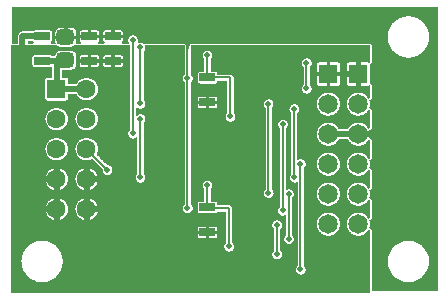
<source format=gbl>
%FSLAX33Y33*%
%MOMM*%
%AMRR-H1470000-W1285000-R300000-RO1.500*
21,1,0.685,1.47,0.,0.,90*
21,1,1.285,0.87,0.,0.,90*
1,1,0.6,-0.435,-0.3425*
1,1,0.6,-0.435,0.3425*
1,1,0.6,0.435,0.3425*
1,1,0.6,0.435,-0.3425*%
%AMRect-W670710-H1320710-RO0.500*
21,1,0.67071,1.32071,0.,0.,270*%
%AMRect-W670710-H1320710-RO1.500*
21,1,0.67071,1.32071,0.,0.,90*%
%ADD10C,0.0508*%
%ADD11C,0.2032*%
%ADD12C,0.508*%
%ADD13RR-H1470000-W1285000-R300000-RO1.500*%
%ADD14Rect-W670710-H1320710-RO0.500*%
%ADD15Rect-W670710-H1320710-RO1.500*%
%ADD16R,1.6X1.6*%
%ADD17C,1.6*%
%ADD18R,1.65X1.65*%
%ADD19C,1.65*%
D10*
%LNpour fill*%
G01*
X36500Y24500D02*
X36500Y24500D01*
X0500Y24500*
X0500Y21453*
X0917Y21453*
X0917Y22050*
X0917Y22050*
X0925Y22139*
X0925Y22139*
X0951Y22225*
X0951Y22225*
X0994Y22305*
X0994Y22305*
X1051Y22374*
X1051Y22374*
X1120Y22431*
X1120Y22431*
X1200Y22474*
X1200Y22474*
X1286Y22500*
X1286Y22500*
X1375Y22508*
X1375Y22508*
X2177Y22508*
X2195Y22530*
X2195Y22530*
X2219Y22551*
X2219Y22551*
X2247Y22568*
X2247Y22568*
X2276Y22580*
X2276Y22580*
X2308Y22587*
X2308Y22587*
X2340Y22590*
X2340Y22590*
X3660Y22590*
X3660Y22590*
X3692Y22587*
X3692Y22587*
X3724Y22580*
X3724Y22580*
X3753Y22568*
X3753Y22568*
X3781Y22551*
X3781Y22551*
X3805Y22530*
X3805Y22530*
X3826Y22506*
X3826Y22506*
X3843Y22478*
X3843Y22478*
X3855Y22449*
X3855Y22449*
X3862Y22417*
X3862Y22417*
X3865Y22385*
X3865Y22385*
X3865Y21715*
X3865Y21715*
X3862Y21683*
X3862Y21683*
X3855Y21651*
X3855Y21651*
X3843Y21622*
X3843Y21622*
X3826Y21594*
X3826Y21594*
X3805Y21570*
X3805Y21570*
X3765Y21536*
X3796Y21453*
X4091Y21453*
X4068Y21552*
X4068Y21552*
X4062Y21631*
X4062Y21631*
X4062Y21871*
X4062Y21871*
X4316Y21871*
X4316Y22074*
X4062Y22074*
X4062Y22074*
X4062Y22314*
X4062Y22314*
X4068Y22393*
X4068Y22393*
X4086Y22470*
X4086Y22470*
X4117Y22543*
X4117Y22543*
X4158Y22611*
X4158Y22611*
X4209Y22671*
X4209Y22671*
X4269Y22722*
X4269Y22722*
X4337Y22763*
X4337Y22763*
X4410Y22794*
X4410Y22794*
X4487Y22812*
X4487Y22812*
X4566Y22818*
X4566Y22818*
X4899Y22818*
X4899Y22818*
X4899Y22564*
X5101Y22564*
X5101Y22818*
X5101Y22818*
X5434Y22818*
X5434Y22818*
X5513Y22812*
X5513Y22812*
X5590Y22794*
X5590Y22794*
X5663Y22763*
X5663Y22763*
X5731Y22722*
X5731Y22722*
X5791Y22671*
X5791Y22671*
X5842Y22611*
X5842Y22611*
X5883Y22543*
X5883Y22543*
X5914Y22470*
X5914Y22470*
X5932Y22393*
X5932Y22393*
X5938Y22314*
X5938Y22314*
X5938Y22074*
X5938Y22074*
X5684Y22074*
X5684Y21871*
X5938Y21871*
X5938Y21871*
X5938Y21631*
X5938Y21631*
X5932Y21552*
X5932Y21552*
X5909Y21453*
X6204Y21453*
X6235Y21536*
X6195Y21570*
X6195Y21570*
X6174Y21594*
X6174Y21594*
X6157Y21622*
X6157Y21622*
X6145Y21651*
X6145Y21651*
X6138Y21683*
X6138Y21683*
X6135Y21715*
X6135Y21715*
X6135Y21949*
X6135Y21949*
X6390Y21949*
X6390Y22151*
X6135Y22151*
X6135Y22151*
X6135Y22385*
X6135Y22385*
X6138Y22417*
X6138Y22417*
X6145Y22449*
X6145Y22449*
X6157Y22478*
X6157Y22478*
X6174Y22506*
X6174Y22506*
X6195Y22530*
X6195Y22530*
X6219Y22551*
X6219Y22551*
X6247Y22568*
X6247Y22568*
X6276Y22580*
X6276Y22580*
X6308Y22587*
X6308Y22587*
X6340Y22590*
X6340Y22590*
X6899Y22590*
X6899Y22590*
X6899Y22335*
X7101Y22335*
X7101Y22590*
X7101Y22590*
X7660Y22590*
X7660Y22590*
X7692Y22587*
X7692Y22587*
X7724Y22580*
X7724Y22580*
X7753Y22568*
X7753Y22568*
X7781Y22551*
X7781Y22551*
X7805Y22530*
X7805Y22530*
X7826Y22506*
X7826Y22506*
X7843Y22478*
X7843Y22478*
X7855Y22449*
X7855Y22449*
X7862Y22417*
X7862Y22417*
X7865Y22385*
X7865Y22385*
X7865Y22151*
X7865Y22151*
X7610Y22151*
X7610Y21949*
X7865Y21949*
X7865Y21949*
X7865Y21715*
X7865Y21715*
X7862Y21683*
X7862Y21683*
X7855Y21651*
X7855Y21651*
X7843Y21622*
X7843Y21622*
X7826Y21594*
X7826Y21594*
X7805Y21570*
X7805Y21570*
X7765Y21536*
X7796Y21453*
X8204Y21453*
X8235Y21536*
X8195Y21570*
X8195Y21570*
X8174Y21594*
X8174Y21594*
X8157Y21622*
X8157Y21622*
X8145Y21651*
X8145Y21651*
X8138Y21683*
X8138Y21683*
X8135Y21715*
X8135Y21715*
X8135Y21949*
X8135Y21949*
X8390Y21949*
X8390Y22151*
X8135Y22151*
X8135Y22151*
X8135Y22385*
X8135Y22385*
X8138Y22417*
X8138Y22417*
X8145Y22449*
X8145Y22449*
X8157Y22478*
X8157Y22478*
X8174Y22506*
X8174Y22506*
X8195Y22530*
X8195Y22530*
X8219Y22551*
X8219Y22551*
X8247Y22568*
X8247Y22568*
X8276Y22580*
X8276Y22580*
X8308Y22587*
X8308Y22587*
X8340Y22590*
X8340Y22590*
X8899Y22590*
X8899Y22590*
X8899Y22335*
X9101Y22335*
X9101Y22590*
X9101Y22590*
X9660Y22590*
X9660Y22590*
X9692Y22587*
X9692Y22587*
X9724Y22580*
X9724Y22580*
X9753Y22568*
X9753Y22568*
X9781Y22551*
X9781Y22551*
X9805Y22530*
X9805Y22530*
X9826Y22506*
X9826Y22506*
X9843Y22478*
X9843Y22478*
X9855Y22449*
X9855Y22449*
X9862Y22417*
X9862Y22417*
X9865Y22385*
X9865Y22385*
X9865Y22151*
X9865Y22151*
X9610Y22151*
X9610Y21949*
X9865Y21949*
X9865Y21949*
X9865Y21715*
X9865Y21715*
X9862Y21683*
X9862Y21683*
X9855Y21651*
X9855Y21651*
X9843Y21622*
X9843Y21622*
X9826Y21594*
X9826Y21594*
X9805Y21570*
X9805Y21570*
X9765Y21536*
X9796Y21453*
X10312Y21453*
X10255Y21605*
X10255Y21605*
X10242Y21715*
X10242Y21715*
X10255Y21824*
X10255Y21824*
X10294Y21928*
X10294Y21928*
X10357Y22019*
X10357Y22019*
X10440Y22092*
X10440Y22092*
X10537Y22143*
X10537Y22143*
X10645Y22170*
X10645Y22170*
X10755Y22170*
X10755Y22170*
X10863Y22143*
X10863Y22143*
X10960Y22092*
X10960Y22092*
X11043Y22019*
X11043Y22019*
X11106Y21928*
X11106Y21928*
X11145Y21824*
X11145Y21824*
X11158Y21715*
X11158Y21715*
X11145Y21605*
X11145Y21605*
X11130Y21565*
X11181Y21508*
X11270Y21530*
X11270Y21530*
X11380Y21530*
X11380Y21530*
X11488Y21504*
X11488Y21504*
X11585Y21452*
X11585Y21452*
X11633Y21410*
X11683Y21438*
X11683Y21438*
X11722Y21449*
X11722Y21449*
X11762Y21453*
X11762Y21453*
X15019Y21453*
X15019Y21453*
X15056Y21450*
X15056Y21450*
X15095Y21439*
X15095Y21439*
X15130Y21420*
X15130Y21420*
X15162Y21395*
X15162Y21395*
X15188Y21364*
X15188Y21364*
X15207Y21329*
X15207Y21329*
X15219Y21290*
X15219Y21290*
X15223Y21250*
X15223Y21250*
X15223Y21000*
X15427Y21000*
X15427Y21250*
X15427Y21250*
X15431Y21287*
X15431Y21287*
X15442Y21325*
X15442Y21325*
X15460Y21361*
X15460Y21361*
X15486Y21393*
X15486Y21393*
X15517Y21418*
X15517Y21418*
X15552Y21438*
X15552Y21438*
X15591Y21449*
X15591Y21449*
X15631Y21453*
X15631Y21453*
X30750Y21453*
X30750Y21453*
X30787Y21450*
X30787Y21450*
X30825Y21439*
X30825Y21439*
X30861Y21420*
X30861Y21420*
X30893Y21395*
X30893Y21395*
X30918Y21364*
X30918Y21364*
X30938Y21329*
X30938Y21329*
X30949Y21290*
X30949Y21290*
X30953Y21250*
X30953Y21250*
X30953Y19831*
X30953Y19831*
X30950Y19795*
X30950Y19795*
X30939Y19757*
X30939Y19757*
X30921Y19721*
X30921Y19721*
X30896Y19689*
X30896Y19689*
X30865Y19663*
X30865Y19663*
X30799Y19627*
X30799Y18071*
X30861Y18039*
X30861Y18039*
X30893Y18014*
X30893Y18014*
X30918Y17983*
X30918Y17983*
X30938Y17948*
X30938Y17948*
X30949Y17909*
X30949Y17909*
X30953Y17869*
X30953Y17869*
X30953Y16846*
X30953Y16846*
X30946Y16790*
X30946Y16790*
X30931Y16753*
X30931Y16753*
X30909Y16719*
X30909Y16719*
X30881Y16690*
X30881Y16690*
X30848Y16667*
X30848Y16667*
X30811Y16652*
X30811Y16652*
X30742Y16630*
X30770Y16556*
X30770Y16556*
X30799Y16310*
X30799Y16310*
X30770Y16064*
X30770Y16064*
X30742Y15990*
X30811Y15968*
X30811Y15968*
X30861Y15945*
X30861Y15945*
X30893Y15919*
X30893Y15919*
X30918Y15888*
X30918Y15888*
X30938Y15853*
X30938Y15853*
X30949Y15814*
X30949Y15814*
X30953Y15774*
X30953Y15774*
X30953Y14306*
X30953Y14306*
X30946Y14250*
X30946Y14250*
X30931Y14213*
X30931Y14213*
X30909Y14179*
X30909Y14179*
X30881Y14150*
X30881Y14150*
X30848Y14127*
X30848Y14127*
X30811Y14112*
X30811Y14112*
X30742Y14090*
X30770Y14016*
X30770Y14016*
X30775Y13970*
X30775Y13970*
X30544Y13970*
X30544Y13570*
X30775Y13570*
X30775Y13570*
X30770Y13524*
X30770Y13524*
X30742Y13450*
X30811Y13428*
X30811Y13428*
X30861Y13405*
X30861Y13405*
X30893Y13379*
X30893Y13379*
X30918Y13348*
X30918Y13348*
X30938Y13313*
X30938Y13313*
X30949Y13274*
X30949Y13274*
X30953Y13234*
X30953Y13234*
X30953Y11766*
X30953Y11766*
X30946Y11710*
X30946Y11710*
X30931Y11673*
X30931Y11673*
X30909Y11639*
X30909Y11639*
X30881Y11610*
X30881Y11610*
X30848Y11587*
X30848Y11587*
X30811Y11572*
X30811Y11572*
X30742Y11550*
X30770Y11476*
X30770Y11476*
X30799Y11230*
X30799Y11230*
X30770Y10984*
X30770Y10984*
X30742Y10910*
X30811Y10888*
X30811Y10888*
X30861Y10865*
X30861Y10865*
X30893Y10839*
X30893Y10839*
X30918Y10808*
X30918Y10808*
X30938Y10773*
X30938Y10773*
X30949Y10734*
X30949Y10734*
X30953Y10694*
X30953Y10694*
X30953Y9226*
X30953Y9226*
X30946Y9170*
X30946Y9170*
X30931Y9133*
X30931Y9133*
X30909Y9099*
X30909Y9099*
X30881Y9070*
X30881Y9070*
X30848Y9047*
X30848Y9047*
X30811Y9032*
X30811Y9032*
X30742Y9010*
X30770Y8936*
X30770Y8936*
X30799Y8690*
X30799Y8690*
X30770Y8444*
X30770Y8444*
X30742Y8370*
X30811Y8348*
X30811Y8348*
X30861Y8325*
X30861Y8325*
X30893Y8299*
X30893Y8299*
X30918Y8268*
X30918Y8268*
X30938Y8233*
X30938Y8233*
X30949Y8194*
X30949Y8194*
X30953Y8154*
X30953Y8154*
X30953Y6686*
X30953Y6686*
X30946Y6630*
X30946Y6630*
X30931Y6593*
X30931Y6593*
X30909Y6559*
X30909Y6559*
X30881Y6530*
X30881Y6530*
X30848Y6507*
X30848Y6507*
X30811Y6492*
X30811Y6492*
X30742Y6470*
X30770Y6396*
X30770Y6396*
X30799Y6150*
X30799Y6150*
X30770Y5904*
X30770Y5904*
X30742Y5830*
X30811Y5808*
X30811Y5808*
X30861Y5785*
X30861Y5785*
X30893Y5759*
X30893Y5759*
X30918Y5728*
X30918Y5728*
X30938Y5693*
X30938Y5693*
X30949Y5654*
X30949Y5654*
X30953Y5614*
X30953Y5614*
X30953Y0500*
X36500Y0500*
X36500Y24500*
X34000Y20196D02*
X33599Y20241D01*
X33217Y20374*
X32875Y20589*
X32589Y20875*
X32374Y21217*
X32241Y21599*
X32196Y22000*
X32241Y22401*
X32374Y22783*
X32589Y23125*
X32875Y23411*
X33217Y23626*
X33599Y23759*
X34000Y23804*
X34401Y23759*
X34783Y23626*
X35125Y23411*
X35411Y23125*
X35626Y22783*
X35759Y22401*
X35804Y22000*
X35759Y21599*
X35626Y21217*
X35411Y20875*
X35125Y20589*
X34783Y20374*
X34401Y20241*
X34000Y20196*
X34000Y1196D02*
X33599Y1241D01*
X33217Y1374*
X32875Y1589*
X32589Y1875*
X32374Y2217*
X32241Y2599*
X32196Y3000*
X32241Y3401*
X32374Y3783*
X32589Y4125*
X32875Y4411*
X33217Y4626*
X33599Y4759*
X34000Y4804*
X34401Y4759*
X34783Y4626*
X35125Y4411*
X35411Y4125*
X35626Y3783*
X35759Y3401*
X35804Y3000*
X35759Y2599*
X35626Y2217*
X35411Y1875*
X35125Y1589*
X34783Y1374*
X34401Y1241*
X34000Y1196*
X30953Y0550D02*
X36500Y0550D01*
X30953Y0599D02*
X36500Y0599D01*
X30953Y0649D02*
X36500Y0649D01*
X30953Y0698D02*
X36500Y0698D01*
X30953Y0748D02*
X36500Y0748D01*
X30953Y0797D02*
X36500Y0797D01*
X30953Y0847D02*
X36500Y0847D01*
X30953Y0896D02*
X36500Y0896D01*
X30953Y0946D02*
X36500Y0946D01*
X30953Y0995D02*
X36500Y0995D01*
X30953Y1045D02*
X36500Y1045D01*
X30953Y1094D02*
X36500Y1094D01*
X30953Y1144D02*
X36500Y1144D01*
X30953Y1193D02*
X36500Y1193D01*
X30953Y1243D02*
X33592Y1243D01*
X34408Y1243D02*
X36500Y1243D01*
X30953Y1292D02*
X33451Y1292D01*
X34549Y1292D02*
X36500Y1292D01*
X30953Y1342D02*
X33309Y1342D01*
X34691Y1342D02*
X36500Y1342D01*
X30953Y1392D02*
X33190Y1392D01*
X34810Y1392D02*
X36500Y1392D01*
X30953Y1441D02*
X33111Y1441D01*
X34889Y1441D02*
X36500Y1441D01*
X30953Y1491D02*
X33032Y1491D01*
X34968Y1491D02*
X36500Y1491D01*
X30953Y1540D02*
X32953Y1540D01*
X35047Y1540D02*
X36500Y1540D01*
X30953Y1590D02*
X32874Y1590D01*
X35126Y1590D02*
X36500Y1590D01*
X30953Y1639D02*
X32825Y1639D01*
X35175Y1639D02*
X36500Y1639D01*
X30953Y1689D02*
X32775Y1689D01*
X35225Y1689D02*
X36500Y1689D01*
X30953Y1738D02*
X32726Y1738D01*
X35274Y1738D02*
X36500Y1738D01*
X30953Y1788D02*
X32676Y1788D01*
X35324Y1788D02*
X36500Y1788D01*
X30953Y1837D02*
X32627Y1837D01*
X35373Y1837D02*
X36500Y1837D01*
X30953Y1887D02*
X32582Y1887D01*
X35418Y1887D02*
X36500Y1887D01*
X30953Y1936D02*
X32551Y1936D01*
X35449Y1936D02*
X36500Y1936D01*
X30953Y1986D02*
X32519Y1986D01*
X35481Y1986D02*
X36500Y1986D01*
X30953Y2035D02*
X32488Y2035D01*
X35512Y2035D02*
X36500Y2035D01*
X30953Y2085D02*
X32457Y2085D01*
X35543Y2085D02*
X36500Y2085D01*
X30953Y2134D02*
X32426Y2134D01*
X35574Y2134D02*
X36500Y2134D01*
X30953Y2184D02*
X32395Y2184D01*
X35605Y2184D02*
X36500Y2184D01*
X30953Y2234D02*
X32368Y2234D01*
X35632Y2234D02*
X36500Y2234D01*
X30953Y2283D02*
X32351Y2283D01*
X35649Y2283D02*
X36500Y2283D01*
X30953Y2333D02*
X32334Y2333D01*
X35666Y2333D02*
X36500Y2333D01*
X30953Y2382D02*
X32316Y2382D01*
X35684Y2382D02*
X36500Y2382D01*
X30953Y2432D02*
X32299Y2432D01*
X35701Y2432D02*
X36500Y2432D01*
X30953Y2481D02*
X32282Y2481D01*
X35718Y2481D02*
X36500Y2481D01*
X30953Y2531D02*
X32264Y2531D01*
X35736Y2531D02*
X36500Y2531D01*
X30953Y2580D02*
X32247Y2580D01*
X35753Y2580D02*
X36500Y2580D01*
X30953Y2630D02*
X32237Y2630D01*
X35763Y2630D02*
X36500Y2630D01*
X30953Y2679D02*
X32232Y2679D01*
X35768Y2679D02*
X36500Y2679D01*
X30953Y2729D02*
X32226Y2729D01*
X35774Y2729D02*
X36500Y2729D01*
X30953Y2778D02*
X32221Y2778D01*
X35779Y2778D02*
X36500Y2778D01*
X30953Y2828D02*
X32215Y2828D01*
X35785Y2828D02*
X36500Y2828D01*
X30953Y2877D02*
X32209Y2877D01*
X35791Y2877D02*
X36500Y2877D01*
X30953Y2927D02*
X32204Y2927D01*
X35796Y2927D02*
X36500Y2927D01*
X30953Y2977D02*
X32198Y2977D01*
X35802Y2977D02*
X36500Y2977D01*
X30953Y3026D02*
X32198Y3026D01*
X35802Y3026D02*
X36500Y3026D01*
X30953Y3076D02*
X32204Y3076D01*
X35796Y3076D02*
X36500Y3076D01*
X30953Y3125D02*
X32210Y3125D01*
X35790Y3125D02*
X36500Y3125D01*
X30953Y3175D02*
X32215Y3175D01*
X35785Y3175D02*
X36500Y3175D01*
X30953Y3224D02*
X32221Y3224D01*
X35779Y3224D02*
X36500Y3224D01*
X30953Y3274D02*
X32226Y3274D01*
X35774Y3274D02*
X36500Y3274D01*
X30953Y3323D02*
X32232Y3323D01*
X35768Y3323D02*
X36500Y3323D01*
X30953Y3373D02*
X32238Y3373D01*
X35762Y3373D02*
X36500Y3373D01*
X30953Y3422D02*
X32248Y3422D01*
X35752Y3422D02*
X36500Y3422D01*
X30953Y3472D02*
X32265Y3472D01*
X35735Y3472D02*
X36500Y3472D01*
X30953Y3521D02*
X32283Y3521D01*
X35717Y3521D02*
X36500Y3521D01*
X30953Y3571D02*
X32300Y3571D01*
X35700Y3571D02*
X36500Y3571D01*
X30953Y3620D02*
X32317Y3620D01*
X35683Y3620D02*
X36500Y3620D01*
X30953Y3670D02*
X32335Y3670D01*
X35665Y3670D02*
X36500Y3670D01*
X30953Y3719D02*
X32352Y3719D01*
X35648Y3719D02*
X36500Y3719D01*
X30953Y3769D02*
X32369Y3769D01*
X35631Y3769D02*
X36500Y3769D01*
X30953Y3819D02*
X32397Y3819D01*
X35603Y3819D02*
X36500Y3819D01*
X30953Y3868D02*
X32428Y3868D01*
X35572Y3868D02*
X36500Y3868D01*
X30953Y3918D02*
X32459Y3918D01*
X35541Y3918D02*
X36500Y3918D01*
X30953Y3967D02*
X32490Y3967D01*
X35510Y3967D02*
X36500Y3967D01*
X30953Y4017D02*
X32521Y4017D01*
X35479Y4017D02*
X36500Y4017D01*
X30953Y4066D02*
X32552Y4066D01*
X35448Y4066D02*
X36500Y4066D01*
X30953Y4116D02*
X32583Y4116D01*
X35417Y4116D02*
X36500Y4116D01*
X30953Y4165D02*
X32629Y4165D01*
X35371Y4165D02*
X36500Y4165D01*
X30953Y4215D02*
X32679Y4215D01*
X35321Y4215D02*
X36500Y4215D01*
X30953Y4264D02*
X32728Y4264D01*
X35272Y4264D02*
X36500Y4264D01*
X30953Y4314D02*
X32778Y4314D01*
X35222Y4314D02*
X36500Y4314D01*
X30953Y4363D02*
X32827Y4363D01*
X35172Y4363D02*
X36500Y4363D01*
X30953Y4413D02*
X32878Y4413D01*
X35122Y4413D02*
X36500Y4413D01*
X30953Y4462D02*
X32957Y4462D01*
X35043Y4462D02*
X36500Y4462D01*
X30953Y4512D02*
X33036Y4512D01*
X34964Y4512D02*
X36500Y4512D01*
X30953Y4561D02*
X33115Y4561D01*
X34885Y4561D02*
X36500Y4561D01*
X30953Y4611D02*
X33194Y4611D01*
X34806Y4611D02*
X36500Y4611D01*
X30953Y4661D02*
X33316Y4661D01*
X34684Y4661D02*
X36500Y4661D01*
X30953Y4710D02*
X33458Y4710D01*
X34542Y4710D02*
X36500Y4710D01*
X30953Y4760D02*
X33602Y4760D01*
X34398Y4760D02*
X36500Y4760D01*
X30953Y4809D02*
X36500Y4809D01*
X30953Y4859D02*
X36500Y4859D01*
X30953Y4908D02*
X36500Y4908D01*
X30953Y4958D02*
X36500Y4958D01*
X30953Y5007D02*
X36500Y5007D01*
X30953Y5057D02*
X36500Y5057D01*
X30953Y5106D02*
X36500Y5106D01*
X30953Y5156D02*
X36500Y5156D01*
X30953Y5205D02*
X36500Y5205D01*
X30953Y5255D02*
X36500Y5255D01*
X30953Y5304D02*
X36500Y5304D01*
X30953Y5354D02*
X36500Y5354D01*
X30953Y5403D02*
X36500Y5403D01*
X30953Y5453D02*
X36500Y5453D01*
X30953Y5503D02*
X36500Y5503D01*
X30953Y5552D02*
X36500Y5552D01*
X30953Y5602D02*
X36500Y5602D01*
X30950Y5651D02*
X36500Y5651D01*
X30933Y5701D02*
X36500Y5701D01*
X30900Y5750D02*
X36500Y5750D01*
X30828Y5800D02*
X36500Y5800D01*
X30749Y5849D02*
X36500Y5849D01*
X30767Y5899D02*
X36500Y5899D01*
X30775Y5948D02*
X36500Y5948D01*
X30781Y5998D02*
X36500Y5998D01*
X30787Y6047D02*
X36500Y6047D01*
X30793Y6097D02*
X36500Y6097D01*
X30799Y6146D02*
X36500Y6146D01*
X30794Y6196D02*
X36500Y6196D01*
X30788Y6245D02*
X36500Y6245D01*
X30782Y6295D02*
X36500Y6295D01*
X30776Y6345D02*
X36500Y6345D01*
X30770Y6394D02*
X36500Y6394D01*
X30751Y6444D02*
X36500Y6444D01*
X30814Y6493D02*
X36500Y6493D01*
X30893Y6543D02*
X36500Y6543D01*
X30930Y6592D02*
X36500Y6592D01*
X30947Y6642D02*
X36500Y6642D01*
X30953Y6691D02*
X36500Y6691D01*
X30953Y6741D02*
X36500Y6741D01*
X30953Y6790D02*
X36500Y6790D01*
X30953Y6840D02*
X36500Y6840D01*
X30953Y6889D02*
X36500Y6889D01*
X30953Y6939D02*
X36500Y6939D01*
X30953Y6988D02*
X36500Y6988D01*
X30953Y7038D02*
X36500Y7038D01*
X30953Y7087D02*
X36500Y7087D01*
X30953Y7137D02*
X36500Y7137D01*
X30953Y7187D02*
X36500Y7187D01*
X30953Y7236D02*
X36500Y7236D01*
X30953Y7286D02*
X36500Y7286D01*
X30953Y7335D02*
X36500Y7335D01*
X30953Y7385D02*
X36500Y7385D01*
X30953Y7434D02*
X36500Y7434D01*
X30953Y7484D02*
X36500Y7484D01*
X30953Y7533D02*
X36500Y7533D01*
X30953Y7583D02*
X36500Y7583D01*
X30953Y7632D02*
X36500Y7632D01*
X30953Y7682D02*
X36500Y7682D01*
X30953Y7731D02*
X36500Y7731D01*
X30953Y7781D02*
X36500Y7781D01*
X30953Y7830D02*
X36500Y7830D01*
X30953Y7880D02*
X36500Y7880D01*
X30953Y7929D02*
X36500Y7929D01*
X30953Y7979D02*
X36500Y7979D01*
X30953Y8029D02*
X36500Y8029D01*
X30953Y8078D02*
X36500Y8078D01*
X30953Y8128D02*
X36500Y8128D01*
X30951Y8177D02*
X36500Y8177D01*
X30939Y8227D02*
X36500Y8227D01*
X30912Y8276D02*
X36500Y8276D01*
X30858Y8326D02*
X36500Y8326D01*
X30743Y8375D02*
X36500Y8375D01*
X30762Y8425D02*
X36500Y8425D01*
X30773Y8474D02*
X36500Y8474D01*
X30779Y8524D02*
X36500Y8524D01*
X30785Y8573D02*
X36500Y8573D01*
X30791Y8623D02*
X36500Y8623D01*
X30797Y8672D02*
X36500Y8672D01*
X30795Y8722D02*
X36500Y8722D01*
X30789Y8772D02*
X36500Y8772D01*
X30783Y8821D02*
X36500Y8821D01*
X30777Y8871D02*
X36500Y8871D01*
X30771Y8920D02*
X36500Y8920D01*
X30757Y8970D02*
X36500Y8970D01*
X30770Y9019D02*
X36500Y9019D01*
X30878Y9069D02*
X36500Y9069D01*
X30921Y9118D02*
X36500Y9118D01*
X30944Y9168D02*
X36500Y9168D01*
X30952Y9217D02*
X36500Y9217D01*
X30953Y9267D02*
X36500Y9267D01*
X30953Y9316D02*
X36500Y9316D01*
X30953Y9366D02*
X36500Y9366D01*
X30953Y9415D02*
X36500Y9415D01*
X30953Y9465D02*
X36500Y9465D01*
X30953Y9514D02*
X36500Y9514D01*
X30953Y9564D02*
X36500Y9564D01*
X30953Y9614D02*
X36500Y9614D01*
X30953Y9663D02*
X36500Y9663D01*
X30953Y9713D02*
X36500Y9713D01*
X30953Y9762D02*
X36500Y9762D01*
X30953Y9812D02*
X36500Y9812D01*
X30953Y9861D02*
X36500Y9861D01*
X30953Y9911D02*
X36500Y9911D01*
X30953Y9960D02*
X36500Y9960D01*
X30953Y10010D02*
X36500Y10010D01*
X30953Y10059D02*
X36500Y10059D01*
X30953Y10109D02*
X36500Y10109D01*
X30953Y10158D02*
X36500Y10158D01*
X30953Y10208D02*
X36500Y10208D01*
X30953Y10257D02*
X36500Y10257D01*
X30953Y10307D02*
X36500Y10307D01*
X30953Y10356D02*
X36500Y10356D01*
X30953Y10406D02*
X36500Y10406D01*
X30953Y10456D02*
X36500Y10456D01*
X30953Y10505D02*
X36500Y10505D01*
X30953Y10555D02*
X36500Y10555D01*
X30953Y10604D02*
X36500Y10604D01*
X30953Y10654D02*
X36500Y10654D01*
X30952Y10703D02*
X36500Y10703D01*
X30944Y10753D02*
X36500Y10753D01*
X30921Y10802D02*
X36500Y10802D01*
X30877Y10852D02*
X36500Y10852D01*
X30768Y10901D02*
X36500Y10901D01*
X30757Y10951D02*
X36500Y10951D01*
X30771Y11000D02*
X36500Y11000D01*
X30777Y11050D02*
X36500Y11050D01*
X30783Y11099D02*
X36500Y11099D01*
X30789Y11149D02*
X36500Y11149D01*
X30795Y11198D02*
X36500Y11198D01*
X30797Y11248D02*
X36500Y11248D01*
X30791Y11298D02*
X36500Y11298D01*
X30785Y11347D02*
X36500Y11347D01*
X30779Y11397D02*
X36500Y11397D01*
X30773Y11446D02*
X36500Y11446D01*
X30762Y11496D02*
X36500Y11496D01*
X30743Y11545D02*
X36500Y11545D01*
X30858Y11595D02*
X36500Y11595D01*
X30912Y11644D02*
X36500Y11644D01*
X30939Y11694D02*
X36500Y11694D01*
X30950Y11743D02*
X36500Y11743D01*
X30953Y11793D02*
X36500Y11793D01*
X30953Y11842D02*
X36500Y11842D01*
X30953Y11892D02*
X36500Y11892D01*
X30953Y11941D02*
X36500Y11941D01*
X30953Y11991D02*
X36500Y11991D01*
X30953Y12040D02*
X36500Y12040D01*
X30953Y12090D02*
X36500Y12090D01*
X30953Y12140D02*
X36500Y12140D01*
X30953Y12189D02*
X36500Y12189D01*
X30953Y12239D02*
X36500Y12239D01*
X30953Y12288D02*
X36500Y12288D01*
X30953Y12338D02*
X36500Y12338D01*
X30953Y12387D02*
X36500Y12387D01*
X30953Y12437D02*
X36500Y12437D01*
X30953Y12486D02*
X36500Y12486D01*
X30953Y12536D02*
X36500Y12536D01*
X30953Y12585D02*
X36500Y12585D01*
X30953Y12635D02*
X36500Y12635D01*
X30953Y12684D02*
X36500Y12684D01*
X30953Y12734D02*
X36500Y12734D01*
X30953Y12783D02*
X36500Y12783D01*
X30953Y12833D02*
X36500Y12833D01*
X30953Y12883D02*
X36500Y12883D01*
X30953Y12932D02*
X36500Y12932D01*
X30953Y12982D02*
X36500Y12982D01*
X30953Y13031D02*
X36500Y13031D01*
X30953Y13081D02*
X36500Y13081D01*
X30953Y13130D02*
X36500Y13130D01*
X30953Y13180D02*
X36500Y13180D01*
X30953Y13229D02*
X36500Y13229D01*
X30948Y13279D02*
X36500Y13279D01*
X30929Y13328D02*
X36500Y13328D01*
X30894Y13378D02*
X36500Y13378D01*
X30812Y13427D02*
X36500Y13427D01*
X30752Y13477D02*
X36500Y13477D01*
X30770Y13526D02*
X36500Y13526D01*
X30544Y13576D02*
X36500Y13576D01*
X30544Y13625D02*
X36500Y13625D01*
X30544Y13675D02*
X36500Y13675D01*
X30544Y13725D02*
X36500Y13725D01*
X30544Y13774D02*
X36500Y13774D01*
X30544Y13824D02*
X36500Y13824D01*
X30544Y13873D02*
X36500Y13873D01*
X30544Y13923D02*
X36500Y13923D01*
X30775Y13972D02*
X36500Y13972D01*
X30767Y14022D02*
X36500Y14022D01*
X30748Y14071D02*
X36500Y14071D01*
X30831Y14121D02*
X36500Y14121D01*
X30900Y14170D02*
X36500Y14170D01*
X30933Y14220D02*
X36500Y14220D01*
X30948Y14269D02*
X36500Y14269D01*
X30953Y14319D02*
X36500Y14319D01*
X30953Y14368D02*
X36500Y14368D01*
X30953Y14418D02*
X36500Y14418D01*
X30953Y14467D02*
X36500Y14467D01*
X30953Y14517D02*
X36500Y14517D01*
X30953Y14567D02*
X36500Y14567D01*
X30953Y14616D02*
X36500Y14616D01*
X30953Y14666D02*
X36500Y14666D01*
X30953Y14715D02*
X36500Y14715D01*
X30953Y14765D02*
X36500Y14765D01*
X30953Y14814D02*
X36500Y14814D01*
X30953Y14864D02*
X36500Y14864D01*
X30953Y14913D02*
X36500Y14913D01*
X30953Y14963D02*
X36500Y14963D01*
X30953Y15012D02*
X36500Y15012D01*
X30953Y15062D02*
X36500Y15062D01*
X30953Y15111D02*
X36500Y15111D01*
X30953Y15161D02*
X36500Y15161D01*
X30953Y15210D02*
X36500Y15210D01*
X30953Y15260D02*
X36500Y15260D01*
X30953Y15309D02*
X36500Y15309D01*
X30953Y15359D02*
X36500Y15359D01*
X30953Y15409D02*
X36500Y15409D01*
X30953Y15458D02*
X36500Y15458D01*
X30953Y15508D02*
X36500Y15508D01*
X30953Y15557D02*
X36500Y15557D01*
X30953Y15607D02*
X36500Y15607D01*
X30953Y15656D02*
X36500Y15656D01*
X30953Y15706D02*
X36500Y15706D01*
X30953Y15755D02*
X36500Y15755D01*
X30950Y15805D02*
X36500Y15805D01*
X30937Y15854D02*
X36500Y15854D01*
X30905Y15904D02*
X36500Y15904D01*
X30842Y15953D02*
X36500Y15953D01*
X30746Y16003D02*
X36500Y16003D01*
X30765Y16052D02*
X36500Y16052D01*
X30774Y16102D02*
X36500Y16102D01*
X30780Y16151D02*
X36500Y16151D01*
X30786Y16201D02*
X36500Y16201D01*
X30792Y16251D02*
X36500Y16251D01*
X30798Y16300D02*
X36500Y16300D01*
X30794Y16350D02*
X36500Y16350D01*
X30788Y16399D02*
X36500Y16399D01*
X30782Y16449D02*
X36500Y16449D01*
X30776Y16498D02*
X36500Y16498D01*
X30770Y16548D02*
X36500Y16548D01*
X30754Y16597D02*
X36500Y16597D01*
X30794Y16647D02*
X36500Y16647D01*
X30887Y16696D02*
X36500Y16696D01*
X30926Y16746D02*
X36500Y16746D01*
X30946Y16795D02*
X36500Y16795D01*
X30953Y16845D02*
X36500Y16845D01*
X30953Y16894D02*
X36500Y16894D01*
X30953Y16944D02*
X36500Y16944D01*
X30953Y16993D02*
X36500Y16993D01*
X30953Y17043D02*
X36500Y17043D01*
X30953Y17093D02*
X36500Y17093D01*
X30953Y17142D02*
X36500Y17142D01*
X30953Y17192D02*
X36500Y17192D01*
X30953Y17241D02*
X36500Y17241D01*
X30953Y17291D02*
X36500Y17291D01*
X30953Y17340D02*
X36500Y17340D01*
X30953Y17390D02*
X36500Y17390D01*
X30953Y17439D02*
X36500Y17439D01*
X30953Y17489D02*
X36500Y17489D01*
X30953Y17538D02*
X36500Y17538D01*
X30953Y17588D02*
X36500Y17588D01*
X30953Y17637D02*
X36500Y17637D01*
X30953Y17687D02*
X36500Y17687D01*
X30953Y17736D02*
X36500Y17736D01*
X30953Y17786D02*
X36500Y17786D01*
X30953Y17835D02*
X36500Y17835D01*
X30952Y17885D02*
X36500Y17885D01*
X30941Y17935D02*
X36500Y17935D01*
X30917Y17984D02*
X36500Y17984D01*
X30868Y18034D02*
X36500Y18034D01*
X30799Y18083D02*
X36500Y18083D01*
X30799Y18133D02*
X36500Y18133D01*
X30799Y18182D02*
X36500Y18182D01*
X30799Y18232D02*
X36500Y18232D01*
X30799Y18281D02*
X36500Y18281D01*
X30799Y18331D02*
X36500Y18331D01*
X30799Y18380D02*
X36500Y18380D01*
X30799Y18430D02*
X36500Y18430D01*
X30799Y18479D02*
X36500Y18479D01*
X30799Y18529D02*
X36500Y18529D01*
X30799Y18578D02*
X36500Y18578D01*
X30799Y18628D02*
X36500Y18628D01*
X30799Y18678D02*
X36500Y18678D01*
X30799Y18727D02*
X36500Y18727D01*
X30799Y18777D02*
X36500Y18777D01*
X30799Y18826D02*
X36500Y18826D01*
X30799Y18876D02*
X36500Y18876D01*
X30799Y18925D02*
X36500Y18925D01*
X30799Y18975D02*
X36500Y18975D01*
X30799Y19024D02*
X36500Y19024D01*
X30799Y19074D02*
X36500Y19074D01*
X30799Y19123D02*
X36500Y19123D01*
X30799Y19173D02*
X36500Y19173D01*
X30799Y19222D02*
X36500Y19222D01*
X30799Y19272D02*
X36500Y19272D01*
X30799Y19321D02*
X36500Y19321D01*
X30799Y19371D02*
X36500Y19371D01*
X30799Y19420D02*
X36500Y19420D01*
X30799Y19470D02*
X36500Y19470D01*
X30799Y19520D02*
X36500Y19520D01*
X30799Y19569D02*
X36500Y19569D01*
X30799Y19619D02*
X36500Y19619D01*
X30870Y19668D02*
X36500Y19668D01*
X30918Y19718D02*
X36500Y19718D01*
X30942Y19767D02*
X36500Y19767D01*
X30952Y19817D02*
X36500Y19817D01*
X30953Y19866D02*
X36500Y19866D01*
X30953Y19916D02*
X36500Y19916D01*
X30953Y19965D02*
X36500Y19965D01*
X30953Y20015D02*
X36500Y20015D01*
X30953Y20064D02*
X36500Y20064D01*
X30953Y20114D02*
X36500Y20114D01*
X30953Y20163D02*
X36500Y20163D01*
X30953Y20213D02*
X33846Y20213D01*
X34154Y20213D02*
X36500Y20213D01*
X30953Y20262D02*
X33536Y20262D01*
X34463Y20262D02*
X36500Y20262D01*
X30953Y20312D02*
X33395Y20312D01*
X34605Y20312D02*
X36500Y20312D01*
X30953Y20362D02*
X33253Y20362D01*
X34747Y20362D02*
X36500Y20362D01*
X30953Y20411D02*
X33158Y20411D01*
X34842Y20411D02*
X36500Y20411D01*
X30953Y20461D02*
X33080Y20461D01*
X34920Y20461D02*
X36500Y20461D01*
X30953Y20510D02*
X33001Y20510D01*
X34999Y20510D02*
X36500Y20510D01*
X30953Y20560D02*
X32922Y20560D01*
X35078Y20560D02*
X36500Y20560D01*
X30953Y20609D02*
X32855Y20609D01*
X35145Y20609D02*
X36500Y20609D01*
X30953Y20659D02*
X32805Y20659D01*
X35195Y20659D02*
X36500Y20659D01*
X30953Y20708D02*
X32756Y20708D01*
X35244Y20708D02*
X36500Y20708D01*
X30953Y20758D02*
X32706Y20758D01*
X35294Y20758D02*
X36500Y20758D01*
X30953Y20807D02*
X32657Y20807D01*
X35343Y20807D02*
X36500Y20807D01*
X30953Y20857D02*
X32607Y20857D01*
X35393Y20857D02*
X36500Y20857D01*
X30953Y20906D02*
X32569Y20906D01*
X35431Y20906D02*
X36500Y20906D01*
X30953Y20956D02*
X32538Y20956D01*
X35462Y20956D02*
X36500Y20956D01*
X15222Y21005D02*
X15428Y21005D01*
X30953Y21005D02*
X32507Y21005D01*
X35493Y21005D02*
X36500Y21005D01*
X15222Y21055D02*
X15428Y21055D01*
X30953Y21055D02*
X32476Y21055D01*
X35524Y21055D02*
X36500Y21055D01*
X15222Y21104D02*
X15428Y21104D01*
X30953Y21104D02*
X32445Y21104D01*
X35555Y21104D02*
X36500Y21104D01*
X15222Y21154D02*
X15428Y21154D01*
X30953Y21154D02*
X32414Y21154D01*
X35586Y21154D02*
X36500Y21154D01*
X15222Y21204D02*
X15428Y21204D01*
X30953Y21204D02*
X32383Y21204D01*
X35617Y21204D02*
X36500Y21204D01*
X15222Y21253D02*
X15428Y21253D01*
X30953Y21253D02*
X32362Y21253D01*
X35638Y21253D02*
X36500Y21253D01*
X15215Y21303D02*
X15436Y21303D01*
X30945Y21303D02*
X32344Y21303D01*
X35656Y21303D02*
X36500Y21303D01*
X15194Y21352D02*
X15456Y21352D01*
X30925Y21352D02*
X32327Y21352D01*
X35673Y21352D02*
X36500Y21352D01*
X15153Y21402D02*
X15497Y21402D01*
X30884Y21402D02*
X32310Y21402D01*
X35690Y21402D02*
X36500Y21402D01*
X11586Y21451D02*
X11742Y21451D01*
X15041Y21451D02*
X15611Y21451D01*
X30772Y21451D02*
X32292Y21451D01*
X35708Y21451D02*
X36500Y21451D01*
X0500Y21501D02*
X0917Y21501D01*
X3778Y21501D02*
X4080Y21501D01*
X5920Y21501D02*
X6222Y21501D01*
X7778Y21501D02*
X8222Y21501D01*
X9778Y21501D02*
X10295Y21501D01*
X11493Y21501D02*
X32275Y21501D01*
X35725Y21501D02*
X36500Y21501D01*
X0500Y21550D02*
X0917Y21550D01*
X3781Y21550D02*
X4068Y21550D01*
X5932Y21550D02*
X6219Y21550D01*
X7781Y21550D02*
X8219Y21550D01*
X9781Y21550D02*
X10276Y21550D01*
X11143Y21550D02*
X32258Y21550D01*
X35742Y21550D02*
X36500Y21550D01*
X0500Y21600D02*
X0917Y21600D01*
X3829Y21600D02*
X4064Y21600D01*
X5936Y21600D02*
X6171Y21600D01*
X7829Y21600D02*
X8171Y21600D01*
X9829Y21600D02*
X10257Y21600D01*
X11143Y21600D02*
X32241Y21600D01*
X35759Y21600D02*
X36500Y21600D01*
X0500Y21649D02*
X0917Y21649D01*
X3854Y21649D02*
X4062Y21649D01*
X5938Y21649D02*
X6146Y21649D01*
X7854Y21649D02*
X8146Y21649D01*
X9854Y21649D02*
X10250Y21649D01*
X11150Y21649D02*
X32235Y21649D01*
X35765Y21649D02*
X36500Y21649D01*
X0500Y21699D02*
X0917Y21699D01*
X3863Y21699D02*
X4062Y21699D01*
X5938Y21699D02*
X6137Y21699D01*
X7863Y21699D02*
X8137Y21699D01*
X9863Y21699D02*
X10244Y21699D01*
X11156Y21699D02*
X32229Y21699D01*
X35771Y21699D02*
X36500Y21699D01*
X0500Y21748D02*
X0917Y21748D01*
X3865Y21748D02*
X4062Y21748D01*
X5938Y21748D02*
X6135Y21748D01*
X7865Y21748D02*
X8135Y21748D01*
X9865Y21748D02*
X10246Y21748D01*
X11154Y21748D02*
X32224Y21748D01*
X35776Y21748D02*
X36500Y21748D01*
X0500Y21798D02*
X0917Y21798D01*
X3865Y21798D02*
X4062Y21798D01*
X5938Y21798D02*
X6135Y21798D01*
X7865Y21798D02*
X8135Y21798D01*
X9865Y21798D02*
X10252Y21798D01*
X11148Y21798D02*
X32218Y21798D01*
X35782Y21798D02*
X36500Y21798D01*
X0500Y21847D02*
X0917Y21847D01*
X3865Y21847D02*
X4062Y21847D01*
X5938Y21847D02*
X6135Y21847D01*
X7865Y21847D02*
X8135Y21847D01*
X9865Y21847D02*
X10264Y21847D01*
X11136Y21847D02*
X32213Y21847D01*
X35787Y21847D02*
X36500Y21847D01*
X0500Y21897D02*
X0917Y21897D01*
X3865Y21897D02*
X4316Y21897D01*
X5684Y21897D02*
X6135Y21897D01*
X7865Y21897D02*
X8135Y21897D01*
X9865Y21897D02*
X10283Y21897D01*
X11117Y21897D02*
X32207Y21897D01*
X35793Y21897D02*
X36500Y21897D01*
X0500Y21946D02*
X0917Y21946D01*
X3865Y21946D02*
X4316Y21946D01*
X5684Y21946D02*
X6135Y21946D01*
X7865Y21946D02*
X8135Y21946D01*
X9865Y21946D02*
X10307Y21946D01*
X11093Y21946D02*
X32202Y21946D01*
X35798Y21946D02*
X36500Y21946D01*
X0500Y21996D02*
X0917Y21996D01*
X3865Y21996D02*
X4316Y21996D01*
X5684Y21996D02*
X6390Y21996D01*
X7610Y21996D02*
X8390Y21996D01*
X9610Y21996D02*
X10342Y21996D01*
X11058Y21996D02*
X32196Y21996D01*
X35804Y21996D02*
X36500Y21996D01*
X0500Y22046D02*
X0917Y22046D01*
X3865Y22046D02*
X4316Y22046D01*
X5684Y22046D02*
X6390Y22046D01*
X7610Y22046D02*
X8390Y22046D01*
X9610Y22046D02*
X10388Y22046D01*
X11012Y22046D02*
X32201Y22046D01*
X35799Y22046D02*
X36500Y22046D01*
X0500Y22095D02*
X0921Y22095D01*
X3865Y22095D02*
X4062Y22095D01*
X5938Y22095D02*
X6390Y22095D01*
X7610Y22095D02*
X8390Y22095D01*
X9610Y22095D02*
X10446Y22095D01*
X10954Y22095D02*
X32206Y22095D01*
X35794Y22095D02*
X36500Y22095D01*
X0500Y22145D02*
X0927Y22145D01*
X3865Y22145D02*
X4062Y22145D01*
X5938Y22145D02*
X6390Y22145D01*
X7610Y22145D02*
X8390Y22145D01*
X9610Y22145D02*
X10544Y22145D01*
X10856Y22145D02*
X32212Y22145D01*
X35788Y22145D02*
X36500Y22145D01*
X0500Y22194D02*
X0942Y22194D01*
X3865Y22194D02*
X4062Y22194D01*
X5938Y22194D02*
X6135Y22194D01*
X7865Y22194D02*
X8135Y22194D01*
X9865Y22194D02*
X32217Y22194D01*
X35783Y22194D02*
X36500Y22194D01*
X0500Y22244D02*
X0961Y22244D01*
X3865Y22244D02*
X4062Y22244D01*
X5938Y22244D02*
X6135Y22244D01*
X7865Y22244D02*
X8135Y22244D01*
X9865Y22244D02*
X32223Y22244D01*
X35777Y22244D02*
X36500Y22244D01*
X0500Y22293D02*
X0988Y22293D01*
X3865Y22293D02*
X4062Y22293D01*
X5938Y22293D02*
X6135Y22293D01*
X7865Y22293D02*
X8135Y22293D01*
X9865Y22293D02*
X32229Y22293D01*
X35771Y22293D02*
X36500Y22293D01*
X0500Y22343D02*
X1025Y22343D01*
X3865Y22343D02*
X4064Y22343D01*
X5936Y22343D02*
X6135Y22343D01*
X6898Y22343D02*
X7102Y22343D01*
X7865Y22343D02*
X8135Y22343D01*
X8898Y22343D02*
X9102Y22343D01*
X9865Y22343D02*
X32234Y22343D01*
X35766Y22343D02*
X36500Y22343D01*
X0500Y22392D02*
X1073Y22392D01*
X3864Y22392D02*
X4068Y22392D01*
X5932Y22392D02*
X6136Y22392D01*
X6898Y22392D02*
X7102Y22392D01*
X7864Y22392D02*
X8136Y22392D01*
X8898Y22392D02*
X9102Y22392D01*
X9864Y22392D02*
X32240Y22392D01*
X35760Y22392D02*
X36500Y22392D01*
X0500Y22442D02*
X1141Y22442D01*
X3856Y22442D02*
X4080Y22442D01*
X5920Y22442D02*
X6144Y22442D01*
X6898Y22442D02*
X7102Y22442D01*
X7856Y22442D02*
X8144Y22442D01*
X8898Y22442D02*
X9102Y22442D01*
X9856Y22442D02*
X32255Y22442D01*
X35745Y22442D02*
X36500Y22442D01*
X0500Y22491D02*
X1259Y22491D01*
X3834Y22491D02*
X4095Y22491D01*
X5905Y22491D02*
X6166Y22491D01*
X6898Y22491D02*
X7102Y22491D01*
X7834Y22491D02*
X8166Y22491D01*
X8898Y22491D02*
X9102Y22491D01*
X9834Y22491D02*
X32272Y22491D01*
X35728Y22491D02*
X36500Y22491D01*
X0500Y22541D02*
X2208Y22541D01*
X3792Y22541D02*
X4116Y22541D01*
X5884Y22541D02*
X6208Y22541D01*
X6898Y22541D02*
X7102Y22541D01*
X7792Y22541D02*
X8208Y22541D01*
X8898Y22541D02*
X9102Y22541D01*
X9792Y22541D02*
X32290Y22541D01*
X35710Y22541D02*
X36500Y22541D01*
X0500Y22590D02*
X4146Y22590D01*
X4898Y22590D02*
X5102Y22590D01*
X5854Y22590D02*
X32307Y22590D01*
X35693Y22590D02*
X36500Y22590D01*
X0500Y22640D02*
X4183Y22640D01*
X4898Y22640D02*
X5102Y22640D01*
X5817Y22640D02*
X32324Y22640D01*
X35676Y22640D02*
X36500Y22640D01*
X0500Y22689D02*
X4232Y22689D01*
X4898Y22689D02*
X5102Y22689D01*
X5768Y22689D02*
X32342Y22689D01*
X35658Y22689D02*
X36500Y22689D01*
X0500Y22739D02*
X4297Y22739D01*
X4898Y22739D02*
X5102Y22739D01*
X5703Y22739D02*
X32359Y22739D01*
X35641Y22739D02*
X36500Y22739D01*
X0500Y22788D02*
X4398Y22788D01*
X4898Y22788D02*
X5102Y22788D01*
X5602Y22788D02*
X32378Y22788D01*
X35622Y22788D02*
X36500Y22788D01*
X0500Y22838D02*
X32409Y22838D01*
X35591Y22838D02*
X36500Y22838D01*
X0500Y22888D02*
X32440Y22888D01*
X35560Y22888D02*
X36500Y22888D01*
X0500Y22937D02*
X32471Y22937D01*
X35529Y22937D02*
X36500Y22937D01*
X0500Y22987D02*
X32502Y22987D01*
X35498Y22987D02*
X36500Y22987D01*
X0500Y23036D02*
X32533Y23036D01*
X35467Y23036D02*
X36500Y23036D01*
X0500Y23086D02*
X32564Y23086D01*
X35436Y23086D02*
X36500Y23086D01*
X0500Y23135D02*
X32599Y23135D01*
X35401Y23135D02*
X36500Y23135D01*
X0500Y23185D02*
X32649Y23185D01*
X35351Y23185D02*
X36500Y23185D01*
X0500Y23234D02*
X32698Y23234D01*
X35302Y23234D02*
X36500Y23234D01*
X0500Y23284D02*
X32748Y23284D01*
X35252Y23284D02*
X36500Y23284D01*
X0500Y23333D02*
X32797Y23333D01*
X35203Y23333D02*
X36500Y23333D01*
X0500Y23383D02*
X32847Y23383D01*
X35153Y23383D02*
X36500Y23383D01*
X0500Y23432D02*
X32909Y23432D01*
X35091Y23432D02*
X36500Y23432D01*
X0500Y23482D02*
X32988Y23482D01*
X35012Y23482D02*
X36500Y23482D01*
X0500Y23531D02*
X33067Y23531D01*
X34933Y23531D02*
X36500Y23531D01*
X0500Y23581D02*
X33146Y23581D01*
X34854Y23581D02*
X36500Y23581D01*
X0500Y23631D02*
X33231Y23631D01*
X34769Y23631D02*
X36500Y23631D01*
X0500Y23680D02*
X33372Y23680D01*
X34628Y23680D02*
X36500Y23680D01*
X0500Y23730D02*
X33514Y23730D01*
X34486Y23730D02*
X36500Y23730D01*
X0500Y23779D02*
X33775Y23779D01*
X34225Y23779D02*
X36500Y23779D01*
X0500Y23829D02*
X36500Y23829D01*
X0500Y23878D02*
X36500Y23878D01*
X0500Y23928D02*
X36500Y23928D01*
X0500Y23977D02*
X36500Y23977D01*
X0500Y24027D02*
X36500Y24027D01*
X0500Y24076D02*
X36500Y24076D01*
X0500Y24126D02*
X36500Y24126D01*
X0500Y24175D02*
X36500Y24175D01*
X0500Y24225D02*
X36500Y24225D01*
X0500Y24274D02*
X36500Y24274D01*
X0500Y24324D02*
X36500Y24324D01*
X0500Y24373D02*
X36500Y24373D01*
X0500Y24423D02*
X36500Y24423D01*
X0500Y24473D02*
X36500Y24473D01*
X2235Y21536D02*
X2235Y21536D01*
X2195Y21570*
X2195Y21570*
X2177Y21592*
X1833Y21592*
X1833Y21453*
X2204Y21453*
X2235Y21536*
X1833Y21503D02*
X2223Y21503D01*
X1833Y21552D02*
X2216Y21552D01*
%LNpour fill*%
X30750Y5614D02*
X30750Y5614D01*
X30661Y5642*
X30541Y5467*
X30541Y5467*
X30355Y5303*
X30355Y5303*
X30135Y5187*
X30135Y5187*
X29894Y5128*
X29894Y5128*
X29646Y5128*
X29646Y5128*
X29405Y5187*
X29405Y5187*
X29185Y5303*
X29185Y5303*
X28999Y5467*
X28999Y5467*
X28858Y5672*
X28858Y5672*
X28770Y5904*
X28770Y5904*
X28741Y6150*
X28741Y6150*
X28770Y6396*
X28770Y6396*
X28858Y6628*
X28858Y6628*
X28999Y6833*
X28999Y6833*
X29185Y6997*
X29185Y6997*
X29405Y7113*
X29405Y7113*
X29646Y7172*
X29646Y7172*
X29894Y7172*
X29894Y7172*
X30135Y7113*
X30135Y7113*
X30355Y6997*
X30355Y6997*
X30541Y6833*
X30541Y6833*
X30661Y6658*
X30750Y6686*
X30750Y8154*
X30661Y8182*
X30541Y8007*
X30541Y8007*
X30355Y7843*
X30355Y7843*
X30135Y7727*
X30135Y7727*
X29894Y7668*
X29894Y7668*
X29646Y7668*
X29646Y7668*
X29405Y7727*
X29405Y7727*
X29185Y7843*
X29185Y7843*
X28999Y8007*
X28999Y8007*
X28858Y8212*
X28858Y8212*
X28770Y8444*
X28770Y8444*
X28741Y8690*
X28741Y8690*
X28770Y8936*
X28770Y8936*
X28858Y9168*
X28858Y9168*
X28999Y9373*
X28999Y9373*
X29185Y9537*
X29185Y9537*
X29405Y9653*
X29405Y9653*
X29646Y9712*
X29646Y9712*
X29894Y9712*
X29894Y9712*
X30135Y9653*
X30135Y9653*
X30355Y9537*
X30355Y9537*
X30541Y9373*
X30541Y9373*
X30661Y9198*
X30750Y9226*
X30750Y10694*
X30661Y10722*
X30541Y10547*
X30541Y10547*
X30355Y10383*
X30355Y10383*
X30135Y10267*
X30135Y10267*
X29894Y10208*
X29894Y10208*
X29646Y10208*
X29646Y10208*
X29405Y10267*
X29405Y10267*
X29185Y10383*
X29185Y10383*
X28999Y10547*
X28999Y10547*
X28858Y10752*
X28858Y10752*
X28770Y10984*
X28770Y10984*
X28741Y11230*
X28741Y11230*
X28770Y11476*
X28770Y11476*
X28858Y11708*
X28858Y11708*
X28999Y11913*
X28999Y11913*
X29185Y12077*
X29185Y12077*
X29405Y12193*
X29405Y12193*
X29646Y12252*
X29646Y12252*
X29894Y12252*
X29894Y12252*
X30135Y12193*
X30135Y12193*
X30355Y12077*
X30355Y12077*
X30541Y11913*
X30541Y11913*
X30661Y11738*
X30750Y11766*
X30750Y13234*
X30661Y13262*
X30541Y13087*
X30541Y13087*
X30355Y12923*
X30355Y12923*
X30135Y12807*
X30135Y12807*
X29894Y12748*
X29894Y12748*
X29646Y12748*
X29646Y12748*
X29405Y12807*
X29405Y12807*
X29185Y12923*
X29185Y12923*
X28999Y13087*
X28999Y13087*
X28845Y13312*
X28155Y13312*
X28001Y13087*
X28001Y13087*
X27815Y12923*
X27815Y12923*
X27595Y12807*
X27595Y12807*
X27354Y12748*
X27354Y12748*
X27106Y12748*
X27106Y12748*
X26865Y12807*
X26865Y12807*
X26645Y12923*
X26645Y12923*
X26459Y13087*
X26459Y13087*
X26318Y13292*
X26318Y13292*
X26230Y13524*
X26230Y13524*
X26201Y13770*
X26201Y13770*
X26230Y14016*
X26230Y14016*
X26318Y14248*
X26318Y14248*
X26459Y14453*
X26459Y14453*
X26645Y14617*
X26645Y14617*
X26865Y14733*
X26865Y14733*
X27106Y14792*
X27106Y14792*
X27354Y14792*
X27354Y14792*
X27595Y14733*
X27595Y14733*
X27815Y14617*
X27815Y14617*
X28001Y14453*
X28001Y14453*
X28155Y14228*
X28845Y14228*
X28999Y14453*
X28999Y14453*
X29185Y14617*
X29185Y14617*
X29405Y14733*
X29405Y14733*
X29646Y14792*
X29646Y14792*
X29894Y14792*
X29894Y14792*
X30135Y14733*
X30135Y14733*
X30355Y14617*
X30355Y14617*
X30541Y14453*
X30541Y14453*
X30661Y14278*
X30750Y14306*
X30750Y15774*
X30661Y15802*
X30541Y15627*
X30541Y15627*
X30355Y15463*
X30355Y15463*
X30135Y15347*
X30135Y15347*
X29894Y15288*
X29894Y15288*
X29646Y15288*
X29646Y15288*
X29405Y15347*
X29405Y15347*
X29185Y15463*
X29185Y15463*
X28999Y15627*
X28999Y15627*
X28858Y15832*
X28858Y15832*
X28770Y16064*
X28770Y16064*
X28741Y16310*
X28741Y16310*
X28770Y16556*
X28770Y16556*
X28858Y16788*
X28858Y16788*
X28999Y16993*
X28999Y16993*
X29185Y17157*
X29185Y17157*
X29405Y17273*
X29405Y17273*
X29646Y17332*
X29646Y17332*
X29894Y17332*
X29894Y17332*
X30135Y17273*
X30135Y17273*
X30355Y17157*
X30355Y17157*
X30541Y16993*
X30541Y16993*
X30661Y16818*
X30750Y16846*
X30750Y17868*
X30658Y17831*
X30658Y17831*
X30627Y17823*
X30627Y17823*
X30595Y17821*
X30595Y17821*
X29970Y17821*
X29970Y17821*
X29970Y18076*
X29570Y18076*
X29570Y17821*
X29570Y17821*
X28945Y17821*
X28945Y17821*
X28913Y17823*
X28913Y17823*
X28882Y17831*
X28882Y17831*
X28852Y17843*
X28852Y17843*
X28825Y17860*
X28825Y17860*
X28800Y17880*
X28800Y17880*
X28780Y17905*
X28780Y17905*
X28763Y17932*
X28763Y17932*
X28751Y17962*
X28751Y17962*
X28743Y17993*
X28743Y17993*
X28741Y18025*
X28741Y18025*
X28741Y18650*
X28741Y18650*
X28996Y18650*
X28996Y19050*
X28741Y19050*
X28741Y19050*
X28741Y19675*
X28741Y19675*
X28743Y19707*
X28743Y19707*
X28751Y19738*
X28751Y19738*
X28763Y19768*
X28763Y19768*
X28780Y19795*
X28780Y19795*
X28800Y19820*
X28800Y19820*
X28825Y19840*
X28825Y19840*
X28852Y19857*
X28852Y19857*
X28882Y19869*
X28882Y19869*
X28913Y19877*
X28913Y19877*
X28945Y19879*
X28945Y19879*
X29570Y19879*
X29570Y19879*
X29570Y19624*
X29970Y19624*
X29970Y19879*
X29970Y19879*
X30595Y19879*
X30595Y19879*
X30627Y19877*
X30627Y19877*
X30658Y19869*
X30658Y19869*
X30750Y19832*
X30750Y21250*
X15631Y21250*
X15631Y18812*
X15668Y18779*
X15668Y18779*
X15731Y18688*
X15731Y18688*
X15770Y18585*
X15770Y18585*
X15783Y18475*
X15783Y18475*
X15770Y18365*
X15770Y18365*
X15731Y18262*
X15731Y18262*
X15668Y18171*
X15668Y18171*
X15631Y18138*
X15631Y7812*
X15668Y7779*
X15668Y7779*
X15731Y7688*
X15731Y7688*
X15770Y7585*
X15770Y7585*
X15783Y7475*
X15783Y7475*
X15770Y7365*
X15770Y7365*
X15731Y7262*
X15731Y7262*
X15668Y7171*
X15668Y7171*
X15585Y7098*
X15585Y7098*
X15488Y7046*
X15488Y7046*
X15380Y7020*
X15380Y7020*
X15270Y7020*
X15270Y7020*
X15162Y7046*
X15162Y7046*
X15065Y7098*
X15065Y7098*
X14982Y7171*
X14982Y7171*
X14919Y7262*
X14919Y7262*
X14880Y7365*
X14880Y7365*
X14867Y7475*
X14867Y7475*
X14880Y7585*
X14880Y7585*
X14919Y7688*
X14919Y7688*
X14982Y7779*
X14982Y7779*
X15019Y7812*
X15019Y18138*
X14982Y18171*
X14982Y18171*
X14919Y18262*
X14919Y18262*
X14880Y18365*
X14880Y18365*
X14867Y18475*
X14867Y18475*
X14880Y18585*
X14880Y18585*
X14919Y18688*
X14919Y18688*
X14982Y18779*
X14982Y18779*
X15019Y18812*
X15019Y21250*
X11762Y21250*
X11783Y21075*
X11783Y21075*
X11770Y20965*
X11770Y20965*
X11731Y20862*
X11731Y20862*
X11668Y20771*
X11668Y20771*
X11631Y20738*
X11631Y16662*
X11668Y16629*
X11668Y16629*
X11731Y16538*
X11731Y16538*
X11770Y16435*
X11770Y16435*
X11783Y16325*
X11783Y16325*
X11770Y16215*
X11770Y16215*
X11731Y16112*
X11731Y16112*
X11668Y16021*
X11668Y16021*
X11585Y15948*
X11585Y15948*
X11488Y15896*
X11488Y15896*
X11380Y15870*
X11380Y15870*
X11270Y15870*
X11270Y15870*
X11162Y15896*
X11162Y15896*
X11006Y15978*
X11006Y15387*
X11162Y15469*
X11162Y15469*
X11270Y15495*
X11270Y15495*
X11380Y15495*
X11380Y15495*
X11488Y15469*
X11488Y15469*
X11585Y15417*
X11585Y15417*
X11668Y15344*
X11668Y15344*
X11731Y15253*
X11731Y15253*
X11770Y15150*
X11770Y15150*
X11783Y15040*
X11783Y15040*
X11770Y14930*
X11770Y14930*
X11731Y14827*
X11731Y14827*
X11668Y14736*
X11668Y14736*
X11631Y14703*
X11631Y10412*
X11668Y10379*
X11668Y10379*
X11731Y10288*
X11731Y10288*
X11770Y10185*
X11770Y10185*
X11783Y10075*
X11783Y10075*
X11770Y9965*
X11770Y9965*
X11731Y9862*
X11731Y9862*
X11668Y9771*
X11668Y9771*
X11585Y9698*
X11585Y9698*
X11488Y9646*
X11488Y9646*
X11380Y9620*
X11380Y9620*
X11270Y9620*
X11270Y9620*
X11162Y9646*
X11162Y9646*
X11065Y9698*
X11065Y9698*
X10982Y9771*
X10982Y9771*
X10919Y9862*
X10919Y9862*
X10880Y9965*
X10880Y9965*
X10867Y10075*
X10867Y10075*
X10880Y10185*
X10880Y10185*
X10919Y10288*
X10919Y10288*
X10982Y10379*
X10982Y10379*
X11019Y10412*
X11019Y13453*
X10863Y13371*
X10863Y13371*
X10755Y13345*
X10755Y13345*
X10645Y13345*
X10645Y13345*
X10537Y13371*
X10537Y13371*
X10440Y13423*
X10440Y13423*
X10357Y13496*
X10357Y13496*
X10294Y13587*
X10294Y13587*
X10255Y13690*
X10255Y13690*
X10242Y13800*
X10242Y13800*
X10255Y13910*
X10255Y13910*
X10294Y14013*
X10294Y14013*
X10357Y14104*
X10357Y14104*
X10394Y14137*
X10394Y21250*
X5762Y21250*
X5731Y21223*
X5731Y21223*
X5663Y21182*
X5663Y21182*
X5590Y21151*
X5590Y21151*
X5513Y21133*
X5513Y21133*
X5434Y21127*
X5434Y21127*
X4566Y21127*
X4566Y21127*
X4487Y21133*
X4487Y21133*
X4410Y21151*
X4410Y21151*
X4337Y21182*
X4337Y21182*
X4269Y21223*
X4269Y21223*
X4238Y21250*
X0400Y21250*
X0400Y0400*
X30750Y0400*
X30750Y5614*
X19005Y14770D02*
X18895Y14770D01*
X18788Y14797*
X18690Y14848*
X18607Y14921*
X18544Y15012*
X18505Y15115*
X18492Y15225*
X18505Y15335*
X18544Y15438*
X18607Y15529*
X18644Y15562*
X18644Y18244*
X17867Y18244*
X17862Y18183*
X17855Y18152*
X17842Y18122*
X17826Y18095*
X17805Y18070*
X17780Y18049*
X17753Y18033*
X17723Y18020*
X17692Y18013*
X17660Y18010*
X16340Y18010*
X16308Y18013*
X16277Y18020*
X16247Y18033*
X16220Y18049*
X16195Y18070*
X16174Y18095*
X16158Y18122*
X16145Y18152*
X16138Y18183*
X16135Y18215*
X16135Y18885*
X16138Y18917*
X16145Y18948*
X16158Y18978*
X16174Y19005*
X16195Y19030*
X16220Y19051*
X16247Y19067*
X16277Y19080*
X16308Y19087*
X16340Y19090*
X16694Y19090*
X16694Y20088*
X16657Y20121*
X16594Y20212*
X16555Y20315*
X16542Y20425*
X16555Y20535*
X16594Y20638*
X16657Y20729*
X16740Y20802*
X16838Y20853*
X16945Y20880*
X17055Y20880*
X17162Y20853*
X17260Y20802*
X17343Y20729*
X17406Y20638*
X17445Y20535*
X17458Y20425*
X17445Y20315*
X17406Y20212*
X17343Y20121*
X17306Y20088*
X17306Y19090*
X17660Y19090*
X17692Y19087*
X17723Y19080*
X17753Y19067*
X17780Y19051*
X17805Y19030*
X17826Y19005*
X17842Y18978*
X17855Y18948*
X17862Y18917*
X17867Y18856*
X18950Y18856*
X19010Y18850*
X19067Y18833*
X19120Y18804*
X19166Y18766*
X19204Y18720*
X19233Y18667*
X19250Y18610*
X19256Y18550*
X19256Y15562*
X19293Y15529*
X19356Y15438*
X19395Y15335*
X19408Y15225*
X19395Y15115*
X19356Y15012*
X19293Y14921*
X19210Y14848*
X19112Y14797*
X19005Y14770*
X5030Y16576D02*
X3430Y16576D01*
X3398Y16578*
X3367Y16586*
X3337Y16598*
X3310Y16615*
X3286Y16636*
X3265Y16660*
X3248Y16687*
X3236Y16717*
X3228Y16748*
X3226Y16780*
X3226Y18380*
X3228Y18412*
X3236Y18443*
X3248Y18473*
X3265Y18500*
X3286Y18524*
X3310Y18545*
X3337Y18562*
X3367Y18574*
X3398Y18582*
X3430Y18584*
X3807Y18584*
X3807Y19455*
X3723Y19420*
X3692Y19413*
X3660Y19410*
X2340Y19410*
X2308Y19413*
X2277Y19420*
X2247Y19433*
X2220Y19449*
X2195Y19470*
X2174Y19495*
X2158Y19522*
X2145Y19552*
X2138Y19583*
X2135Y19615*
X2135Y20285*
X2138Y20317*
X2145Y20348*
X2158Y20378*
X2174Y20405*
X2195Y20430*
X2220Y20451*
X2247Y20467*
X2277Y20480*
X2308Y20487*
X2340Y20490*
X3660Y20490*
X3692Y20487*
X3723Y20480*
X3753Y20467*
X3780Y20451*
X3805Y20430*
X3823Y20408*
X4058Y20408*
X4086Y20525*
X4117Y20598*
X4158Y20665*
X4209Y20726*
X4270Y20777*
X4337Y20818*
X4410Y20849*
X4487Y20867*
X4566Y20873*
X5434Y20873*
X5513Y20867*
X5590Y20849*
X5663Y20818*
X5730Y20777*
X5791Y20726*
X5842Y20665*
X5883Y20598*
X5914Y20525*
X5932Y20448*
X5938Y20369*
X5938Y19686*
X5932Y19607*
X5914Y19530*
X5883Y19457*
X5842Y19390*
X5791Y19329*
X5730Y19278*
X5663Y19237*
X5590Y19206*
X5513Y19188*
X5434Y19182*
X4723Y19182*
X4723Y18584*
X5030Y18584*
X5062Y18582*
X5093Y18574*
X5123Y18562*
X5150Y18545*
X5174Y18524*
X5195Y18500*
X5212Y18473*
X5224Y18443*
X5232Y18412*
X5234Y18380*
X5234Y18038*
X5875Y18038*
X6018Y18246*
X6200Y18406*
X6414Y18519*
X6649Y18577*
X6891Y18577*
X7126Y18519*
X7340Y18406*
X7522Y18246*
X7659Y18047*
X7745Y17820*
X7774Y17580*
X7745Y17340*
X7659Y17113*
X7522Y16914*
X7340Y16754*
X7126Y16641*
X6891Y16583*
X6649Y16583*
X6414Y16641*
X6200Y16754*
X6018Y16914*
X5875Y17122*
X5234Y17122*
X5234Y16780*
X5232Y16748*
X5224Y16717*
X5212Y16687*
X5195Y16660*
X5174Y16636*
X5150Y16615*
X5123Y16598*
X5093Y16586*
X5062Y16578*
X5030Y16576*
X7660Y19410D02*
X7102Y19410D01*
X7102Y19665*
X6898Y19665*
X6898Y19410*
X6340Y19410*
X6308Y19413*
X6277Y19420*
X6247Y19433*
X6220Y19449*
X6195Y19470*
X6174Y19495*
X6158Y19522*
X6145Y19552*
X6138Y19583*
X6135Y19615*
X6135Y19848*
X6390Y19848*
X6390Y20052*
X6135Y20052*
X6135Y20285*
X6138Y20317*
X6145Y20348*
X6158Y20378*
X6174Y20405*
X6195Y20430*
X6220Y20451*
X6247Y20467*
X6277Y20480*
X6308Y20487*
X6340Y20490*
X6898Y20490*
X6898Y20235*
X7102Y20235*
X7102Y20490*
X7660Y20490*
X7692Y20487*
X7723Y20480*
X7753Y20467*
X7780Y20451*
X7805Y20430*
X7826Y20405*
X7842Y20378*
X7855Y20348*
X7862Y20317*
X7865Y20285*
X7865Y20052*
X7610Y20052*
X7610Y19848*
X7865Y19848*
X7865Y19615*
X7862Y19583*
X7855Y19552*
X7842Y19522*
X7826Y19495*
X7805Y19470*
X7780Y19449*
X7753Y19433*
X7723Y19420*
X7692Y19413*
X7660Y19410*
X9660Y19410D02*
X9102Y19410D01*
X9102Y19665*
X8898Y19665*
X8898Y19410*
X8340Y19410*
X8308Y19413*
X8277Y19420*
X8247Y19433*
X8220Y19449*
X8195Y19470*
X8174Y19495*
X8158Y19522*
X8145Y19552*
X8138Y19583*
X8135Y19615*
X8135Y19848*
X8390Y19848*
X8390Y20052*
X8135Y20052*
X8135Y20285*
X8138Y20317*
X8145Y20348*
X8158Y20378*
X8174Y20405*
X8195Y20430*
X8220Y20451*
X8247Y20467*
X8277Y20480*
X8308Y20487*
X8340Y20490*
X8898Y20490*
X8898Y20235*
X9102Y20235*
X9102Y20490*
X9660Y20490*
X9692Y20487*
X9723Y20480*
X9753Y20467*
X9780Y20451*
X9805Y20430*
X9826Y20405*
X9842Y20378*
X9855Y20348*
X9862Y20317*
X9865Y20285*
X9865Y20052*
X9610Y20052*
X9610Y19848*
X9865Y19848*
X9865Y19615*
X9862Y19583*
X9855Y19552*
X9842Y19522*
X9826Y19495*
X9805Y19470*
X9780Y19449*
X9753Y19433*
X9723Y19420*
X9692Y19413*
X9660Y19410*
X25455Y17159D02*
X25345Y17159D01*
X25238Y17185*
X25140Y17237*
X25057Y17310*
X24994Y17401*
X24955Y17504*
X24942Y17614*
X24955Y17723*
X24994Y17827*
X25057Y17918*
X25094Y17950*
X25094Y19438*
X25057Y19471*
X24994Y19562*
X24955Y19665*
X24942Y19775*
X24955Y19885*
X24994Y19988*
X25057Y20079*
X25140Y20152*
X25238Y20203*
X25345Y20230*
X25455Y20230*
X25562Y20203*
X25660Y20152*
X25743Y20079*
X25806Y19988*
X25845Y19885*
X25858Y19775*
X25845Y19665*
X25806Y19562*
X25743Y19471*
X25706Y19438*
X25706Y17950*
X25743Y17918*
X25806Y17827*
X25845Y17723*
X25858Y17614*
X25845Y17504*
X25806Y17401*
X25743Y17310*
X25660Y17237*
X25562Y17185*
X25455Y17159*
X28055Y17821D02*
X27332Y17821D01*
X27332Y18076*
X27128Y18076*
X27128Y17821*
X26405Y17821*
X26373Y17823*
X26342Y17831*
X26312Y17843*
X26285Y17860*
X26261Y17881*
X26240Y17905*
X26223Y17932*
X26211Y17962*
X26203Y17993*
X26201Y18025*
X26201Y18748*
X26456Y18748*
X26456Y18952*
X26201Y18952*
X26201Y19675*
X26203Y19707*
X26211Y19738*
X26223Y19768*
X26240Y19795*
X26261Y19819*
X26285Y19840*
X26312Y19857*
X26342Y19869*
X26373Y19877*
X26405Y19879*
X27128Y19879*
X27128Y19624*
X27332Y19624*
X27332Y19879*
X28055Y19879*
X28087Y19877*
X28118Y19869*
X28148Y19857*
X28175Y19840*
X28199Y19819*
X28220Y19795*
X28237Y19768*
X28249Y19738*
X28257Y19707*
X28259Y19675*
X28259Y18952*
X28004Y18952*
X28004Y18748*
X28259Y18748*
X28259Y18025*
X28257Y17993*
X28249Y17962*
X28237Y17932*
X28220Y17905*
X28199Y17881*
X28175Y17860*
X28148Y17843*
X28118Y17831*
X28087Y17823*
X28055Y17821*
X27354Y15288D02*
X27106Y15288D01*
X26865Y15348*
X26645Y15463*
X26460Y15628*
X26319Y15832*
X26231Y16064*
X26201Y16310*
X26231Y16556*
X26319Y16788*
X26460Y16992*
X26645Y17157*
X26865Y17272*
X27106Y17332*
X27354Y17332*
X27595Y17272*
X27815Y17157*
X28000Y16992*
X28141Y16788*
X28229Y16556*
X28259Y16310*
X28229Y16064*
X28141Y15832*
X28000Y15628*
X27815Y15463*
X27595Y15348*
X27354Y15288*
X17660Y15910D02*
X17102Y15910D01*
X17102Y16165*
X16898Y16165*
X16898Y15910*
X16340Y15910*
X16308Y15913*
X16277Y15920*
X16247Y15933*
X16220Y15949*
X16195Y15970*
X16174Y15995*
X16158Y16022*
X16145Y16052*
X16138Y16083*
X16135Y16115*
X16135Y16348*
X16390Y16348*
X16390Y16552*
X16135Y16552*
X16135Y16785*
X16138Y16817*
X16145Y16848*
X16158Y16878*
X16174Y16905*
X16195Y16930*
X16220Y16951*
X16247Y16967*
X16277Y16980*
X16308Y16987*
X16340Y16990*
X16898Y16990*
X16898Y16735*
X17102Y16735*
X17102Y16990*
X17660Y16990*
X17692Y16987*
X17723Y16980*
X17753Y16967*
X17780Y16951*
X17805Y16930*
X17826Y16905*
X17842Y16878*
X17855Y16848*
X17862Y16817*
X17865Y16785*
X17865Y16552*
X17610Y16552*
X17610Y16348*
X17865Y16348*
X17865Y16115*
X17862Y16083*
X17855Y16052*
X17842Y16022*
X17826Y15995*
X17805Y15970*
X17780Y15949*
X17753Y15933*
X17723Y15920*
X17692Y15913*
X17660Y15910*
X22230Y8320D02*
X22120Y8320D01*
X22013Y8347*
X21915Y8398*
X21832Y8471*
X21769Y8562*
X21730Y8665*
X21717Y8775*
X21730Y8885*
X21769Y8988*
X21832Y9079*
X21869Y9112*
X21869Y15973*
X21832Y16006*
X21769Y16097*
X21730Y16200*
X21717Y16310*
X21730Y16420*
X21769Y16523*
X21832Y16614*
X21915Y16687*
X22013Y16738*
X22120Y16765*
X22230Y16765*
X22337Y16738*
X22435Y16687*
X22518Y16614*
X22581Y16523*
X22620Y16420*
X22633Y16310*
X22620Y16200*
X22581Y16097*
X22518Y16006*
X22481Y15973*
X22481Y9112*
X22518Y9079*
X22581Y8988*
X22620Y8885*
X22633Y8775*
X22620Y8665*
X22581Y8562*
X22518Y8471*
X22435Y8398*
X22337Y8347*
X22230Y8320*
X24955Y1820D02*
X24845Y1820D01*
X24738Y1847*
X24640Y1898*
X24557Y1971*
X24494Y2062*
X24455Y2165*
X24442Y2275*
X24455Y2385*
X24494Y2488*
X24557Y2579*
X24594Y2612*
X24594Y9654*
X24455Y9620*
X24345Y9620*
X24238Y9647*
X24140Y9698*
X24057Y9771*
X23994Y9862*
X23955Y9965*
X23942Y10075*
X23955Y10185*
X23994Y10288*
X24044Y10360*
X24044Y15538*
X24007Y15571*
X23944Y15662*
X23905Y15765*
X23892Y15875*
X23905Y15985*
X23944Y16088*
X24007Y16179*
X24090Y16252*
X24188Y16303*
X24295Y16330*
X24405Y16330*
X24512Y16303*
X24610Y16252*
X24693Y16179*
X24756Y16088*
X24795Y15985*
X24808Y15875*
X24795Y15765*
X24756Y15662*
X24693Y15571*
X24656Y15538*
X24656Y11638*
X24845Y11685*
X24955Y11685*
X25062Y11658*
X25160Y11607*
X25243Y11534*
X25306Y11443*
X25345Y11340*
X25358Y11230*
X25345Y11120*
X25306Y11017*
X25243Y10926*
X25206Y10893*
X25206Y2612*
X25243Y2579*
X25306Y2488*
X25345Y2385*
X25358Y2275*
X25345Y2165*
X25306Y2062*
X25243Y1971*
X25160Y1898*
X25062Y1847*
X24955Y1820*
X4351Y14043D02*
X4109Y14043D01*
X3874Y14101*
X3660Y14214*
X3478Y14374*
X3341Y14573*
X3255Y14800*
X3226Y15040*
X3255Y15280*
X3341Y15507*
X3478Y15706*
X3660Y15866*
X3874Y15979*
X4109Y16037*
X4351Y16037*
X4586Y15979*
X4800Y15866*
X4982Y15706*
X5119Y15507*
X5205Y15280*
X5234Y15040*
X5205Y14800*
X5119Y14573*
X4982Y14374*
X4800Y14214*
X4586Y14101*
X4351Y14043*
X6891Y14043D02*
X6649Y14043D01*
X6414Y14101*
X6200Y14214*
X6018Y14374*
X5881Y14573*
X5795Y14800*
X5766Y15040*
X5795Y15280*
X5881Y15507*
X6018Y15706*
X6200Y15866*
X6414Y15979*
X6649Y16037*
X6891Y16037*
X7126Y15979*
X7340Y15866*
X7522Y15706*
X7659Y15507*
X7745Y15280*
X7774Y15040*
X7745Y14800*
X7659Y14573*
X7522Y14374*
X7340Y14214*
X7126Y14101*
X6891Y14043*
X23955Y4420D02*
X23845Y4420D01*
X23738Y4447*
X23640Y4498*
X23557Y4571*
X23494Y4662*
X23455Y4765*
X23442Y4875*
X23455Y4985*
X23494Y5088*
X23557Y5179*
X23594Y5212*
X23594Y6843*
X23455Y6809*
X23345Y6809*
X23238Y6835*
X23140Y6887*
X23057Y6960*
X22994Y7051*
X22955Y7154*
X22942Y7264*
X22955Y7373*
X22994Y7477*
X23057Y7568*
X23094Y7600*
X23094Y14238*
X23057Y14271*
X22994Y14362*
X22955Y14465*
X22942Y14575*
X22955Y14685*
X22994Y14788*
X23057Y14879*
X23140Y14952*
X23238Y15003*
X23345Y15030*
X23455Y15030*
X23562Y15003*
X23660Y14952*
X23743Y14879*
X23806Y14788*
X23845Y14685*
X23858Y14575*
X23845Y14465*
X23806Y14362*
X23743Y14271*
X23706Y14238*
X23706Y9111*
X23845Y9145*
X23955Y9145*
X24062Y9118*
X24160Y9067*
X24243Y8994*
X24306Y8903*
X24345Y8800*
X24358Y8690*
X24345Y8580*
X24306Y8477*
X24243Y8386*
X24206Y8353*
X24206Y5212*
X24243Y5179*
X24306Y5088*
X24345Y4985*
X24358Y4875*
X24345Y4765*
X24306Y4662*
X24243Y4571*
X24160Y4498*
X24062Y4447*
X23955Y4420*
X4351Y11503D02*
X4109Y11503D01*
X3874Y11561*
X3660Y11674*
X3478Y11834*
X3341Y12033*
X3255Y12260*
X3226Y12500*
X3255Y12740*
X3341Y12967*
X3478Y13166*
X3660Y13326*
X3874Y13439*
X4109Y13497*
X4351Y13497*
X4586Y13439*
X4800Y13326*
X4982Y13166*
X5119Y12967*
X5205Y12740*
X5234Y12500*
X5205Y12260*
X5119Y12033*
X4982Y11834*
X4800Y11674*
X4586Y11561*
X4351Y11503*
X8600Y10270D02*
X8490Y10270D01*
X8383Y10297*
X8285Y10348*
X8202Y10421*
X8139Y10512*
X8100Y10615*
X8083Y10754*
X7225Y11613*
X7126Y11561*
X6891Y11503*
X6649Y11503*
X6414Y11561*
X6200Y11674*
X6018Y11834*
X5881Y12033*
X5795Y12260*
X5766Y12500*
X5795Y12740*
X5881Y12967*
X6018Y13166*
X6200Y13326*
X6414Y13439*
X6649Y13497*
X6891Y13497*
X7126Y13439*
X7340Y13326*
X7522Y13166*
X7659Y12967*
X7745Y12740*
X7774Y12500*
X7745Y12260*
X7662Y12041*
X8523Y11180*
X8600Y11180*
X8707Y11153*
X8805Y11102*
X8888Y11029*
X8951Y10938*
X8990Y10835*
X9003Y10725*
X8990Y10615*
X8951Y10512*
X8888Y10421*
X8805Y10348*
X8707Y10297*
X8600Y10270*
X27354Y10208D02*
X27106Y10208D01*
X26865Y10268*
X26645Y10383*
X26460Y10548*
X26319Y10752*
X26231Y10984*
X26201Y11230*
X26231Y11476*
X26319Y11708*
X26460Y11912*
X26645Y12077*
X26865Y12192*
X27106Y12252*
X27354Y12252*
X27595Y12192*
X27815Y12077*
X28000Y11912*
X28141Y11708*
X28229Y11476*
X28259Y11230*
X28229Y10984*
X28141Y10752*
X28000Y10548*
X27815Y10383*
X27595Y10268*
X27354Y10208*
X4430Y8983D02*
X4430Y9217D01*
X4030Y9217*
X4030Y8983*
X3874Y9021*
X3660Y9134*
X3478Y9294*
X3341Y9493*
X3255Y9720*
X3250Y9760*
X3481Y9760*
X3481Y10160*
X3250Y10160*
X3255Y10200*
X3341Y10427*
X3478Y10626*
X3660Y10786*
X3874Y10899*
X4030Y10937*
X4030Y10703*
X4430Y10703*
X4430Y10937*
X4586Y10899*
X4800Y10786*
X4982Y10626*
X5119Y10427*
X5205Y10200*
X5234Y9960*
X5205Y9720*
X5119Y9493*
X4982Y9294*
X4800Y9134*
X4586Y9021*
X4430Y8983*
X6970Y8983D02*
X6970Y9217D01*
X6570Y9217*
X6570Y8983*
X6414Y9021*
X6200Y9134*
X6018Y9294*
X5881Y9493*
X5795Y9720*
X5766Y9960*
X5795Y10200*
X5881Y10427*
X6018Y10626*
X6200Y10786*
X6414Y10899*
X6570Y10937*
X6570Y10703*
X6970Y10703*
X6970Y10937*
X7126Y10899*
X7340Y10786*
X7522Y10626*
X7659Y10427*
X7745Y10200*
X7750Y10160*
X7519Y10160*
X7519Y9760*
X7750Y9760*
X7745Y9720*
X7659Y9493*
X7522Y9294*
X7340Y9134*
X7126Y9021*
X6970Y8983*
X18880Y3770D02*
X18770Y3770D01*
X18663Y3797*
X18565Y3848*
X18482Y3921*
X18419Y4012*
X18380Y4115*
X18367Y4225*
X18380Y4335*
X18419Y4438*
X18482Y4529*
X18519Y4562*
X18519Y7169*
X17862Y7169*
X17842Y7122*
X17826Y7095*
X17805Y7070*
X17780Y7049*
X17753Y7033*
X17723Y7020*
X17692Y7013*
X17660Y7010*
X16340Y7010*
X16308Y7013*
X16277Y7020*
X16247Y7033*
X16220Y7049*
X16195Y7070*
X16174Y7095*
X16158Y7122*
X16145Y7152*
X16138Y7183*
X16135Y7215*
X16135Y7885*
X16138Y7917*
X16145Y7948*
X16158Y7978*
X16174Y8005*
X16195Y8030*
X16220Y8051*
X16247Y8067*
X16277Y8080*
X16308Y8087*
X16340Y8090*
X16694Y8090*
X16694Y9088*
X16657Y9121*
X16594Y9212*
X16555Y9315*
X16542Y9425*
X16555Y9535*
X16594Y9638*
X16657Y9729*
X16740Y9802*
X16838Y9853*
X16945Y9880*
X17055Y9880*
X17162Y9853*
X17260Y9802*
X17343Y9729*
X17406Y9638*
X17445Y9535*
X17458Y9425*
X17445Y9315*
X17406Y9212*
X17343Y9121*
X17306Y9088*
X17306Y8090*
X17660Y8090*
X17692Y8087*
X17723Y8080*
X17753Y8067*
X17780Y8051*
X17805Y8030*
X17826Y8005*
X17842Y7978*
X17855Y7948*
X17862Y7917*
X17865Y7885*
X17865Y7781*
X18825Y7781*
X18885Y7775*
X18942Y7758*
X18995Y7729*
X19041Y7691*
X19079Y7645*
X19108Y7592*
X19125Y7535*
X19131Y7475*
X19131Y4562*
X19168Y4529*
X19231Y4438*
X19270Y4335*
X19283Y4225*
X19270Y4115*
X19231Y4012*
X19168Y3921*
X19085Y3848*
X18987Y3797*
X18880Y3770*
X27354Y7668D02*
X27106Y7668D01*
X26865Y7728*
X26645Y7843*
X26460Y8008*
X26319Y8212*
X26231Y8444*
X26201Y8690*
X26231Y8936*
X26319Y9168*
X26460Y9372*
X26645Y9537*
X26865Y9652*
X27106Y9712*
X27354Y9712*
X27595Y9652*
X27815Y9537*
X28000Y9372*
X28141Y9168*
X28229Y8936*
X28259Y8690*
X28229Y8444*
X28141Y8212*
X28000Y8008*
X27815Y7843*
X27595Y7728*
X27354Y7668*
X4430Y6443D02*
X4430Y6677D01*
X4030Y6677*
X4030Y6443*
X3874Y6481*
X3660Y6594*
X3478Y6754*
X3341Y6953*
X3255Y7180*
X3250Y7220*
X3481Y7220*
X3481Y7620*
X3250Y7620*
X3255Y7660*
X3341Y7887*
X3478Y8086*
X3660Y8246*
X3874Y8359*
X4030Y8397*
X4030Y8163*
X4430Y8163*
X4430Y8397*
X4586Y8359*
X4800Y8246*
X4982Y8086*
X5119Y7887*
X5205Y7660*
X5234Y7420*
X5205Y7180*
X5119Y6953*
X4982Y6754*
X4800Y6594*
X4586Y6481*
X4430Y6443*
X6970Y6443D02*
X6970Y6677D01*
X6570Y6677*
X6570Y6443*
X6414Y6481*
X6200Y6594*
X6018Y6754*
X5881Y6953*
X5795Y7180*
X5766Y7420*
X5795Y7660*
X5881Y7887*
X6018Y8086*
X6200Y8246*
X6414Y8359*
X6570Y8397*
X6570Y8163*
X6970Y8163*
X6970Y8397*
X7126Y8359*
X7340Y8246*
X7522Y8086*
X7659Y7887*
X7745Y7660*
X7750Y7620*
X7519Y7620*
X7519Y7220*
X7750Y7220*
X7745Y7180*
X7659Y6953*
X7522Y6754*
X7340Y6594*
X7126Y6481*
X6970Y6443*
X27354Y5128D02*
X27106Y5128D01*
X26865Y5188*
X26645Y5303*
X26460Y5468*
X26319Y5672*
X26231Y5904*
X26201Y6150*
X26231Y6396*
X26319Y6628*
X26460Y6832*
X26645Y6997*
X26865Y7112*
X27106Y7172*
X27354Y7172*
X27595Y7112*
X27815Y6997*
X28000Y6832*
X28141Y6628*
X28229Y6396*
X28259Y6150*
X28229Y5904*
X28141Y5672*
X28000Y5468*
X27815Y5303*
X27595Y5188*
X27354Y5128*
X22955Y3120D02*
X22845Y3120D01*
X22738Y3147*
X22640Y3198*
X22557Y3271*
X22494Y3362*
X22455Y3465*
X22442Y3575*
X22455Y3685*
X22494Y3788*
X22557Y3879*
X22594Y3912*
X22594Y5713*
X22557Y5746*
X22494Y5837*
X22455Y5940*
X22442Y6050*
X22455Y6160*
X22494Y6263*
X22557Y6354*
X22640Y6427*
X22738Y6478*
X22845Y6505*
X22955Y6505*
X23062Y6478*
X23160Y6427*
X23243Y6354*
X23306Y6263*
X23345Y6160*
X23358Y6050*
X23345Y5940*
X23306Y5837*
X23243Y5746*
X23206Y5713*
X23206Y3912*
X23243Y3879*
X23306Y3788*
X23345Y3685*
X23358Y3575*
X23345Y3465*
X23306Y3362*
X23243Y3271*
X23160Y3198*
X23062Y3147*
X22955Y3120*
X17660Y4910D02*
X17102Y4910D01*
X17102Y5165*
X16898Y5165*
X16898Y4910*
X16340Y4910*
X16308Y4913*
X16277Y4920*
X16247Y4933*
X16220Y4949*
X16195Y4970*
X16174Y4995*
X16158Y5022*
X16145Y5052*
X16138Y5083*
X16135Y5115*
X16135Y5348*
X16390Y5348*
X16390Y5552*
X16135Y5552*
X16135Y5785*
X16138Y5817*
X16145Y5848*
X16158Y5878*
X16174Y5905*
X16195Y5930*
X16220Y5951*
X16247Y5967*
X16277Y5980*
X16308Y5987*
X16340Y5990*
X16898Y5990*
X16898Y5735*
X17102Y5735*
X17102Y5990*
X17660Y5990*
X17692Y5987*
X17723Y5980*
X17753Y5967*
X17780Y5951*
X17805Y5930*
X17826Y5905*
X17842Y5878*
X17855Y5848*
X17862Y5817*
X17865Y5785*
X17865Y5552*
X17610Y5552*
X17610Y5348*
X17865Y5348*
X17865Y5115*
X17862Y5083*
X17855Y5052*
X17842Y5022*
X17826Y4995*
X17805Y4970*
X17780Y4949*
X17753Y4933*
X17723Y4920*
X17692Y4913*
X17660Y4910*
X3000Y1196D02*
X2599Y1241D01*
X2217Y1374*
X1875Y1589*
X1589Y1875*
X1374Y2217*
X1241Y2599*
X1196Y3000*
X1241Y3401*
X1374Y3783*
X1589Y4125*
X1875Y4411*
X2217Y4626*
X2599Y4759*
X3000Y4804*
X3401Y4759*
X3783Y4626*
X4125Y4411*
X4411Y4125*
X4626Y3783*
X4759Y3401*
X4804Y3000*
X4759Y2599*
X4626Y2217*
X4411Y1875*
X4125Y1589*
X3783Y1374*
X3401Y1241*
X3000Y1196*
X0400Y0450D02*
X30750Y0450D01*
X0400Y0499D02*
X30750Y0499D01*
X0400Y0549D02*
X30750Y0549D01*
X0400Y0598D02*
X30750Y0598D01*
X0400Y0648D02*
X30750Y0648D01*
X0400Y0697D02*
X30750Y0697D01*
X0400Y0747D02*
X30750Y0747D01*
X0400Y0796D02*
X30750Y0796D01*
X0400Y0846D02*
X30750Y0846D01*
X0400Y0895D02*
X30750Y0895D01*
X0400Y0945D02*
X30750Y0945D01*
X0400Y0994D02*
X30750Y0994D01*
X0400Y1044D02*
X30750Y1044D01*
X0400Y1093D02*
X30750Y1093D01*
X0400Y1143D02*
X30750Y1143D01*
X0400Y1192D02*
X30750Y1192D01*
X0400Y1242D02*
X2595Y1242D01*
X3405Y1242D02*
X30750Y1242D01*
X0400Y1292D02*
X2453Y1292D01*
X3547Y1292D02*
X30750Y1292D01*
X0400Y1341D02*
X2312Y1341D01*
X3688Y1341D02*
X30750Y1341D01*
X0400Y1391D02*
X2191Y1391D01*
X3809Y1391D02*
X30750Y1391D01*
X0400Y1440D02*
X2112Y1440D01*
X3888Y1440D02*
X30750Y1440D01*
X0400Y1490D02*
X2033Y1490D01*
X3967Y1490D02*
X30750Y1490D01*
X0400Y1539D02*
X1955Y1539D01*
X4045Y1539D02*
X30750Y1539D01*
X0400Y1589D02*
X1876Y1589D01*
X4124Y1589D02*
X30750Y1589D01*
X0400Y1638D02*
X1826Y1638D01*
X4174Y1638D02*
X30750Y1638D01*
X0400Y1688D02*
X1776Y1688D01*
X4224Y1688D02*
X30750Y1688D01*
X0400Y1737D02*
X1727Y1737D01*
X4273Y1737D02*
X30750Y1737D01*
X0400Y1787D02*
X1677Y1787D01*
X4323Y1787D02*
X30750Y1787D01*
X0400Y1836D02*
X1628Y1836D01*
X4372Y1836D02*
X24778Y1836D01*
X25022Y1836D02*
X30750Y1836D01*
X0400Y1886D02*
X1582Y1886D01*
X4418Y1886D02*
X24662Y1886D01*
X25138Y1886D02*
X30750Y1886D01*
X0400Y1935D02*
X1551Y1935D01*
X4449Y1935D02*
X24597Y1935D01*
X25203Y1935D02*
X30750Y1935D01*
X0400Y1985D02*
X1520Y1985D01*
X4480Y1985D02*
X24547Y1985D01*
X25253Y1985D02*
X30750Y1985D01*
X0400Y2034D02*
X1489Y2034D01*
X4511Y2034D02*
X24513Y2034D01*
X25287Y2034D02*
X30750Y2034D01*
X0400Y2084D02*
X1458Y2084D01*
X4542Y2084D02*
X24486Y2084D01*
X25314Y2084D02*
X30750Y2084D01*
X0400Y2134D02*
X1427Y2134D01*
X4573Y2134D02*
X24467Y2134D01*
X25333Y2134D02*
X30750Y2134D01*
X0400Y2183D02*
X1396Y2183D01*
X4604Y2183D02*
X24453Y2183D01*
X25347Y2183D02*
X30750Y2183D01*
X0400Y2233D02*
X1369Y2233D01*
X4631Y2233D02*
X24447Y2233D01*
X25353Y2233D02*
X30750Y2233D01*
X0400Y2282D02*
X1351Y2282D01*
X4649Y2282D02*
X24442Y2282D01*
X25358Y2282D02*
X30750Y2282D01*
X0400Y2332D02*
X1334Y2332D01*
X4666Y2332D02*
X24448Y2332D01*
X25352Y2332D02*
X30750Y2332D01*
X0400Y2381D02*
X1317Y2381D01*
X4683Y2381D02*
X24454Y2381D01*
X25346Y2381D02*
X30750Y2381D01*
X0400Y2431D02*
X1299Y2431D01*
X4701Y2431D02*
X24472Y2431D01*
X25328Y2431D02*
X30750Y2431D01*
X0400Y2480D02*
X1282Y2480D01*
X4718Y2480D02*
X24491Y2480D01*
X25309Y2480D02*
X30750Y2480D01*
X0400Y2530D02*
X1265Y2530D01*
X4735Y2530D02*
X24523Y2530D01*
X25277Y2530D02*
X30750Y2530D01*
X0400Y2579D02*
X1247Y2579D01*
X4753Y2579D02*
X24557Y2579D01*
X25243Y2579D02*
X30750Y2579D01*
X0400Y2629D02*
X1237Y2629D01*
X4763Y2629D02*
X24594Y2629D01*
X25206Y2629D02*
X30750Y2629D01*
X0400Y2678D02*
X1232Y2678D01*
X4768Y2678D02*
X24594Y2678D01*
X25206Y2678D02*
X30750Y2678D01*
X0400Y2728D02*
X1226Y2728D01*
X4774Y2728D02*
X24594Y2728D01*
X25206Y2728D02*
X30750Y2728D01*
X0400Y2777D02*
X1221Y2777D01*
X4779Y2777D02*
X24594Y2777D01*
X25206Y2777D02*
X30750Y2777D01*
X0400Y2827D02*
X1215Y2827D01*
X4785Y2827D02*
X24594Y2827D01*
X25206Y2827D02*
X30750Y2827D01*
X0400Y2877D02*
X1209Y2877D01*
X4791Y2877D02*
X24594Y2877D01*
X25206Y2877D02*
X30750Y2877D01*
X0400Y2926D02*
X1204Y2926D01*
X4796Y2926D02*
X24594Y2926D01*
X25206Y2926D02*
X30750Y2926D01*
X0400Y2976D02*
X1198Y2976D01*
X4802Y2976D02*
X24594Y2976D01*
X25206Y2976D02*
X30750Y2976D01*
X0400Y3025D02*
X1198Y3025D01*
X4802Y3025D02*
X24594Y3025D01*
X25206Y3025D02*
X30750Y3025D01*
X0400Y3075D02*
X1204Y3075D01*
X4796Y3075D02*
X24594Y3075D01*
X25206Y3075D02*
X30750Y3075D01*
X0400Y3124D02*
X1210Y3124D01*
X4790Y3124D02*
X22827Y3124D01*
X22973Y3124D02*
X24594Y3124D01*
X25206Y3124D02*
X30750Y3124D01*
X0400Y3174D02*
X1215Y3174D01*
X4785Y3174D02*
X22685Y3174D01*
X23115Y3174D02*
X24594Y3174D01*
X25206Y3174D02*
X30750Y3174D01*
X0400Y3223D02*
X1221Y3223D01*
X4779Y3223D02*
X22611Y3223D01*
X23189Y3223D02*
X24594Y3223D01*
X25206Y3223D02*
X30750Y3223D01*
X0400Y3273D02*
X1226Y3273D01*
X4774Y3273D02*
X22556Y3273D01*
X23244Y3273D02*
X24594Y3273D01*
X25206Y3273D02*
X30750Y3273D01*
X0400Y3322D02*
X1232Y3322D01*
X4768Y3322D02*
X22521Y3322D01*
X23279Y3322D02*
X24594Y3322D01*
X25206Y3322D02*
X30750Y3322D01*
X0400Y3372D02*
X1237Y3372D01*
X4763Y3372D02*
X22490Y3372D01*
X23310Y3372D02*
X24594Y3372D01*
X25206Y3372D02*
X30750Y3372D01*
X0400Y3421D02*
X1248Y3421D01*
X4752Y3421D02*
X22472Y3421D01*
X23328Y3421D02*
X24594Y3421D01*
X25206Y3421D02*
X30750Y3421D01*
X0400Y3471D02*
X1265Y3471D01*
X4735Y3471D02*
X22454Y3471D01*
X23346Y3471D02*
X24594Y3471D01*
X25206Y3471D02*
X30750Y3471D01*
X0400Y3520D02*
X1282Y3520D01*
X4718Y3520D02*
X22448Y3520D01*
X23352Y3520D02*
X24594Y3520D01*
X25206Y3520D02*
X30750Y3520D01*
X0400Y3570D02*
X1300Y3570D01*
X4700Y3570D02*
X22442Y3570D01*
X23358Y3570D02*
X24594Y3570D01*
X25206Y3570D02*
X30750Y3570D01*
X0400Y3619D02*
X1317Y3619D01*
X4683Y3619D02*
X22447Y3619D01*
X23353Y3619D02*
X24594Y3619D01*
X25206Y3619D02*
X30750Y3619D01*
X0400Y3669D02*
X1334Y3669D01*
X4666Y3669D02*
X22453Y3669D01*
X23347Y3669D02*
X24594Y3669D01*
X25206Y3669D02*
X30750Y3669D01*
X0400Y3719D02*
X1352Y3719D01*
X4648Y3719D02*
X22468Y3719D01*
X23332Y3719D02*
X24594Y3719D01*
X25206Y3719D02*
X30750Y3719D01*
X0400Y3768D02*
X1369Y3768D01*
X4631Y3768D02*
X22486Y3768D01*
X23314Y3768D02*
X24594Y3768D01*
X25206Y3768D02*
X30750Y3768D01*
X0400Y3818D02*
X1396Y3818D01*
X4604Y3818D02*
X18622Y3818D01*
X19028Y3818D02*
X22514Y3818D01*
X23286Y3818D02*
X24594Y3818D01*
X25206Y3818D02*
X30750Y3818D01*
X0400Y3867D02*
X1427Y3867D01*
X4573Y3867D02*
X18543Y3867D01*
X19107Y3867D02*
X22549Y3867D01*
X23251Y3867D02*
X24594Y3867D01*
X25206Y3867D02*
X30750Y3867D01*
X0400Y3917D02*
X1458Y3917D01*
X4542Y3917D02*
X18487Y3917D01*
X19163Y3917D02*
X22594Y3917D01*
X23206Y3917D02*
X24594Y3917D01*
X25206Y3917D02*
X30750Y3917D01*
X0400Y3966D02*
X1489Y3966D01*
X4511Y3966D02*
X18451Y3966D01*
X19199Y3966D02*
X22594Y3966D01*
X23206Y3966D02*
X24594Y3966D01*
X25206Y3966D02*
X30750Y3966D01*
X0400Y4016D02*
X1520Y4016D01*
X4480Y4016D02*
X18418Y4016D01*
X19232Y4016D02*
X22594Y4016D01*
X23206Y4016D02*
X24594Y4016D01*
X25206Y4016D02*
X30750Y4016D01*
X0400Y4065D02*
X1552Y4065D01*
X4448Y4065D02*
X18399Y4065D01*
X19251Y4065D02*
X22594Y4065D01*
X23206Y4065D02*
X24594Y4065D01*
X25206Y4065D02*
X30750Y4065D01*
X0400Y4115D02*
X1583Y4115D01*
X4417Y4115D02*
X18380Y4115D01*
X19270Y4115D02*
X22594Y4115D01*
X23206Y4115D02*
X24594Y4115D01*
X25206Y4115D02*
X30750Y4115D01*
X0400Y4164D02*
X1628Y4164D01*
X4372Y4164D02*
X18374Y4164D01*
X19276Y4164D02*
X22594Y4164D01*
X23206Y4164D02*
X24594Y4164D01*
X25206Y4164D02*
X30750Y4164D01*
X0400Y4214D02*
X1678Y4214D01*
X4322Y4214D02*
X18368Y4214D01*
X19282Y4214D02*
X22594Y4214D01*
X23206Y4214D02*
X24594Y4214D01*
X25206Y4214D02*
X30750Y4214D01*
X0400Y4263D02*
X1727Y4263D01*
X4272Y4263D02*
X18371Y4263D01*
X19279Y4263D02*
X22594Y4263D01*
X23206Y4263D02*
X24594Y4263D01*
X25206Y4263D02*
X30750Y4263D01*
X0400Y4313D02*
X1777Y4313D01*
X4223Y4313D02*
X18377Y4313D01*
X19273Y4313D02*
X22594Y4313D01*
X23206Y4313D02*
X24594Y4313D01*
X25206Y4313D02*
X30750Y4313D01*
X0400Y4362D02*
X1827Y4362D01*
X4173Y4362D02*
X18390Y4362D01*
X19260Y4362D02*
X22594Y4362D01*
X23206Y4362D02*
X24594Y4362D01*
X25206Y4362D02*
X30750Y4362D01*
X0400Y4412D02*
X1877Y4412D01*
X4123Y4412D02*
X18409Y4412D01*
X19241Y4412D02*
X22594Y4412D01*
X23206Y4412D02*
X24594Y4412D01*
X25206Y4412D02*
X30750Y4412D01*
X0400Y4461D02*
X1956Y4461D01*
X4044Y4461D02*
X18435Y4461D01*
X19215Y4461D02*
X22594Y4461D01*
X23206Y4461D02*
X23709Y4461D01*
X24091Y4461D02*
X24594Y4461D01*
X25206Y4461D02*
X30750Y4461D01*
X0400Y4511D02*
X2034Y4511D01*
X3966Y4511D02*
X18469Y4511D01*
X19181Y4511D02*
X22594Y4511D01*
X23206Y4511D02*
X23625Y4511D01*
X24175Y4511D02*
X24594Y4511D01*
X25206Y4511D02*
X30750Y4511D01*
X0400Y4561D02*
X2113Y4561D01*
X3887Y4561D02*
X18517Y4561D01*
X19133Y4561D02*
X22594Y4561D01*
X23206Y4561D02*
X23569Y4561D01*
X24231Y4561D02*
X24594Y4561D01*
X25206Y4561D02*
X30750Y4561D01*
X0400Y4610D02*
X2192Y4610D01*
X3808Y4610D02*
X18519Y4610D01*
X19131Y4610D02*
X22594Y4610D01*
X23206Y4610D02*
X23530Y4610D01*
X24270Y4610D02*
X24594Y4610D01*
X25206Y4610D02*
X30750Y4610D01*
X0400Y4660D02*
X2314Y4660D01*
X3686Y4660D02*
X18519Y4660D01*
X19131Y4660D02*
X22594Y4660D01*
X23206Y4660D02*
X23496Y4660D01*
X24304Y4660D02*
X24594Y4660D01*
X25206Y4660D02*
X30750Y4660D01*
X0400Y4709D02*
X2455Y4709D01*
X3545Y4709D02*
X18519Y4709D01*
X19131Y4709D02*
X22594Y4709D01*
X23206Y4709D02*
X23476Y4709D01*
X24324Y4709D02*
X24594Y4709D01*
X25206Y4709D02*
X30750Y4709D01*
X0400Y4759D02*
X2597Y4759D01*
X3403Y4759D02*
X18519Y4759D01*
X19131Y4759D02*
X22594Y4759D01*
X23206Y4759D02*
X23457Y4759D01*
X24343Y4759D02*
X24594Y4759D01*
X25206Y4759D02*
X30750Y4759D01*
X0400Y4808D02*
X18519Y4808D01*
X19131Y4808D02*
X22594Y4808D01*
X23206Y4808D02*
X23450Y4808D01*
X24350Y4808D02*
X24594Y4808D01*
X25206Y4808D02*
X30750Y4808D01*
X0400Y4858D02*
X18519Y4858D01*
X19131Y4858D02*
X22594Y4858D01*
X23206Y4858D02*
X23444Y4858D01*
X24356Y4858D02*
X24594Y4858D01*
X25206Y4858D02*
X30750Y4858D01*
X0400Y4907D02*
X18519Y4907D01*
X19131Y4907D02*
X22594Y4907D01*
X23206Y4907D02*
X23445Y4907D01*
X24355Y4907D02*
X24594Y4907D01*
X25206Y4907D02*
X30750Y4907D01*
X0400Y4957D02*
X16211Y4957D01*
X16899Y4957D02*
X17101Y4957D01*
X17789Y4957D02*
X18519Y4957D01*
X19131Y4957D02*
X22594Y4957D01*
X23206Y4957D02*
X23451Y4957D01*
X24349Y4957D02*
X24594Y4957D01*
X25206Y4957D02*
X30750Y4957D01*
X0400Y5006D02*
X16167Y5006D01*
X16899Y5006D02*
X17101Y5006D01*
X17833Y5006D02*
X18519Y5006D01*
X19131Y5006D02*
X22594Y5006D01*
X23206Y5006D02*
X23463Y5006D01*
X24337Y5006D02*
X24594Y5006D01*
X25206Y5006D02*
X30750Y5006D01*
X0400Y5056D02*
X16144Y5056D01*
X16899Y5056D02*
X17101Y5056D01*
X17856Y5056D02*
X18519Y5056D01*
X19131Y5056D02*
X22594Y5056D01*
X23206Y5056D02*
X23482Y5056D01*
X24318Y5056D02*
X24594Y5056D01*
X25206Y5056D02*
X30750Y5056D01*
X0400Y5105D02*
X16136Y5105D01*
X16899Y5105D02*
X17101Y5105D01*
X17864Y5105D02*
X18519Y5105D01*
X19131Y5105D02*
X22594Y5105D01*
X23206Y5105D02*
X23506Y5105D01*
X24294Y5105D02*
X24594Y5105D01*
X25206Y5105D02*
X30750Y5105D01*
X0400Y5155D02*
X16135Y5155D01*
X16899Y5155D02*
X17101Y5155D01*
X17865Y5155D02*
X18519Y5155D01*
X19131Y5155D02*
X22594Y5155D01*
X23206Y5155D02*
X23540Y5155D01*
X24260Y5155D02*
X24594Y5155D01*
X25206Y5155D02*
X26997Y5155D01*
X27463Y5155D02*
X29538Y5155D01*
X30002Y5155D02*
X30750Y5155D01*
X0400Y5204D02*
X16135Y5204D01*
X17865Y5204D02*
X18519Y5204D01*
X19131Y5204D02*
X22594Y5204D01*
X23206Y5204D02*
X23586Y5204D01*
X24214Y5204D02*
X24594Y5204D01*
X25206Y5204D02*
X26833Y5204D01*
X27627Y5204D02*
X29373Y5204D01*
X30167Y5204D02*
X30750Y5204D01*
X0400Y5254D02*
X16135Y5254D01*
X17865Y5254D02*
X18519Y5254D01*
X19131Y5254D02*
X22594Y5254D01*
X23206Y5254D02*
X23594Y5254D01*
X24206Y5254D02*
X24594Y5254D01*
X25206Y5254D02*
X26738Y5254D01*
X27722Y5254D02*
X29279Y5254D01*
X30261Y5254D02*
X30750Y5254D01*
X0400Y5303D02*
X16135Y5303D01*
X17865Y5303D02*
X18519Y5303D01*
X19131Y5303D02*
X22594Y5303D01*
X23206Y5303D02*
X23594Y5303D01*
X24206Y5303D02*
X24594Y5303D01*
X25206Y5303D02*
X26644Y5303D01*
X27816Y5303D02*
X29185Y5303D01*
X30355Y5303D02*
X30750Y5303D01*
X0400Y5353D02*
X16390Y5353D01*
X17610Y5353D02*
X18519Y5353D01*
X19131Y5353D02*
X22594Y5353D01*
X23206Y5353D02*
X23594Y5353D01*
X24206Y5353D02*
X24594Y5353D01*
X25206Y5353D02*
X26589Y5353D01*
X27871Y5353D02*
X29129Y5353D01*
X30411Y5353D02*
X30750Y5353D01*
X0400Y5403D02*
X16390Y5403D01*
X17610Y5403D02*
X18519Y5403D01*
X19131Y5403D02*
X22594Y5403D01*
X23206Y5403D02*
X23594Y5403D01*
X24206Y5403D02*
X24594Y5403D01*
X25206Y5403D02*
X26533Y5403D01*
X27927Y5403D02*
X29073Y5403D01*
X30467Y5403D02*
X30750Y5403D01*
X0400Y5452D02*
X16390Y5452D01*
X17610Y5452D02*
X18519Y5452D01*
X19131Y5452D02*
X22594Y5452D01*
X23206Y5452D02*
X23594Y5452D01*
X24206Y5452D02*
X24594Y5452D01*
X25206Y5452D02*
X26477Y5452D01*
X27983Y5452D02*
X29017Y5452D01*
X30523Y5452D02*
X30750Y5452D01*
X0400Y5502D02*
X16390Y5502D01*
X17610Y5502D02*
X18519Y5502D01*
X19131Y5502D02*
X22594Y5502D01*
X23206Y5502D02*
X23594Y5502D01*
X24206Y5502D02*
X24594Y5502D01*
X25206Y5502D02*
X26436Y5502D01*
X28024Y5502D02*
X28976Y5502D01*
X30564Y5502D02*
X30750Y5502D01*
X0400Y5551D02*
X16390Y5551D01*
X17610Y5551D02*
X18519Y5551D01*
X19131Y5551D02*
X22594Y5551D01*
X23206Y5551D02*
X23594Y5551D01*
X24206Y5551D02*
X24594Y5551D01*
X25206Y5551D02*
X26402Y5551D01*
X28058Y5551D02*
X28942Y5551D01*
X30598Y5551D02*
X30750Y5551D01*
X0400Y5601D02*
X16135Y5601D01*
X17865Y5601D02*
X18519Y5601D01*
X19131Y5601D02*
X22594Y5601D01*
X23206Y5601D02*
X23594Y5601D01*
X24206Y5601D02*
X24594Y5601D01*
X25206Y5601D02*
X26367Y5601D01*
X28093Y5601D02*
X28908Y5601D01*
X30632Y5601D02*
X30750Y5601D01*
X0400Y5650D02*
X16135Y5650D01*
X17865Y5650D02*
X18519Y5650D01*
X19131Y5650D02*
X22594Y5650D01*
X23206Y5650D02*
X23594Y5650D01*
X24206Y5650D02*
X24594Y5650D01*
X25206Y5650D02*
X26333Y5650D01*
X28127Y5650D02*
X28874Y5650D01*
X0400Y5700D02*
X16135Y5700D01*
X17865Y5700D02*
X18519Y5700D01*
X19131Y5700D02*
X22594Y5700D01*
X23206Y5700D02*
X23594Y5700D01*
X24206Y5700D02*
X24594Y5700D01*
X25206Y5700D02*
X26308Y5700D01*
X28152Y5700D02*
X28848Y5700D01*
X0400Y5749D02*
X16135Y5749D01*
X16899Y5749D02*
X17101Y5749D01*
X17865Y5749D02*
X18519Y5749D01*
X19131Y5749D02*
X22555Y5749D01*
X23245Y5749D02*
X23594Y5749D01*
X24206Y5749D02*
X24594Y5749D01*
X25206Y5749D02*
X26289Y5749D01*
X28171Y5749D02*
X28829Y5749D01*
X0400Y5799D02*
X16136Y5799D01*
X16899Y5799D02*
X17101Y5799D01*
X17864Y5799D02*
X18519Y5799D01*
X19131Y5799D02*
X22520Y5799D01*
X23280Y5799D02*
X23594Y5799D01*
X24206Y5799D02*
X24594Y5799D01*
X25206Y5799D02*
X26270Y5799D01*
X28190Y5799D02*
X28810Y5799D01*
X0400Y5848D02*
X16145Y5848D01*
X16899Y5848D02*
X17101Y5848D01*
X17855Y5848D02*
X18519Y5848D01*
X19131Y5848D02*
X22490Y5848D01*
X23310Y5848D02*
X23594Y5848D01*
X24206Y5848D02*
X24594Y5848D01*
X25206Y5848D02*
X26251Y5848D01*
X28209Y5848D02*
X28792Y5848D01*
X0400Y5898D02*
X16170Y5898D01*
X16899Y5898D02*
X17101Y5898D01*
X17830Y5898D02*
X18519Y5898D01*
X19131Y5898D02*
X22471Y5898D01*
X23329Y5898D02*
X23594Y5898D01*
X24206Y5898D02*
X24594Y5898D01*
X25206Y5898D02*
X26233Y5898D01*
X28227Y5898D02*
X28773Y5898D01*
X0400Y5947D02*
X16215Y5947D01*
X16899Y5947D02*
X17101Y5947D01*
X17785Y5947D02*
X18519Y5947D01*
X19131Y5947D02*
X22454Y5947D01*
X23346Y5947D02*
X23594Y5947D01*
X24206Y5947D02*
X24594Y5947D01*
X25206Y5947D02*
X26225Y5947D01*
X28235Y5947D02*
X28765Y5947D01*
X0400Y5997D02*
X18519Y5997D01*
X19131Y5997D02*
X22448Y5997D01*
X23352Y5997D02*
X23594Y5997D01*
X24206Y5997D02*
X24594Y5997D01*
X25206Y5997D02*
X26219Y5997D01*
X28241Y5997D02*
X28759Y5997D01*
X0400Y6046D02*
X18519Y6046D01*
X19131Y6046D02*
X22442Y6046D01*
X23358Y6046D02*
X23594Y6046D01*
X24206Y6046D02*
X24594Y6046D01*
X25206Y6046D02*
X26213Y6046D01*
X28247Y6046D02*
X28753Y6046D01*
X0400Y6096D02*
X18519Y6096D01*
X19131Y6096D02*
X22447Y6096D01*
X23353Y6096D02*
X23594Y6096D01*
X24206Y6096D02*
X24594Y6096D01*
X25206Y6096D02*
X26207Y6096D01*
X28253Y6096D02*
X28747Y6096D01*
X0400Y6145D02*
X18519Y6145D01*
X19131Y6145D02*
X22453Y6145D01*
X23347Y6145D02*
X23594Y6145D01*
X24206Y6145D02*
X24594Y6145D01*
X25206Y6145D02*
X26201Y6145D01*
X28259Y6145D02*
X28741Y6145D01*
X0400Y6195D02*
X18519Y6195D01*
X19131Y6195D02*
X22468Y6195D01*
X23332Y6195D02*
X23594Y6195D01*
X24206Y6195D02*
X24594Y6195D01*
X25206Y6195D02*
X26206Y6195D01*
X28254Y6195D02*
X28746Y6195D01*
X0400Y6245D02*
X18519Y6245D01*
X19131Y6245D02*
X22487Y6245D01*
X23313Y6245D02*
X23594Y6245D01*
X24206Y6245D02*
X24594Y6245D01*
X25206Y6245D02*
X26212Y6245D01*
X28248Y6245D02*
X28752Y6245D01*
X0400Y6294D02*
X18519Y6294D01*
X19131Y6294D02*
X22515Y6294D01*
X23285Y6294D02*
X23594Y6294D01*
X24206Y6294D02*
X24594Y6294D01*
X25206Y6294D02*
X26218Y6294D01*
X28242Y6294D02*
X28758Y6294D01*
X0400Y6344D02*
X18519Y6344D01*
X19131Y6344D02*
X22550Y6344D01*
X23250Y6344D02*
X23594Y6344D01*
X24206Y6344D02*
X24594Y6344D01*
X25206Y6344D02*
X26224Y6344D01*
X28236Y6344D02*
X28764Y6344D01*
X0400Y6393D02*
X18519Y6393D01*
X19131Y6393D02*
X22601Y6393D01*
X23199Y6393D02*
X23594Y6393D01*
X24206Y6393D02*
X24594Y6393D01*
X25206Y6393D02*
X26230Y6393D01*
X28230Y6393D02*
X28770Y6393D01*
X0400Y6443D02*
X4029Y6443D01*
X4030Y6443D02*
X4430Y6443D01*
X4431Y6443D02*
X6569Y6443D01*
X6570Y6443D02*
X6970Y6443D01*
X6971Y6443D02*
X18519Y6443D01*
X19131Y6443D02*
X22669Y6443D01*
X23131Y6443D02*
X23594Y6443D01*
X24206Y6443D02*
X24594Y6443D01*
X25206Y6443D02*
X26248Y6443D01*
X28212Y6443D02*
X28788Y6443D01*
X0400Y6492D02*
X3852Y6492D01*
X4030Y6492D02*
X4430Y6492D01*
X4608Y6492D02*
X6392Y6492D01*
X6570Y6492D02*
X6970Y6492D01*
X7148Y6492D02*
X18519Y6492D01*
X19131Y6492D02*
X22792Y6492D01*
X23008Y6492D02*
X23594Y6492D01*
X24206Y6492D02*
X24594Y6492D01*
X25206Y6492D02*
X26267Y6492D01*
X28193Y6492D02*
X28807Y6492D01*
X0400Y6542D02*
X3758Y6542D01*
X4030Y6542D02*
X4430Y6542D01*
X4702Y6542D02*
X6298Y6542D01*
X6570Y6542D02*
X6970Y6542D01*
X7242Y6542D02*
X18519Y6542D01*
X19131Y6542D02*
X23594Y6542D01*
X24206Y6542D02*
X24594Y6542D01*
X25206Y6542D02*
X26286Y6542D01*
X28174Y6542D02*
X28826Y6542D01*
X0400Y6591D02*
X3663Y6591D01*
X4030Y6591D02*
X4430Y6591D01*
X4797Y6591D02*
X6203Y6591D01*
X6570Y6591D02*
X6970Y6591D01*
X7337Y6591D02*
X18519Y6591D01*
X19131Y6591D02*
X23594Y6591D01*
X24206Y6591D02*
X24594Y6591D01*
X25206Y6591D02*
X26304Y6591D01*
X28156Y6591D02*
X28845Y6591D01*
X0400Y6641D02*
X3606Y6641D01*
X4030Y6641D02*
X4430Y6641D01*
X4854Y6641D02*
X6146Y6641D01*
X6570Y6641D02*
X6970Y6641D01*
X7394Y6641D02*
X18519Y6641D01*
X19131Y6641D02*
X23594Y6641D01*
X24206Y6641D02*
X24594Y6641D01*
X25206Y6641D02*
X26327Y6641D01*
X28133Y6641D02*
X28867Y6641D01*
X0400Y6690D02*
X3550Y6690D01*
X4910Y6690D02*
X6090Y6690D01*
X7450Y6690D02*
X18519Y6690D01*
X19131Y6690D02*
X23594Y6690D01*
X24206Y6690D02*
X24594Y6690D01*
X25206Y6690D02*
X26361Y6690D01*
X28099Y6690D02*
X28901Y6690D01*
X30639Y6690D02*
X30750Y6690D01*
X0400Y6740D02*
X3494Y6740D01*
X4966Y6740D02*
X6034Y6740D01*
X7506Y6740D02*
X18519Y6740D01*
X19131Y6740D02*
X23594Y6740D01*
X24206Y6740D02*
X24594Y6740D01*
X25206Y6740D02*
X26395Y6740D01*
X28065Y6740D02*
X28936Y6740D01*
X30604Y6740D02*
X30750Y6740D01*
X0400Y6789D02*
X3454Y6789D01*
X5006Y6789D02*
X5994Y6789D01*
X7546Y6789D02*
X18519Y6789D01*
X19131Y6789D02*
X23594Y6789D01*
X24206Y6789D02*
X24594Y6789D01*
X25206Y6789D02*
X26430Y6789D01*
X28030Y6789D02*
X28970Y6789D01*
X30570Y6789D02*
X30750Y6789D01*
X0400Y6839D02*
X3419Y6839D01*
X5041Y6839D02*
X5959Y6839D01*
X7581Y6839D02*
X18519Y6839D01*
X19131Y6839D02*
X23230Y6839D01*
X23578Y6839D02*
X23594Y6839D01*
X24206Y6839D02*
X24594Y6839D01*
X25206Y6839D02*
X26466Y6839D01*
X27994Y6839D02*
X29007Y6839D01*
X30533Y6839D02*
X30750Y6839D01*
X0400Y6888D02*
X3385Y6888D01*
X5075Y6888D02*
X5925Y6888D01*
X7615Y6888D02*
X18519Y6888D01*
X19131Y6888D02*
X23137Y6888D01*
X24206Y6888D02*
X24594Y6888D01*
X25206Y6888D02*
X26522Y6888D01*
X27938Y6888D02*
X29063Y6888D01*
X30477Y6888D02*
X30750Y6888D01*
X0400Y6938D02*
X3351Y6938D01*
X5109Y6938D02*
X5891Y6938D01*
X7649Y6938D02*
X18519Y6938D01*
X19131Y6938D02*
X23081Y6938D01*
X24206Y6938D02*
X24594Y6938D01*
X25206Y6938D02*
X26578Y6938D01*
X27882Y6938D02*
X29119Y6938D01*
X30421Y6938D02*
X30750Y6938D01*
X0400Y6987D02*
X3328Y6987D01*
X5132Y6987D02*
X5868Y6987D01*
X7672Y6987D02*
X18519Y6987D01*
X19131Y6987D02*
X23038Y6987D01*
X24206Y6987D02*
X24594Y6987D01*
X25206Y6987D02*
X26634Y6987D01*
X27826Y6987D02*
X29175Y6987D01*
X30365Y6987D02*
X30750Y6987D01*
X0400Y7037D02*
X3309Y7037D01*
X5151Y7037D02*
X5849Y7037D01*
X7691Y7037D02*
X15201Y7037D01*
X15449Y7037D02*
X16239Y7037D01*
X17761Y7037D02*
X18519Y7037D01*
X19131Y7037D02*
X23003Y7037D01*
X24206Y7037D02*
X24594Y7037D01*
X25206Y7037D02*
X26721Y7037D01*
X27739Y7037D02*
X29262Y7037D01*
X30278Y7037D02*
X30750Y7037D01*
X0400Y7087D02*
X3290Y7087D01*
X5170Y7087D02*
X5830Y7087D01*
X7710Y7087D02*
X15086Y7087D01*
X15564Y7087D02*
X16181Y7087D01*
X17819Y7087D02*
X18519Y7087D01*
X19131Y7087D02*
X22980Y7087D01*
X24206Y7087D02*
X24594Y7087D01*
X25206Y7087D02*
X26815Y7087D01*
X27645Y7087D02*
X29356Y7087D01*
X30184Y7087D02*
X30750Y7087D01*
X0400Y7136D02*
X3271Y7136D01*
X5189Y7136D02*
X5811Y7136D01*
X7729Y7136D02*
X15022Y7136D01*
X15628Y7136D02*
X16152Y7136D01*
X17848Y7136D02*
X18519Y7136D01*
X19131Y7136D02*
X22962Y7136D01*
X24206Y7136D02*
X24594Y7136D01*
X25206Y7136D02*
X26960Y7136D01*
X27500Y7136D02*
X29501Y7136D01*
X30039Y7136D02*
X30750Y7136D01*
X0400Y7186D02*
X3254Y7186D01*
X5206Y7186D02*
X5794Y7186D01*
X7746Y7186D02*
X14972Y7186D01*
X15678Y7186D02*
X16137Y7186D01*
X19131Y7186D02*
X22951Y7186D01*
X24206Y7186D02*
X24594Y7186D01*
X25206Y7186D02*
X30750Y7186D01*
X0400Y7235D02*
X3481Y7235D01*
X5212Y7235D02*
X5788Y7235D01*
X7519Y7235D02*
X14938Y7235D01*
X15712Y7235D02*
X16135Y7235D01*
X19131Y7235D02*
X22945Y7235D01*
X24206Y7235D02*
X24594Y7235D01*
X25206Y7235D02*
X30750Y7235D01*
X0400Y7285D02*
X3481Y7285D01*
X5218Y7285D02*
X5782Y7285D01*
X7519Y7285D02*
X14911Y7285D01*
X15739Y7285D02*
X16135Y7285D01*
X19131Y7285D02*
X22944Y7285D01*
X24206Y7285D02*
X24594Y7285D01*
X25206Y7285D02*
X30750Y7285D01*
X0400Y7334D02*
X3481Y7334D01*
X5224Y7334D02*
X5776Y7334D01*
X7519Y7334D02*
X14892Y7334D01*
X15758Y7334D02*
X16135Y7334D01*
X19131Y7334D02*
X22950Y7334D01*
X24206Y7334D02*
X24594Y7334D01*
X25206Y7334D02*
X30750Y7334D01*
X0400Y7384D02*
X3481Y7384D01*
X5230Y7384D02*
X5770Y7384D01*
X7519Y7384D02*
X14878Y7384D01*
X15772Y7384D02*
X16135Y7384D01*
X19131Y7384D02*
X22959Y7384D01*
X24206Y7384D02*
X24594Y7384D01*
X25206Y7384D02*
X30750Y7384D01*
X0400Y7433D02*
X3481Y7433D01*
X5233Y7433D02*
X5767Y7433D01*
X7519Y7433D02*
X14872Y7433D01*
X15778Y7433D02*
X16135Y7433D01*
X19131Y7433D02*
X22978Y7433D01*
X24206Y7433D02*
X24594Y7433D01*
X25206Y7433D02*
X30750Y7433D01*
X0400Y7483D02*
X3481Y7483D01*
X5227Y7483D02*
X5773Y7483D01*
X7519Y7483D02*
X14868Y7483D01*
X15782Y7483D02*
X16135Y7483D01*
X19130Y7483D02*
X22998Y7483D01*
X24206Y7483D02*
X24594Y7483D01*
X25206Y7483D02*
X30750Y7483D01*
X0400Y7532D02*
X3481Y7532D01*
X5221Y7532D02*
X5779Y7532D01*
X7519Y7532D02*
X14874Y7532D01*
X15776Y7532D02*
X16135Y7532D01*
X19125Y7532D02*
X23032Y7532D01*
X24206Y7532D02*
X24594Y7532D01*
X25206Y7532D02*
X30750Y7532D01*
X0400Y7582D02*
X3481Y7582D01*
X5215Y7582D02*
X5785Y7582D01*
X7519Y7582D02*
X14880Y7582D01*
X15770Y7582D02*
X16135Y7582D01*
X19111Y7582D02*
X23073Y7582D01*
X24206Y7582D02*
X24594Y7582D01*
X25206Y7582D02*
X30750Y7582D01*
X0400Y7631D02*
X3251Y7631D01*
X5209Y7631D02*
X5791Y7631D01*
X7749Y7631D02*
X14898Y7631D01*
X15752Y7631D02*
X16135Y7631D01*
X19087Y7631D02*
X23094Y7631D01*
X24206Y7631D02*
X24594Y7631D01*
X25206Y7631D02*
X30750Y7631D01*
X0400Y7681D02*
X3263Y7681D01*
X5197Y7681D02*
X5803Y7681D01*
X7737Y7681D02*
X14917Y7681D01*
X15733Y7681D02*
X16135Y7681D01*
X19050Y7681D02*
X23094Y7681D01*
X24206Y7681D02*
X24594Y7681D01*
X25206Y7681D02*
X27054Y7681D01*
X27406Y7681D02*
X29595Y7681D01*
X29945Y7681D02*
X30750Y7681D01*
X0400Y7730D02*
X3281Y7730D01*
X5179Y7730D02*
X5821Y7730D01*
X7719Y7730D02*
X14949Y7730D01*
X15701Y7730D02*
X16135Y7730D01*
X18993Y7730D02*
X23094Y7730D01*
X24206Y7730D02*
X24594Y7730D01*
X25206Y7730D02*
X26859Y7730D01*
X27601Y7730D02*
X29400Y7730D01*
X30140Y7730D02*
X30750Y7730D01*
X0400Y7780D02*
X3300Y7780D01*
X5160Y7780D02*
X5840Y7780D01*
X7700Y7780D02*
X14983Y7780D01*
X15667Y7780D02*
X16135Y7780D01*
X18836Y7780D02*
X23094Y7780D01*
X24206Y7780D02*
X24594Y7780D01*
X25206Y7780D02*
X26765Y7780D01*
X27695Y7780D02*
X29305Y7780D01*
X30235Y7780D02*
X30750Y7780D01*
X0400Y7830D02*
X3319Y7830D01*
X5141Y7830D02*
X5859Y7830D01*
X7681Y7830D02*
X15019Y7830D01*
X15631Y7830D02*
X16135Y7830D01*
X17865Y7830D02*
X23094Y7830D01*
X24206Y7830D02*
X24594Y7830D01*
X25206Y7830D02*
X26670Y7830D01*
X27790Y7830D02*
X29211Y7830D01*
X30329Y7830D02*
X30750Y7830D01*
X0400Y7879D02*
X3338Y7879D01*
X5122Y7879D02*
X5878Y7879D01*
X7662Y7879D02*
X15019Y7879D01*
X15631Y7879D02*
X16135Y7879D01*
X17865Y7879D02*
X23094Y7879D01*
X24206Y7879D02*
X24594Y7879D01*
X25206Y7879D02*
X26604Y7879D01*
X27856Y7879D02*
X29145Y7879D01*
X30395Y7879D02*
X30750Y7879D01*
X0400Y7929D02*
X3369Y7929D01*
X5091Y7929D02*
X5909Y7929D01*
X7631Y7929D02*
X15019Y7929D01*
X15631Y7929D02*
X16140Y7929D01*
X17860Y7929D02*
X23094Y7929D01*
X24206Y7929D02*
X24594Y7929D01*
X25206Y7929D02*
X26548Y7929D01*
X27912Y7929D02*
X29089Y7929D01*
X30451Y7929D02*
X30750Y7929D01*
X0400Y7978D02*
X3404Y7978D01*
X5056Y7978D02*
X5944Y7978D01*
X7596Y7978D02*
X15019Y7978D01*
X15631Y7978D02*
X16157Y7978D01*
X17843Y7978D02*
X23094Y7978D01*
X24206Y7978D02*
X24594Y7978D01*
X25206Y7978D02*
X26492Y7978D01*
X27968Y7978D02*
X29033Y7978D01*
X30507Y7978D02*
X30750Y7978D01*
X0400Y8028D02*
X3438Y8028D01*
X5022Y8028D02*
X5978Y8028D01*
X7562Y8028D02*
X15019Y8028D01*
X15631Y8028D02*
X16193Y8028D01*
X17807Y8028D02*
X23094Y8028D01*
X24206Y8028D02*
X24594Y8028D01*
X25206Y8028D02*
X26445Y8028D01*
X28015Y8028D02*
X28986Y8028D01*
X30554Y8028D02*
X30750Y8028D01*
X0400Y8077D02*
X3472Y8077D01*
X4988Y8077D02*
X6012Y8077D01*
X7528Y8077D02*
X15019Y8077D01*
X15631Y8077D02*
X16270Y8077D01*
X17730Y8077D02*
X23094Y8077D01*
X24206Y8077D02*
X24594Y8077D01*
X25206Y8077D02*
X26411Y8077D01*
X28049Y8077D02*
X28952Y8077D01*
X30588Y8077D02*
X30750Y8077D01*
X0400Y8127D02*
X3524Y8127D01*
X4936Y8127D02*
X6064Y8127D01*
X7476Y8127D02*
X15019Y8127D01*
X15631Y8127D02*
X16694Y8127D01*
X17306Y8127D02*
X23094Y8127D01*
X24206Y8127D02*
X24594Y8127D01*
X25206Y8127D02*
X26377Y8127D01*
X28083Y8127D02*
X28917Y8127D01*
X30623Y8127D02*
X30750Y8127D01*
X0400Y8176D02*
X3580Y8176D01*
X4030Y8176D02*
X4430Y8176D01*
X4880Y8176D02*
X6120Y8176D01*
X6570Y8176D02*
X6970Y8176D01*
X7420Y8176D02*
X15019Y8176D01*
X15631Y8176D02*
X16694Y8176D01*
X17306Y8176D02*
X23094Y8176D01*
X24206Y8176D02*
X24594Y8176D01*
X25206Y8176D02*
X26343Y8176D01*
X28117Y8176D02*
X28883Y8176D01*
X30657Y8176D02*
X30679Y8176D01*
X0400Y8226D02*
X3636Y8226D01*
X4030Y8226D02*
X4430Y8226D01*
X4824Y8226D02*
X6176Y8226D01*
X6570Y8226D02*
X6970Y8226D01*
X7364Y8226D02*
X15019Y8226D01*
X15631Y8226D02*
X16694Y8226D01*
X17306Y8226D02*
X23094Y8226D01*
X24206Y8226D02*
X24594Y8226D01*
X25206Y8226D02*
X26313Y8226D01*
X28147Y8226D02*
X28853Y8226D01*
X0400Y8275D02*
X3714Y8275D01*
X4030Y8275D02*
X4430Y8275D01*
X4746Y8275D02*
X6254Y8275D01*
X6570Y8275D02*
X6970Y8275D01*
X7286Y8275D02*
X15019Y8275D01*
X15631Y8275D02*
X16694Y8275D01*
X17306Y8275D02*
X23094Y8275D01*
X24206Y8275D02*
X24594Y8275D01*
X25206Y8275D02*
X26294Y8275D01*
X28166Y8275D02*
X28835Y8275D01*
X0400Y8325D02*
X3808Y8325D01*
X4030Y8325D02*
X4430Y8325D01*
X4652Y8325D02*
X6348Y8325D01*
X6570Y8325D02*
X6970Y8325D01*
X7192Y8325D02*
X15019Y8325D01*
X15631Y8325D02*
X16694Y8325D01*
X17306Y8325D02*
X22100Y8325D01*
X22250Y8325D02*
X23094Y8325D01*
X24206Y8325D02*
X24594Y8325D01*
X25206Y8325D02*
X26276Y8325D01*
X28184Y8325D02*
X28816Y8325D01*
X0400Y8374D02*
X3935Y8374D01*
X4030Y8374D02*
X4430Y8374D01*
X4525Y8374D02*
X6475Y8374D01*
X6570Y8374D02*
X6970Y8374D01*
X7065Y8374D02*
X15019Y8374D01*
X15631Y8374D02*
X16694Y8374D01*
X17306Y8374D02*
X21959Y8374D01*
X22391Y8374D02*
X23094Y8374D01*
X24230Y8374D02*
X24594Y8374D01*
X25206Y8374D02*
X26257Y8374D01*
X28203Y8374D02*
X28797Y8374D01*
X0400Y8424D02*
X15019Y8424D01*
X15631Y8424D02*
X16694Y8424D01*
X17306Y8424D02*
X21885Y8424D01*
X22465Y8424D02*
X23094Y8424D01*
X24269Y8424D02*
X24594Y8424D01*
X25206Y8424D02*
X26238Y8424D01*
X28222Y8424D02*
X28778Y8424D01*
X0400Y8473D02*
X15019Y8473D01*
X15631Y8473D02*
X16694Y8473D01*
X17306Y8473D02*
X21830Y8473D01*
X22520Y8473D02*
X23094Y8473D01*
X24303Y8473D02*
X24594Y8473D01*
X25206Y8473D02*
X26227Y8473D01*
X28233Y8473D02*
X28767Y8473D01*
X0400Y8523D02*
X15019Y8523D01*
X15631Y8523D02*
X16694Y8523D01*
X17306Y8523D02*
X21796Y8523D01*
X22554Y8523D02*
X23094Y8523D01*
X24323Y8523D02*
X24594Y8523D01*
X25206Y8523D02*
X26221Y8523D01*
X28239Y8523D02*
X28761Y8523D01*
X0400Y8572D02*
X15019Y8572D01*
X15631Y8572D02*
X16694Y8572D01*
X17306Y8572D02*
X21765Y8572D01*
X22585Y8572D02*
X23094Y8572D01*
X24342Y8572D02*
X24594Y8572D01*
X25206Y8572D02*
X26215Y8572D01*
X28245Y8572D02*
X28755Y8572D01*
X0400Y8622D02*
X15019Y8622D01*
X15631Y8622D02*
X16694Y8622D01*
X17306Y8622D02*
X21746Y8622D01*
X22604Y8622D02*
X23094Y8622D01*
X24350Y8622D02*
X24594Y8622D01*
X25206Y8622D02*
X26209Y8622D01*
X28251Y8622D02*
X28749Y8622D01*
X0400Y8672D02*
X15019Y8672D01*
X15631Y8672D02*
X16694Y8672D01*
X17306Y8672D02*
X21729Y8672D01*
X22621Y8672D02*
X23094Y8672D01*
X24356Y8672D02*
X24594Y8672D01*
X25206Y8672D02*
X26203Y8672D01*
X28257Y8672D02*
X28743Y8672D01*
X0400Y8721D02*
X15019Y8721D01*
X15631Y8721D02*
X16694Y8721D01*
X17306Y8721D02*
X21723Y8721D01*
X22627Y8721D02*
X23094Y8721D01*
X24355Y8721D02*
X24594Y8721D01*
X25206Y8721D02*
X26204Y8721D01*
X28256Y8721D02*
X28745Y8721D01*
X0400Y8771D02*
X15019Y8771D01*
X15631Y8771D02*
X16694Y8771D01*
X17306Y8771D02*
X21717Y8771D01*
X22633Y8771D02*
X23094Y8771D01*
X24349Y8771D02*
X24594Y8771D01*
X25206Y8771D02*
X26210Y8771D01*
X28250Y8771D02*
X28751Y8771D01*
X0400Y8820D02*
X15019Y8820D01*
X15631Y8820D02*
X16694Y8820D01*
X17306Y8820D02*
X21722Y8820D01*
X22628Y8820D02*
X23094Y8820D01*
X24337Y8820D02*
X24594Y8820D01*
X25206Y8820D02*
X26216Y8820D01*
X28244Y8820D02*
X28757Y8820D01*
X0400Y8870D02*
X15019Y8870D01*
X15631Y8870D02*
X16694Y8870D01*
X17306Y8870D02*
X21728Y8870D01*
X22622Y8870D02*
X23094Y8870D01*
X24319Y8870D02*
X24594Y8870D01*
X25206Y8870D02*
X26222Y8870D01*
X28238Y8870D02*
X28763Y8870D01*
X0400Y8919D02*
X15019Y8919D01*
X15631Y8919D02*
X16694Y8919D01*
X17306Y8919D02*
X21743Y8919D01*
X22607Y8919D02*
X23094Y8919D01*
X24295Y8919D02*
X24594Y8919D01*
X25206Y8919D02*
X26228Y8919D01*
X28232Y8919D02*
X28769Y8919D01*
X0400Y8969D02*
X15019Y8969D01*
X15631Y8969D02*
X16694Y8969D01*
X17306Y8969D02*
X21762Y8969D01*
X22588Y8969D02*
X23094Y8969D01*
X24261Y8969D02*
X24594Y8969D01*
X25206Y8969D02*
X26243Y8969D01*
X28217Y8969D02*
X28783Y8969D01*
X0400Y9018D02*
X3884Y9018D01*
X4030Y9018D02*
X4430Y9018D01*
X4576Y9018D02*
X6424Y9018D01*
X6570Y9018D02*
X6970Y9018D01*
X7116Y9018D02*
X15019Y9018D01*
X15631Y9018D02*
X16694Y9018D01*
X17306Y9018D02*
X21790Y9018D01*
X22560Y9018D02*
X23094Y9018D01*
X24216Y9018D02*
X24594Y9018D01*
X25206Y9018D02*
X26262Y9018D01*
X28198Y9018D02*
X28802Y9018D01*
X0400Y9068D02*
X3784Y9068D01*
X4030Y9068D02*
X4430Y9068D01*
X4676Y9068D02*
X6324Y9068D01*
X6570Y9068D02*
X6970Y9068D01*
X7216Y9068D02*
X15019Y9068D01*
X15631Y9068D02*
X16694Y9068D01*
X17306Y9068D02*
X21824Y9068D01*
X22526Y9068D02*
X23094Y9068D01*
X24160Y9068D02*
X24594Y9068D01*
X25206Y9068D02*
X26280Y9068D01*
X28180Y9068D02*
X28821Y9068D01*
X0400Y9117D02*
X3690Y9117D01*
X4030Y9117D02*
X4430Y9117D01*
X4770Y9117D02*
X6230Y9117D01*
X6570Y9117D02*
X6970Y9117D01*
X7310Y9117D02*
X15019Y9117D01*
X15631Y9117D02*
X16661Y9117D01*
X17339Y9117D02*
X21869Y9117D01*
X22481Y9117D02*
X23094Y9117D01*
X23706Y9117D02*
X23732Y9117D01*
X24065Y9117D02*
X24594Y9117D01*
X25206Y9117D02*
X26299Y9117D01*
X28161Y9117D02*
X28839Y9117D01*
X0400Y9167D02*
X3622Y9167D01*
X4030Y9167D02*
X4430Y9167D01*
X4838Y9167D02*
X6162Y9167D01*
X6570Y9167D02*
X6970Y9167D01*
X7378Y9167D02*
X15019Y9167D01*
X15631Y9167D02*
X16625Y9167D01*
X17375Y9167D02*
X21869Y9167D01*
X22481Y9167D02*
X23094Y9167D01*
X23706Y9167D02*
X24594Y9167D01*
X25206Y9167D02*
X26318Y9167D01*
X28142Y9167D02*
X28858Y9167D01*
X0400Y9216D02*
X3566Y9216D01*
X4030Y9216D02*
X4430Y9216D01*
X4894Y9216D02*
X6106Y9216D01*
X6570Y9216D02*
X6970Y9216D01*
X7434Y9216D02*
X15019Y9216D01*
X15631Y9216D02*
X16592Y9216D01*
X17408Y9216D02*
X21869Y9216D01*
X22481Y9216D02*
X23094Y9216D01*
X23706Y9216D02*
X24594Y9216D01*
X25206Y9216D02*
X26352Y9216D01*
X28108Y9216D02*
X28892Y9216D01*
X30648Y9216D02*
X30720Y9216D01*
X0400Y9266D02*
X3510Y9266D01*
X4950Y9266D02*
X6050Y9266D01*
X7490Y9266D02*
X15019Y9266D01*
X15631Y9266D02*
X16574Y9266D01*
X17426Y9266D02*
X21869Y9266D01*
X22481Y9266D02*
X23094Y9266D01*
X23706Y9266D02*
X24594Y9266D01*
X25206Y9266D02*
X26386Y9266D01*
X28074Y9266D02*
X28926Y9266D01*
X30614Y9266D02*
X30750Y9266D01*
X0400Y9315D02*
X3463Y9315D01*
X4997Y9315D02*
X6003Y9315D01*
X7537Y9315D02*
X15019Y9315D01*
X15631Y9315D02*
X16555Y9315D01*
X17445Y9315D02*
X21869Y9315D01*
X22481Y9315D02*
X23094Y9315D01*
X23706Y9315D02*
X24594Y9315D01*
X25206Y9315D02*
X26420Y9315D01*
X28040Y9315D02*
X28960Y9315D01*
X30580Y9315D02*
X30750Y9315D01*
X0400Y9365D02*
X3429Y9365D01*
X5031Y9365D02*
X5969Y9365D01*
X7571Y9365D02*
X15019Y9365D01*
X15631Y9365D02*
X16549Y9365D01*
X17451Y9365D02*
X21869Y9365D01*
X22481Y9365D02*
X23094Y9365D01*
X23706Y9365D02*
X24594Y9365D01*
X25206Y9365D02*
X26454Y9365D01*
X28006Y9365D02*
X28994Y9365D01*
X30546Y9365D02*
X30750Y9365D01*
X0400Y9414D02*
X3395Y9414D01*
X5065Y9414D02*
X5935Y9414D01*
X7605Y9414D02*
X15019Y9414D01*
X15631Y9414D02*
X16543Y9414D01*
X17457Y9414D02*
X21869Y9414D01*
X22481Y9414D02*
X23094Y9414D01*
X23706Y9414D02*
X24594Y9414D01*
X25206Y9414D02*
X26507Y9414D01*
X27953Y9414D02*
X29047Y9414D01*
X30493Y9414D02*
X30750Y9414D01*
X0400Y9464D02*
X3361Y9464D01*
X5099Y9464D02*
X5901Y9464D01*
X7639Y9464D02*
X15019Y9464D01*
X15631Y9464D02*
X16546Y9464D01*
X17454Y9464D02*
X21869Y9464D01*
X22481Y9464D02*
X23094Y9464D01*
X23706Y9464D02*
X24594Y9464D01*
X25206Y9464D02*
X26563Y9464D01*
X27897Y9464D02*
X29103Y9464D01*
X30437Y9464D02*
X30750Y9464D01*
X0400Y9514D02*
X3333Y9514D01*
X5127Y9514D02*
X5873Y9514D01*
X7667Y9514D02*
X15019Y9514D01*
X15631Y9514D02*
X16552Y9514D01*
X17448Y9514D02*
X21869Y9514D01*
X22481Y9514D02*
X23094Y9514D01*
X23706Y9514D02*
X24594Y9514D01*
X25206Y9514D02*
X26618Y9514D01*
X27842Y9514D02*
X29159Y9514D01*
X30381Y9514D02*
X30750Y9514D01*
X0400Y9563D02*
X3314Y9563D01*
X5146Y9563D02*
X5854Y9563D01*
X7686Y9563D02*
X15019Y9563D01*
X15631Y9563D02*
X16566Y9563D01*
X17434Y9563D02*
X21869Y9563D01*
X22481Y9563D02*
X23094Y9563D01*
X23706Y9563D02*
X24594Y9563D01*
X25206Y9563D02*
X26694Y9563D01*
X27766Y9563D02*
X29235Y9563D01*
X30305Y9563D02*
X30750Y9563D01*
X0400Y9613D02*
X3295Y9613D01*
X5165Y9613D02*
X5835Y9613D01*
X7705Y9613D02*
X15019Y9613D01*
X15631Y9613D02*
X16584Y9613D01*
X17416Y9613D02*
X21869Y9613D01*
X22481Y9613D02*
X23094Y9613D01*
X23706Y9613D02*
X24594Y9613D01*
X25206Y9613D02*
X26789Y9613D01*
X27671Y9613D02*
X29329Y9613D01*
X30211Y9613D02*
X30750Y9613D01*
X0400Y9662D02*
X3277Y9662D01*
X5183Y9662D02*
X5817Y9662D01*
X7723Y9662D02*
X11133Y9662D01*
X11517Y9662D02*
X15019Y9662D01*
X15631Y9662D02*
X16611Y9662D01*
X17389Y9662D02*
X21869Y9662D01*
X22481Y9662D02*
X23094Y9662D01*
X23706Y9662D02*
X24207Y9662D01*
X25206Y9662D02*
X26904Y9662D01*
X27556Y9662D02*
X29445Y9662D01*
X30095Y9662D02*
X30750Y9662D01*
X0400Y9712D02*
X3258Y9712D01*
X5202Y9712D02*
X5798Y9712D01*
X7742Y9712D02*
X11049Y9712D01*
X11601Y9712D02*
X15019Y9712D01*
X15631Y9712D02*
X16645Y9712D01*
X17355Y9712D02*
X21869Y9712D01*
X22481Y9712D02*
X23094Y9712D01*
X23706Y9712D02*
X24124Y9712D01*
X25206Y9712D02*
X27105Y9712D01*
X27355Y9712D02*
X29646Y9712D01*
X29894Y9712D02*
X30750Y9712D01*
X0400Y9761D02*
X3481Y9761D01*
X5210Y9761D02*
X5790Y9761D01*
X7519Y9761D02*
X10993Y9761D01*
X11657Y9761D02*
X15019Y9761D01*
X15631Y9761D02*
X16693Y9761D01*
X17307Y9761D02*
X21869Y9761D01*
X22481Y9761D02*
X23094Y9761D01*
X23706Y9761D02*
X24068Y9761D01*
X25206Y9761D02*
X30750Y9761D01*
X0400Y9811D02*
X3481Y9811D01*
X5216Y9811D02*
X5784Y9811D01*
X7519Y9811D02*
X10955Y9811D01*
X11695Y9811D02*
X15019Y9811D01*
X15631Y9811D02*
X16756Y9811D01*
X17244Y9811D02*
X21869Y9811D01*
X22481Y9811D02*
X23094Y9811D01*
X23706Y9811D02*
X24029Y9811D01*
X25206Y9811D02*
X30750Y9811D01*
X0400Y9860D02*
X3481Y9860D01*
X5222Y9860D02*
X5778Y9860D01*
X7519Y9860D02*
X10921Y9860D01*
X11729Y9860D02*
X15019Y9860D01*
X15631Y9860D02*
X16864Y9860D01*
X17136Y9860D02*
X21869Y9860D01*
X22481Y9860D02*
X23094Y9860D01*
X23706Y9860D02*
X23995Y9860D01*
X25206Y9860D02*
X30750Y9860D01*
X0400Y9910D02*
X3481Y9910D01*
X5228Y9910D02*
X5772Y9910D01*
X7519Y9910D02*
X10901Y9910D01*
X11749Y9910D02*
X15019Y9910D01*
X15631Y9910D02*
X21869Y9910D01*
X22481Y9910D02*
X23094Y9910D01*
X23706Y9910D02*
X23976Y9910D01*
X25206Y9910D02*
X30750Y9910D01*
X0400Y9959D02*
X3481Y9959D01*
X5234Y9959D02*
X5766Y9959D01*
X7519Y9959D02*
X10882Y9959D01*
X11768Y9959D02*
X15019Y9959D01*
X15631Y9959D02*
X21869Y9959D01*
X22481Y9959D02*
X23094Y9959D01*
X23706Y9959D02*
X23957Y9959D01*
X25206Y9959D02*
X30750Y9959D01*
X0400Y10009D02*
X3481Y10009D01*
X5229Y10009D02*
X5771Y10009D01*
X7519Y10009D02*
X10875Y10009D01*
X11775Y10009D02*
X15019Y10009D01*
X15631Y10009D02*
X21869Y10009D01*
X22481Y10009D02*
X23094Y10009D01*
X23706Y10009D02*
X23950Y10009D01*
X25206Y10009D02*
X30750Y10009D01*
X0400Y10058D02*
X3481Y10058D01*
X5223Y10058D02*
X5777Y10058D01*
X7519Y10058D02*
X10869Y10058D01*
X11781Y10058D02*
X15019Y10058D01*
X15631Y10058D02*
X21869Y10058D01*
X22481Y10058D02*
X23094Y10058D01*
X23706Y10058D02*
X23944Y10058D01*
X25206Y10058D02*
X30750Y10058D01*
X0400Y10108D02*
X3481Y10108D01*
X5217Y10108D02*
X5784Y10108D01*
X7519Y10108D02*
X10871Y10108D01*
X11779Y10108D02*
X15019Y10108D01*
X15631Y10108D02*
X21869Y10108D01*
X22481Y10108D02*
X23094Y10108D01*
X23706Y10108D02*
X23946Y10108D01*
X25206Y10108D02*
X30750Y10108D01*
X0400Y10157D02*
X3481Y10157D01*
X5210Y10157D02*
X5790Y10157D01*
X7519Y10157D02*
X10877Y10157D01*
X11773Y10157D02*
X15019Y10157D01*
X15631Y10157D02*
X21869Y10157D01*
X22481Y10157D02*
X23094Y10157D01*
X23706Y10157D02*
X23952Y10157D01*
X25206Y10157D02*
X30750Y10157D01*
X0400Y10207D02*
X3257Y10207D01*
X5203Y10207D02*
X5797Y10207D01*
X7743Y10207D02*
X10889Y10207D01*
X11761Y10207D02*
X15019Y10207D01*
X15631Y10207D02*
X21869Y10207D01*
X22481Y10207D02*
X23094Y10207D01*
X23706Y10207D02*
X23963Y10207D01*
X25206Y10207D02*
X30750Y10207D01*
X0400Y10256D02*
X3276Y10256D01*
X5184Y10256D02*
X5816Y10256D01*
X7724Y10256D02*
X10907Y10256D01*
X11743Y10256D02*
X15019Y10256D01*
X15631Y10256D02*
X21869Y10256D01*
X22481Y10256D02*
X23094Y10256D01*
X23706Y10256D02*
X23982Y10256D01*
X25206Y10256D02*
X26909Y10256D01*
X27551Y10256D02*
X29451Y10256D01*
X30089Y10256D02*
X30750Y10256D01*
X0400Y10306D02*
X3295Y10306D01*
X5165Y10306D02*
X5835Y10306D01*
X7705Y10306D02*
X8364Y10306D01*
X8726Y10306D02*
X10932Y10306D01*
X11718Y10306D02*
X15019Y10306D01*
X15631Y10306D02*
X21869Y10306D01*
X22481Y10306D02*
X23094Y10306D01*
X23706Y10306D02*
X24006Y10306D01*
X25206Y10306D02*
X26791Y10306D01*
X27669Y10306D02*
X29332Y10306D01*
X30208Y10306D02*
X30750Y10306D01*
X0400Y10356D02*
X3314Y10356D01*
X5146Y10356D02*
X5854Y10356D01*
X7686Y10356D02*
X8276Y10356D01*
X8814Y10356D02*
X10966Y10356D01*
X11684Y10356D02*
X15019Y10356D01*
X15631Y10356D02*
X21869Y10356D01*
X22481Y10356D02*
X23094Y10356D01*
X23706Y10356D02*
X24041Y10356D01*
X25206Y10356D02*
X26697Y10356D01*
X27763Y10356D02*
X29238Y10356D01*
X30302Y10356D02*
X30750Y10356D01*
X0400Y10405D02*
X3332Y10405D01*
X5128Y10405D02*
X5872Y10405D01*
X7668Y10405D02*
X8220Y10405D01*
X8870Y10405D02*
X11012Y10405D01*
X11638Y10405D02*
X15019Y10405D01*
X15631Y10405D02*
X21869Y10405D01*
X22481Y10405D02*
X23094Y10405D01*
X23706Y10405D02*
X24044Y10405D01*
X25206Y10405D02*
X26620Y10405D01*
X27840Y10405D02*
X29160Y10405D01*
X30380Y10405D02*
X30750Y10405D01*
X0400Y10455D02*
X3360Y10455D01*
X5100Y10455D02*
X5900Y10455D01*
X7640Y10455D02*
X8179Y10455D01*
X8911Y10455D02*
X11019Y10455D01*
X11631Y10455D02*
X15019Y10455D01*
X15631Y10455D02*
X21869Y10455D01*
X22481Y10455D02*
X23094Y10455D01*
X23706Y10455D02*
X24044Y10455D01*
X25206Y10455D02*
X26564Y10455D01*
X27896Y10455D02*
X29105Y10455D01*
X30435Y10455D02*
X30750Y10455D01*
X0400Y10504D02*
X3394Y10504D01*
X5066Y10504D02*
X5934Y10504D01*
X7606Y10504D02*
X8144Y10504D01*
X8946Y10504D02*
X11019Y10504D01*
X11631Y10504D02*
X15019Y10504D01*
X15631Y10504D02*
X21869Y10504D01*
X22481Y10504D02*
X23094Y10504D01*
X23706Y10504D02*
X24044Y10504D01*
X25206Y10504D02*
X26508Y10504D01*
X27952Y10504D02*
X29049Y10504D01*
X30491Y10504D02*
X30750Y10504D01*
X0400Y10554D02*
X3428Y10554D01*
X5032Y10554D02*
X5968Y10554D01*
X7572Y10554D02*
X8123Y10554D01*
X8967Y10554D02*
X11019Y10554D01*
X11631Y10554D02*
X15019Y10554D01*
X15631Y10554D02*
X21869Y10554D01*
X22481Y10554D02*
X23094Y10554D01*
X23706Y10554D02*
X24044Y10554D01*
X25206Y10554D02*
X26455Y10554D01*
X28005Y10554D02*
X28995Y10554D01*
X30545Y10554D02*
X30750Y10554D01*
X0400Y10603D02*
X3462Y10603D01*
X4998Y10603D02*
X6002Y10603D01*
X7538Y10603D02*
X8104Y10603D01*
X8986Y10603D02*
X11019Y10603D01*
X11631Y10603D02*
X15019Y10603D01*
X15631Y10603D02*
X21869Y10603D01*
X22481Y10603D02*
X23094Y10603D01*
X23706Y10603D02*
X24044Y10603D01*
X25206Y10603D02*
X26421Y10603D01*
X28039Y10603D02*
X28961Y10603D01*
X30579Y10603D02*
X30750Y10603D01*
X0400Y10653D02*
X3508Y10653D01*
X4952Y10653D02*
X6048Y10653D01*
X7492Y10653D02*
X8095Y10653D01*
X8995Y10653D02*
X11019Y10653D01*
X11631Y10653D02*
X15019Y10653D01*
X15631Y10653D02*
X21869Y10653D01*
X22481Y10653D02*
X23094Y10653D01*
X23706Y10653D02*
X24044Y10653D01*
X25206Y10653D02*
X26387Y10653D01*
X28073Y10653D02*
X28927Y10653D01*
X30613Y10653D02*
X30750Y10653D01*
X0400Y10702D02*
X3564Y10702D01*
X4896Y10702D02*
X6104Y10702D01*
X7436Y10702D02*
X8089Y10702D01*
X9001Y10702D02*
X11019Y10702D01*
X11631Y10702D02*
X15019Y10702D01*
X15631Y10702D02*
X21869Y10702D01*
X22481Y10702D02*
X23094Y10702D01*
X23706Y10702D02*
X24044Y10702D01*
X25206Y10702D02*
X26353Y10702D01*
X28107Y10702D02*
X28893Y10702D01*
X30647Y10702D02*
X30724Y10702D01*
X0400Y10752D02*
X3620Y10752D01*
X4030Y10752D02*
X4430Y10752D01*
X4840Y10752D02*
X6160Y10752D01*
X6570Y10752D02*
X6970Y10752D01*
X7380Y10752D02*
X8083Y10752D01*
X9000Y10752D02*
X11019Y10752D01*
X11631Y10752D02*
X15019Y10752D01*
X15631Y10752D02*
X21869Y10752D01*
X22481Y10752D02*
X23094Y10752D01*
X23706Y10752D02*
X24044Y10752D01*
X25206Y10752D02*
X26318Y10752D01*
X28142Y10752D02*
X28859Y10752D01*
X0400Y10801D02*
X3687Y10801D01*
X4030Y10801D02*
X4430Y10801D01*
X4773Y10801D02*
X6227Y10801D01*
X6570Y10801D02*
X6970Y10801D01*
X7313Y10801D02*
X8036Y10801D01*
X8994Y10801D02*
X11019Y10801D01*
X11631Y10801D02*
X15019Y10801D01*
X15631Y10801D02*
X21869Y10801D01*
X22481Y10801D02*
X23094Y10801D01*
X23706Y10801D02*
X24044Y10801D01*
X25206Y10801D02*
X26300Y10801D01*
X28160Y10801D02*
X28840Y10801D01*
X0400Y10851D02*
X3782Y10851D01*
X4030Y10851D02*
X4430Y10851D01*
X4678Y10851D02*
X6322Y10851D01*
X6570Y10851D02*
X6970Y10851D01*
X7218Y10851D02*
X7986Y10851D01*
X8984Y10851D02*
X11019Y10851D01*
X11631Y10851D02*
X15019Y10851D01*
X15631Y10851D02*
X21869Y10851D01*
X22481Y10851D02*
X23094Y10851D01*
X23706Y10851D02*
X24044Y10851D01*
X25206Y10851D02*
X26281Y10851D01*
X28179Y10851D02*
X28821Y10851D01*
X0400Y10900D02*
X3879Y10900D01*
X4030Y10900D02*
X4430Y10900D01*
X4581Y10900D02*
X6419Y10900D01*
X6570Y10900D02*
X6970Y10900D01*
X7121Y10900D02*
X7937Y10900D01*
X8965Y10900D02*
X11019Y10900D01*
X11631Y10900D02*
X15019Y10900D01*
X15631Y10900D02*
X21869Y10900D01*
X22481Y10900D02*
X23094Y10900D01*
X23706Y10900D02*
X24044Y10900D01*
X25214Y10900D02*
X26262Y10900D01*
X28198Y10900D02*
X28802Y10900D01*
X0400Y10950D02*
X7887Y10950D01*
X8943Y10950D02*
X11019Y10950D01*
X11631Y10950D02*
X15019Y10950D01*
X15631Y10950D02*
X21869Y10950D01*
X22481Y10950D02*
X23094Y10950D01*
X23706Y10950D02*
X24044Y10950D01*
X25260Y10950D02*
X26243Y10950D01*
X28217Y10950D02*
X28784Y10950D01*
X0400Y10999D02*
X7838Y10999D01*
X8909Y10999D02*
X11019Y10999D01*
X11631Y10999D02*
X15019Y10999D01*
X15631Y10999D02*
X21869Y10999D01*
X22481Y10999D02*
X23094Y10999D01*
X23706Y10999D02*
X24044Y10999D01*
X25294Y10999D02*
X26229Y10999D01*
X28231Y10999D02*
X28769Y10999D01*
X0400Y11049D02*
X7788Y11049D01*
X8866Y11049D02*
X11019Y11049D01*
X11631Y11049D02*
X15019Y11049D01*
X15631Y11049D02*
X21869Y11049D01*
X22481Y11049D02*
X23094Y11049D01*
X23706Y11049D02*
X24044Y11049D01*
X25318Y11049D02*
X26223Y11049D01*
X28237Y11049D02*
X28763Y11049D01*
X0400Y11098D02*
X7739Y11098D01*
X8810Y11098D02*
X11019Y11098D01*
X11631Y11098D02*
X15019Y11098D01*
X15631Y11098D02*
X21869Y11098D01*
X22481Y11098D02*
X23094Y11098D01*
X23706Y11098D02*
X24044Y11098D01*
X25337Y11098D02*
X26217Y11098D01*
X28243Y11098D02*
X28757Y11098D01*
X0400Y11148D02*
X7689Y11148D01*
X8718Y11148D02*
X11019Y11148D01*
X11631Y11148D02*
X15019Y11148D01*
X15631Y11148D02*
X21869Y11148D01*
X22481Y11148D02*
X23094Y11148D01*
X23706Y11148D02*
X24044Y11148D01*
X25349Y11148D02*
X26210Y11148D01*
X28249Y11148D02*
X28751Y11148D01*
X0400Y11198D02*
X7640Y11198D01*
X8505Y11198D02*
X11019Y11198D01*
X11631Y11198D02*
X15019Y11198D01*
X15631Y11198D02*
X21869Y11198D01*
X22481Y11198D02*
X23094Y11198D01*
X23706Y11198D02*
X24044Y11198D01*
X25355Y11198D02*
X26204Y11198D01*
X28256Y11198D02*
X28745Y11198D01*
X0400Y11247D02*
X7590Y11247D01*
X8456Y11247D02*
X11019Y11247D01*
X11631Y11247D02*
X15019Y11247D01*
X15631Y11247D02*
X21869Y11247D01*
X22481Y11247D02*
X23094Y11247D01*
X23706Y11247D02*
X24044Y11247D01*
X25356Y11247D02*
X26203Y11247D01*
X28257Y11247D02*
X28743Y11247D01*
X0400Y11297D02*
X7541Y11297D01*
X8406Y11297D02*
X11019Y11297D01*
X11631Y11297D02*
X15019Y11297D01*
X15631Y11297D02*
X21869Y11297D01*
X22481Y11297D02*
X23094Y11297D01*
X23706Y11297D02*
X24044Y11297D01*
X25350Y11297D02*
X26209Y11297D01*
X28251Y11297D02*
X28749Y11297D01*
X0400Y11346D02*
X7491Y11346D01*
X8357Y11346D02*
X11019Y11346D01*
X11631Y11346D02*
X15019Y11346D01*
X15631Y11346D02*
X21869Y11346D01*
X22481Y11346D02*
X23094Y11346D01*
X23706Y11346D02*
X24044Y11346D01*
X25343Y11346D02*
X26215Y11346D01*
X28245Y11346D02*
X28755Y11346D01*
X0400Y11396D02*
X7442Y11396D01*
X8307Y11396D02*
X11019Y11396D01*
X11631Y11396D02*
X15019Y11396D01*
X15631Y11396D02*
X21869Y11396D01*
X22481Y11396D02*
X23094Y11396D01*
X23706Y11396D02*
X24044Y11396D01*
X25324Y11396D02*
X26221Y11396D01*
X28239Y11396D02*
X28761Y11396D01*
X0400Y11445D02*
X7392Y11445D01*
X8258Y11445D02*
X11019Y11445D01*
X11631Y11445D02*
X15019Y11445D01*
X15631Y11445D02*
X21869Y11445D01*
X22481Y11445D02*
X23094Y11445D01*
X23706Y11445D02*
X24044Y11445D01*
X25304Y11445D02*
X26227Y11445D01*
X28233Y11445D02*
X28767Y11445D01*
X0400Y11495D02*
X7342Y11495D01*
X8208Y11495D02*
X11019Y11495D01*
X11631Y11495D02*
X15019Y11495D01*
X15631Y11495D02*
X21869Y11495D01*
X22481Y11495D02*
X23094Y11495D01*
X23706Y11495D02*
X24044Y11495D01*
X25270Y11495D02*
X26237Y11495D01*
X28223Y11495D02*
X28778Y11495D01*
X0400Y11544D02*
X3941Y11544D01*
X4519Y11544D02*
X6481Y11544D01*
X7059Y11544D02*
X7293Y11544D01*
X8159Y11544D02*
X11019Y11544D01*
X11631Y11544D02*
X15019Y11544D01*
X15631Y11544D02*
X21869Y11544D01*
X22481Y11544D02*
X23094Y11544D01*
X23706Y11544D02*
X24044Y11544D01*
X25232Y11544D02*
X26256Y11544D01*
X28204Y11544D02*
X28796Y11544D01*
X0400Y11594D02*
X3811Y11594D01*
X4649Y11594D02*
X6351Y11594D01*
X7189Y11594D02*
X7243Y11594D01*
X8109Y11594D02*
X11019Y11594D01*
X11631Y11594D02*
X15019Y11594D01*
X15631Y11594D02*
X21869Y11594D01*
X22481Y11594D02*
X23094Y11594D01*
X23706Y11594D02*
X24044Y11594D01*
X25176Y11594D02*
X26275Y11594D01*
X28185Y11594D02*
X28815Y11594D01*
X0400Y11643D02*
X3717Y11643D01*
X4743Y11643D02*
X6257Y11643D01*
X8060Y11643D02*
X11019Y11643D01*
X11631Y11643D02*
X15019Y11643D01*
X15631Y11643D02*
X21869Y11643D01*
X22481Y11643D02*
X23094Y11643D01*
X23706Y11643D02*
X24044Y11643D01*
X24656Y11643D02*
X24675Y11643D01*
X25092Y11643D02*
X26294Y11643D01*
X28166Y11643D02*
X28834Y11643D01*
X0400Y11693D02*
X3637Y11693D01*
X4823Y11693D02*
X6177Y11693D01*
X8010Y11693D02*
X11019Y11693D01*
X11631Y11693D02*
X15019Y11693D01*
X15631Y11693D02*
X21869Y11693D01*
X22481Y11693D02*
X23094Y11693D01*
X23706Y11693D02*
X24044Y11693D01*
X24656Y11693D02*
X26313Y11693D01*
X28147Y11693D02*
X28853Y11693D01*
X0400Y11742D02*
X3581Y11742D01*
X4879Y11742D02*
X6121Y11742D01*
X7960Y11742D02*
X11019Y11742D01*
X11631Y11742D02*
X15019Y11742D01*
X15631Y11742D02*
X21869Y11742D01*
X22481Y11742D02*
X23094Y11742D01*
X23706Y11742D02*
X24044Y11742D01*
X24656Y11742D02*
X26342Y11742D01*
X28118Y11742D02*
X28882Y11742D01*
X30658Y11742D02*
X30675Y11742D01*
X0400Y11792D02*
X3526Y11792D01*
X4934Y11792D02*
X6066Y11792D01*
X7911Y11792D02*
X11019Y11792D01*
X11631Y11792D02*
X15019Y11792D01*
X15631Y11792D02*
X21869Y11792D01*
X22481Y11792D02*
X23094Y11792D01*
X23706Y11792D02*
X24044Y11792D01*
X24656Y11792D02*
X26376Y11792D01*
X28084Y11792D02*
X28916Y11792D01*
X30624Y11792D02*
X30750Y11792D01*
X0400Y11841D02*
X3473Y11841D01*
X4987Y11841D02*
X6013Y11841D01*
X7861Y11841D02*
X11019Y11841D01*
X11631Y11841D02*
X15019Y11841D01*
X15631Y11841D02*
X21869Y11841D01*
X22481Y11841D02*
X23094Y11841D01*
X23706Y11841D02*
X24044Y11841D01*
X24656Y11841D02*
X26410Y11841D01*
X28050Y11841D02*
X28951Y11841D01*
X30589Y11841D02*
X30750Y11841D01*
X0400Y11891D02*
X3439Y11891D01*
X5021Y11891D02*
X5979Y11891D01*
X7812Y11891D02*
X11019Y11891D01*
X11631Y11891D02*
X15019Y11891D01*
X15631Y11891D02*
X21869Y11891D01*
X22481Y11891D02*
X23094Y11891D01*
X23706Y11891D02*
X24044Y11891D01*
X24656Y11891D02*
X26444Y11891D01*
X28016Y11891D02*
X28985Y11891D01*
X30555Y11891D02*
X30750Y11891D01*
X0400Y11940D02*
X3405Y11940D01*
X5055Y11940D02*
X5945Y11940D01*
X7762Y11940D02*
X11019Y11940D01*
X11631Y11940D02*
X15019Y11940D01*
X15631Y11940D02*
X21869Y11940D01*
X22481Y11940D02*
X23094Y11940D01*
X23706Y11940D02*
X24044Y11940D01*
X24656Y11940D02*
X26491Y11940D01*
X27969Y11940D02*
X29031Y11940D01*
X30509Y11940D02*
X30750Y11940D01*
X0400Y11990D02*
X3370Y11990D01*
X5090Y11990D02*
X5910Y11990D01*
X7713Y11990D02*
X11019Y11990D01*
X11631Y11990D02*
X15019Y11990D01*
X15631Y11990D02*
X21869Y11990D01*
X22481Y11990D02*
X23094Y11990D01*
X23706Y11990D02*
X24044Y11990D01*
X24656Y11990D02*
X26547Y11990D01*
X27913Y11990D02*
X29087Y11990D01*
X30453Y11990D02*
X30750Y11990D01*
X0400Y12040D02*
X3338Y12040D01*
X5122Y12040D02*
X5878Y12040D01*
X7663Y12040D02*
X11019Y12040D01*
X11631Y12040D02*
X15019Y12040D01*
X15631Y12040D02*
X21869Y12040D01*
X22481Y12040D02*
X23094Y12040D01*
X23706Y12040D02*
X24044Y12040D01*
X24656Y12040D02*
X26603Y12040D01*
X27857Y12040D02*
X29143Y12040D01*
X30397Y12040D02*
X30750Y12040D01*
X0400Y12089D02*
X3319Y12089D01*
X5141Y12089D02*
X5859Y12089D01*
X7681Y12089D02*
X11019Y12089D01*
X11631Y12089D02*
X15019Y12089D01*
X15631Y12089D02*
X21869Y12089D01*
X22481Y12089D02*
X23094Y12089D01*
X23706Y12089D02*
X24044Y12089D01*
X24656Y12089D02*
X26668Y12089D01*
X27792Y12089D02*
X29208Y12089D01*
X30332Y12089D02*
X30750Y12089D01*
X0400Y12139D02*
X3301Y12139D01*
X5159Y12139D02*
X5841Y12139D01*
X7699Y12139D02*
X11019Y12139D01*
X11631Y12139D02*
X15019Y12139D01*
X15631Y12139D02*
X21869Y12139D01*
X22481Y12139D02*
X23094Y12139D01*
X23706Y12139D02*
X24044Y12139D01*
X24656Y12139D02*
X26762Y12139D01*
X27698Y12139D02*
X29303Y12139D01*
X30237Y12139D02*
X30750Y12139D01*
X0400Y12188D02*
X3282Y12188D01*
X5178Y12188D02*
X5822Y12188D01*
X7718Y12188D02*
X11019Y12188D01*
X11631Y12188D02*
X15019Y12188D01*
X15631Y12188D02*
X21869Y12188D01*
X22481Y12188D02*
X23094Y12188D01*
X23706Y12188D02*
X24044Y12188D01*
X24656Y12188D02*
X26857Y12188D01*
X27603Y12188D02*
X29397Y12188D01*
X30143Y12188D02*
X30750Y12188D01*
X0400Y12238D02*
X3263Y12238D01*
X5197Y12238D02*
X5803Y12238D01*
X7737Y12238D02*
X11019Y12238D01*
X11631Y12238D02*
X15019Y12238D01*
X15631Y12238D02*
X21869Y12238D01*
X22481Y12238D02*
X23094Y12238D01*
X23706Y12238D02*
X24044Y12238D01*
X24656Y12238D02*
X27048Y12238D01*
X27412Y12238D02*
X29589Y12238D01*
X29951Y12238D02*
X30750Y12238D01*
X0400Y12287D02*
X3251Y12287D01*
X5209Y12287D02*
X5791Y12287D01*
X7749Y12287D02*
X11019Y12287D01*
X11631Y12287D02*
X15019Y12287D01*
X15631Y12287D02*
X21869Y12287D01*
X22481Y12287D02*
X23094Y12287D01*
X23706Y12287D02*
X24044Y12287D01*
X24656Y12287D02*
X30750Y12287D01*
X0400Y12337D02*
X3245Y12337D01*
X5215Y12337D02*
X5785Y12337D01*
X7755Y12337D02*
X11019Y12337D01*
X11631Y12337D02*
X15019Y12337D01*
X15631Y12337D02*
X21869Y12337D01*
X22481Y12337D02*
X23094Y12337D01*
X23706Y12337D02*
X24044Y12337D01*
X24656Y12337D02*
X30750Y12337D01*
X0400Y12386D02*
X3239Y12386D01*
X5221Y12386D02*
X5779Y12386D01*
X7761Y12386D02*
X11019Y12386D01*
X11631Y12386D02*
X15019Y12386D01*
X15631Y12386D02*
X21869Y12386D01*
X22481Y12386D02*
X23094Y12386D01*
X23706Y12386D02*
X24044Y12386D01*
X24656Y12386D02*
X30750Y12386D01*
X0400Y12436D02*
X3233Y12436D01*
X5227Y12436D02*
X5773Y12436D01*
X7767Y12436D02*
X11019Y12436D01*
X11631Y12436D02*
X15019Y12436D01*
X15631Y12436D02*
X21869Y12436D01*
X22481Y12436D02*
X23094Y12436D01*
X23706Y12436D02*
X24044Y12436D01*
X24656Y12436D02*
X30750Y12436D01*
X0400Y12485D02*
X3227Y12485D01*
X5233Y12485D02*
X5767Y12485D01*
X7773Y12485D02*
X11019Y12485D01*
X11631Y12485D02*
X15019Y12485D01*
X15631Y12485D02*
X21869Y12485D01*
X22481Y12485D02*
X23094Y12485D01*
X23706Y12485D02*
X24044Y12485D01*
X24656Y12485D02*
X30750Y12485D01*
X0400Y12535D02*
X3230Y12535D01*
X5230Y12535D02*
X5770Y12535D01*
X7770Y12535D02*
X11019Y12535D01*
X11631Y12535D02*
X15019Y12535D01*
X15631Y12535D02*
X21869Y12535D01*
X22481Y12535D02*
X23094Y12535D01*
X23706Y12535D02*
X24044Y12535D01*
X24656Y12535D02*
X30750Y12535D01*
X0400Y12584D02*
X3236Y12584D01*
X5224Y12584D02*
X5776Y12584D01*
X7764Y12584D02*
X11019Y12584D01*
X11631Y12584D02*
X15019Y12584D01*
X15631Y12584D02*
X21869Y12584D01*
X22481Y12584D02*
X23094Y12584D01*
X23706Y12584D02*
X24044Y12584D01*
X24656Y12584D02*
X30750Y12584D01*
X0400Y12634D02*
X3242Y12634D01*
X5218Y12634D02*
X5782Y12634D01*
X7758Y12634D02*
X11019Y12634D01*
X11631Y12634D02*
X15019Y12634D01*
X15631Y12634D02*
X21869Y12634D01*
X22481Y12634D02*
X23094Y12634D01*
X23706Y12634D02*
X24044Y12634D01*
X24656Y12634D02*
X30750Y12634D01*
X0400Y12683D02*
X3248Y12683D01*
X5212Y12683D02*
X5788Y12683D01*
X7752Y12683D02*
X11019Y12683D01*
X11631Y12683D02*
X15019Y12683D01*
X15631Y12683D02*
X21869Y12683D01*
X22481Y12683D02*
X23094Y12683D01*
X23706Y12683D02*
X24044Y12683D01*
X24656Y12683D02*
X30750Y12683D01*
X0400Y12733D02*
X3254Y12733D01*
X5206Y12733D02*
X5794Y12733D01*
X7746Y12733D02*
X11019Y12733D01*
X11631Y12733D02*
X15019Y12733D01*
X15631Y12733D02*
X21869Y12733D01*
X22481Y12733D02*
X23094Y12733D01*
X23706Y12733D02*
X24044Y12733D01*
X24656Y12733D02*
X30750Y12733D01*
X0400Y12783D02*
X3271Y12783D01*
X5189Y12783D02*
X5811Y12783D01*
X7729Y12783D02*
X11019Y12783D01*
X11631Y12783D02*
X15019Y12783D01*
X15631Y12783D02*
X21869Y12783D01*
X22481Y12783D02*
X23094Y12783D01*
X23706Y12783D02*
X24044Y12783D01*
X24656Y12783D02*
X26967Y12783D01*
X27493Y12783D02*
X29507Y12783D01*
X30033Y12783D02*
X30750Y12783D01*
X0400Y12832D02*
X3289Y12832D01*
X5171Y12832D02*
X5829Y12832D01*
X7711Y12832D02*
X11019Y12832D01*
X11631Y12832D02*
X15019Y12832D01*
X15631Y12832D02*
X21869Y12832D01*
X22481Y12832D02*
X23094Y12832D01*
X23706Y12832D02*
X24044Y12832D01*
X24656Y12832D02*
X26819Y12832D01*
X27641Y12832D02*
X29359Y12832D01*
X30181Y12832D02*
X30750Y12832D01*
X0400Y12882D02*
X3308Y12882D01*
X5152Y12882D02*
X5848Y12882D01*
X7692Y12882D02*
X11019Y12882D01*
X11631Y12882D02*
X15019Y12882D01*
X15631Y12882D02*
X21869Y12882D01*
X22481Y12882D02*
X23094Y12882D01*
X23706Y12882D02*
X24044Y12882D01*
X24656Y12882D02*
X26724Y12882D01*
X27736Y12882D02*
X29264Y12882D01*
X30276Y12882D02*
X30750Y12882D01*
X0400Y12931D02*
X3327Y12931D01*
X5133Y12931D02*
X5867Y12931D01*
X7673Y12931D02*
X11019Y12931D01*
X11631Y12931D02*
X15019Y12931D01*
X15631Y12931D02*
X21869Y12931D01*
X22481Y12931D02*
X23094Y12931D01*
X23706Y12931D02*
X24044Y12931D01*
X24656Y12931D02*
X26636Y12931D01*
X27824Y12931D02*
X29176Y12931D01*
X30364Y12931D02*
X30750Y12931D01*
X0400Y12981D02*
X3350Y12981D01*
X5110Y12981D02*
X5890Y12981D01*
X7650Y12981D02*
X11019Y12981D01*
X11631Y12981D02*
X15019Y12981D01*
X15631Y12981D02*
X21869Y12981D01*
X22481Y12981D02*
X23094Y12981D01*
X23706Y12981D02*
X24044Y12981D01*
X24656Y12981D02*
X26580Y12981D01*
X27880Y12981D02*
X29120Y12981D01*
X30420Y12981D02*
X30750Y12981D01*
X0400Y13030D02*
X3384Y13030D01*
X5076Y13030D02*
X5924Y13030D01*
X7616Y13030D02*
X11019Y13030D01*
X11631Y13030D02*
X15019Y13030D01*
X15631Y13030D02*
X21869Y13030D01*
X22481Y13030D02*
X23094Y13030D01*
X23706Y13030D02*
X24044Y13030D01*
X24656Y13030D02*
X26524Y13030D01*
X27936Y13030D02*
X29064Y13030D01*
X30476Y13030D02*
X30750Y13030D01*
X0400Y13080D02*
X3419Y13080D01*
X5041Y13080D02*
X5959Y13080D01*
X7581Y13080D02*
X11019Y13080D01*
X11631Y13080D02*
X15019Y13080D01*
X15631Y13080D02*
X21869Y13080D01*
X22481Y13080D02*
X23094Y13080D01*
X23706Y13080D02*
X24044Y13080D01*
X24656Y13080D02*
X26468Y13080D01*
X27992Y13080D02*
X29008Y13080D01*
X30532Y13080D02*
X30750Y13080D01*
X0400Y13129D02*
X3453Y13129D01*
X5007Y13129D02*
X5993Y13129D01*
X7547Y13129D02*
X11019Y13129D01*
X11631Y13129D02*
X15019Y13129D01*
X15631Y13129D02*
X21869Y13129D01*
X22481Y13129D02*
X23094Y13129D01*
X23706Y13129D02*
X24044Y13129D01*
X24656Y13129D02*
X26431Y13129D01*
X28029Y13129D02*
X28971Y13129D01*
X30569Y13129D02*
X30750Y13129D01*
X0400Y13179D02*
X3492Y13179D01*
X4968Y13179D02*
X6032Y13179D01*
X7508Y13179D02*
X11019Y13179D01*
X11631Y13179D02*
X15019Y13179D01*
X15631Y13179D02*
X21869Y13179D01*
X22481Y13179D02*
X23094Y13179D01*
X23706Y13179D02*
X24044Y13179D01*
X24656Y13179D02*
X26397Y13179D01*
X28063Y13179D02*
X28937Y13179D01*
X30603Y13179D02*
X30750Y13179D01*
X0400Y13228D02*
X3548Y13228D01*
X4912Y13228D02*
X6088Y13228D01*
X7452Y13228D02*
X11019Y13228D01*
X11631Y13228D02*
X15019Y13228D01*
X15631Y13228D02*
X21869Y13228D01*
X22481Y13228D02*
X23094Y13228D01*
X23706Y13228D02*
X24044Y13228D01*
X24656Y13228D02*
X26362Y13228D01*
X28098Y13228D02*
X28902Y13228D01*
X30638Y13228D02*
X30750Y13228D01*
X0400Y13278D02*
X3604Y13278D01*
X4856Y13278D02*
X6144Y13278D01*
X7396Y13278D02*
X11019Y13278D01*
X11631Y13278D02*
X15019Y13278D01*
X15631Y13278D02*
X21869Y13278D01*
X22481Y13278D02*
X23094Y13278D01*
X23706Y13278D02*
X24044Y13278D01*
X24656Y13278D02*
X26328Y13278D01*
X28132Y13278D02*
X28868Y13278D01*
X0400Y13327D02*
X3661Y13327D01*
X4799Y13327D02*
X6201Y13327D01*
X7339Y13327D02*
X11019Y13327D01*
X11631Y13327D02*
X15019Y13327D01*
X15631Y13327D02*
X21869Y13327D01*
X22481Y13327D02*
X23094Y13327D01*
X23706Y13327D02*
X24044Y13327D01*
X24656Y13327D02*
X26305Y13327D01*
X0400Y13377D02*
X3755Y13377D01*
X4705Y13377D02*
X6295Y13377D01*
X7245Y13377D02*
X10527Y13377D01*
X10873Y13377D02*
X11019Y13377D01*
X11631Y13377D02*
X15019Y13377D01*
X15631Y13377D02*
X21869Y13377D01*
X22481Y13377D02*
X23094Y13377D01*
X23706Y13377D02*
X24044Y13377D01*
X24656Y13377D02*
X26286Y13377D01*
X0400Y13426D02*
X3849Y13426D01*
X4611Y13426D02*
X6389Y13426D01*
X7151Y13426D02*
X10436Y13426D01*
X10967Y13426D02*
X11019Y13426D01*
X11631Y13426D02*
X15019Y13426D01*
X15631Y13426D02*
X21869Y13426D01*
X22481Y13426D02*
X23094Y13426D01*
X23706Y13426D02*
X24044Y13426D01*
X24656Y13426D02*
X26268Y13426D01*
X0400Y13476D02*
X4023Y13476D01*
X4437Y13476D02*
X6563Y13476D01*
X6977Y13476D02*
X10380Y13476D01*
X11631Y13476D02*
X15019Y13476D01*
X15631Y13476D02*
X21869Y13476D01*
X22481Y13476D02*
X23094Y13476D01*
X23706Y13476D02*
X24044Y13476D01*
X24656Y13476D02*
X26249Y13476D01*
X0400Y13525D02*
X10337Y13525D01*
X11631Y13525D02*
X15019Y13525D01*
X15631Y13525D02*
X21869Y13525D01*
X22481Y13525D02*
X23094Y13525D01*
X23706Y13525D02*
X24044Y13525D01*
X24656Y13525D02*
X26230Y13525D01*
X0400Y13575D02*
X10303Y13575D01*
X11631Y13575D02*
X15019Y13575D01*
X15631Y13575D02*
X21869Y13575D01*
X22481Y13575D02*
X23094Y13575D01*
X23706Y13575D02*
X24044Y13575D01*
X24656Y13575D02*
X26224Y13575D01*
X0400Y13625D02*
X10280Y13625D01*
X11631Y13625D02*
X15019Y13625D01*
X15631Y13625D02*
X21869Y13625D01*
X22481Y13625D02*
X23094Y13625D01*
X23706Y13625D02*
X24044Y13625D01*
X24656Y13625D02*
X26218Y13625D01*
X0400Y13674D02*
X10261Y13674D01*
X11631Y13674D02*
X15019Y13674D01*
X15631Y13674D02*
X21869Y13674D01*
X22481Y13674D02*
X23094Y13674D01*
X23706Y13674D02*
X24044Y13674D01*
X24656Y13674D02*
X26212Y13674D01*
X0400Y13724D02*
X10251Y13724D01*
X11631Y13724D02*
X15019Y13724D01*
X15631Y13724D02*
X21869Y13724D01*
X22481Y13724D02*
X23094Y13724D01*
X23706Y13724D02*
X24044Y13724D01*
X24656Y13724D02*
X26206Y13724D01*
X0400Y13773D02*
X10245Y13773D01*
X11631Y13773D02*
X15019Y13773D01*
X15631Y13773D02*
X21869Y13773D01*
X22481Y13773D02*
X23094Y13773D01*
X23706Y13773D02*
X24044Y13773D01*
X24656Y13773D02*
X26201Y13773D01*
X0400Y13823D02*
X10245Y13823D01*
X11631Y13823D02*
X15019Y13823D01*
X15631Y13823D02*
X21869Y13823D01*
X22481Y13823D02*
X23094Y13823D01*
X23706Y13823D02*
X24044Y13823D01*
X24656Y13823D02*
X26207Y13823D01*
X0400Y13872D02*
X10251Y13872D01*
X11631Y13872D02*
X15019Y13872D01*
X15631Y13872D02*
X21869Y13872D01*
X22481Y13872D02*
X23094Y13872D01*
X23706Y13872D02*
X24044Y13872D01*
X24656Y13872D02*
X26213Y13872D01*
X0400Y13922D02*
X10260Y13922D01*
X11631Y13922D02*
X15019Y13922D01*
X15631Y13922D02*
X21869Y13922D01*
X22481Y13922D02*
X23094Y13922D01*
X23706Y13922D02*
X24044Y13922D01*
X24656Y13922D02*
X26219Y13922D01*
X0400Y13971D02*
X10278Y13971D01*
X11631Y13971D02*
X15019Y13971D01*
X15631Y13971D02*
X21869Y13971D01*
X22481Y13971D02*
X23094Y13971D01*
X23706Y13971D02*
X24044Y13971D01*
X24656Y13971D02*
X26225Y13971D01*
X0400Y14021D02*
X10300Y14021D01*
X11631Y14021D02*
X15019Y14021D01*
X15631Y14021D02*
X21869Y14021D01*
X22481Y14021D02*
X23094Y14021D01*
X23706Y14021D02*
X24044Y14021D01*
X24656Y14021D02*
X26232Y14021D01*
X0400Y14070D02*
X3998Y14070D01*
X4462Y14070D02*
X6538Y14070D01*
X7002Y14070D02*
X10334Y14070D01*
X11631Y14070D02*
X15019Y14070D01*
X15631Y14070D02*
X21869Y14070D01*
X22481Y14070D02*
X23094Y14070D01*
X23706Y14070D02*
X24044Y14070D01*
X24656Y14070D02*
X26251Y14070D01*
X0400Y14120D02*
X3838Y14120D01*
X4622Y14120D02*
X6378Y14120D01*
X7162Y14120D02*
X10375Y14120D01*
X11631Y14120D02*
X15019Y14120D01*
X15631Y14120D02*
X21869Y14120D01*
X22481Y14120D02*
X23094Y14120D01*
X23706Y14120D02*
X24044Y14120D01*
X24656Y14120D02*
X26270Y14120D01*
X0400Y14169D02*
X3743Y14169D01*
X4717Y14169D02*
X6283Y14169D01*
X7257Y14169D02*
X10394Y14169D01*
X11631Y14169D02*
X15019Y14169D01*
X15631Y14169D02*
X21869Y14169D01*
X22481Y14169D02*
X23094Y14169D01*
X23706Y14169D02*
X24044Y14169D01*
X24656Y14169D02*
X26289Y14169D01*
X0400Y14219D02*
X3653Y14219D01*
X4807Y14219D02*
X6193Y14219D01*
X7347Y14219D02*
X10394Y14219D01*
X11631Y14219D02*
X15019Y14219D01*
X15631Y14219D02*
X21869Y14219D01*
X22481Y14219D02*
X23094Y14219D01*
X23706Y14219D02*
X24044Y14219D01*
X24656Y14219D02*
X26308Y14219D01*
X0400Y14268D02*
X3597Y14268D01*
X4863Y14268D02*
X6137Y14268D01*
X7403Y14268D02*
X10394Y14268D01*
X11631Y14268D02*
X15019Y14268D01*
X15631Y14268D02*
X21869Y14268D01*
X22481Y14268D02*
X23060Y14268D01*
X23740Y14268D02*
X24044Y14268D01*
X24656Y14268D02*
X26333Y14268D01*
X28127Y14268D02*
X28873Y14268D01*
X0400Y14318D02*
X3541Y14318D01*
X4919Y14318D02*
X6081Y14318D01*
X7459Y14318D02*
X10394Y14318D01*
X11631Y14318D02*
X15019Y14318D01*
X15631Y14318D02*
X21869Y14318D01*
X22481Y14318D02*
X23024Y14318D01*
X23776Y14318D02*
X24044Y14318D01*
X24656Y14318D02*
X26367Y14318D01*
X28093Y14318D02*
X28907Y14318D01*
X30633Y14318D02*
X30750Y14318D01*
X0400Y14367D02*
X3485Y14367D01*
X4975Y14367D02*
X6025Y14367D01*
X7515Y14367D02*
X10394Y14367D01*
X11631Y14367D02*
X15019Y14367D01*
X15631Y14367D02*
X21869Y14367D01*
X22481Y14367D02*
X22992Y14367D01*
X23808Y14367D02*
X24044Y14367D01*
X24656Y14367D02*
X26401Y14367D01*
X28059Y14367D02*
X28941Y14367D01*
X30599Y14367D02*
X30750Y14367D01*
X0400Y14417D02*
X3448Y14417D01*
X5012Y14417D02*
X5988Y14417D01*
X7552Y14417D02*
X10394Y14417D01*
X11631Y14417D02*
X15019Y14417D01*
X15631Y14417D02*
X21869Y14417D01*
X22481Y14417D02*
X22973Y14417D01*
X23827Y14417D02*
X24044Y14417D01*
X24656Y14417D02*
X26435Y14417D01*
X28025Y14417D02*
X28975Y14417D01*
X30565Y14417D02*
X30750Y14417D01*
X0400Y14467D02*
X3414Y14467D01*
X5046Y14467D02*
X5954Y14467D01*
X7586Y14467D02*
X10394Y14467D01*
X11631Y14467D02*
X15019Y14467D01*
X15631Y14467D02*
X21869Y14467D01*
X22481Y14467D02*
X22955Y14467D01*
X23845Y14467D02*
X24044Y14467D01*
X24656Y14467D02*
X26475Y14467D01*
X27985Y14467D02*
X29015Y14467D01*
X30525Y14467D02*
X30750Y14467D01*
X0400Y14516D02*
X3380Y14516D01*
X5080Y14516D02*
X5920Y14516D01*
X7620Y14516D02*
X10394Y14516D01*
X11631Y14516D02*
X15019Y14516D01*
X15631Y14516D02*
X21869Y14516D01*
X22481Y14516D02*
X22949Y14516D01*
X23851Y14516D02*
X24044Y14516D01*
X24656Y14516D02*
X26531Y14516D01*
X27929Y14516D02*
X29071Y14516D01*
X30469Y14516D02*
X30750Y14516D01*
X0400Y14566D02*
X3346Y14566D01*
X5114Y14566D02*
X5886Y14566D01*
X7654Y14566D02*
X10394Y14566D01*
X11631Y14566D02*
X15019Y14566D01*
X15631Y14566D02*
X21869Y14566D01*
X22481Y14566D02*
X22943Y14566D01*
X23857Y14566D02*
X24044Y14566D01*
X24656Y14566D02*
X26587Y14566D01*
X27873Y14566D02*
X29127Y14566D01*
X30413Y14566D02*
X30750Y14566D01*
X0400Y14615D02*
X3325Y14615D01*
X5135Y14615D02*
X5865Y14615D01*
X7675Y14615D02*
X10394Y14615D01*
X11631Y14615D02*
X15019Y14615D01*
X15631Y14615D02*
X21869Y14615D01*
X22481Y14615D02*
X22946Y14615D01*
X23854Y14615D02*
X24044Y14615D01*
X24656Y14615D02*
X26643Y14615D01*
X27817Y14615D02*
X29183Y14615D01*
X30357Y14615D02*
X30750Y14615D01*
X0400Y14665D02*
X3306Y14665D01*
X5154Y14665D02*
X5846Y14665D01*
X7694Y14665D02*
X10394Y14665D01*
X11631Y14665D02*
X15019Y14665D01*
X15631Y14665D02*
X21869Y14665D01*
X22481Y14665D02*
X22952Y14665D01*
X23848Y14665D02*
X24044Y14665D01*
X24656Y14665D02*
X26736Y14665D01*
X27724Y14665D02*
X29276Y14665D01*
X30264Y14665D02*
X30750Y14665D01*
X0400Y14714D02*
X3287Y14714D01*
X5173Y14714D02*
X5827Y14714D01*
X7713Y14714D02*
X10394Y14714D01*
X11643Y14714D02*
X15019Y14714D01*
X15631Y14714D02*
X21869Y14714D01*
X22481Y14714D02*
X22966Y14714D01*
X23834Y14714D02*
X24044Y14714D01*
X24656Y14714D02*
X26830Y14714D01*
X27630Y14714D02*
X29370Y14714D01*
X30170Y14714D02*
X30750Y14714D01*
X0400Y14764D02*
X3268Y14764D01*
X5192Y14764D02*
X5808Y14764D01*
X7732Y14764D02*
X10394Y14764D01*
X11687Y14764D02*
X15019Y14764D01*
X15631Y14764D02*
X21869Y14764D01*
X22481Y14764D02*
X22985Y14764D01*
X23815Y14764D02*
X24044Y14764D01*
X24656Y14764D02*
X26992Y14764D01*
X27468Y14764D02*
X29532Y14764D01*
X30008Y14764D02*
X30750Y14764D01*
X0400Y14813D02*
X3253Y14813D01*
X5207Y14813D02*
X5793Y14813D01*
X7747Y14813D02*
X10394Y14813D01*
X11721Y14813D02*
X15019Y14813D01*
X15631Y14813D02*
X18755Y14813D01*
X19145Y14813D02*
X21869Y14813D01*
X22481Y14813D02*
X23011Y14813D01*
X23789Y14813D02*
X24044Y14813D01*
X24656Y14813D02*
X30750Y14813D01*
X0400Y14863D02*
X3247Y14863D01*
X5213Y14863D02*
X5787Y14863D01*
X7753Y14863D02*
X10394Y14863D01*
X11744Y14863D02*
X15019Y14863D01*
X15631Y14863D02*
X18673Y14863D01*
X19227Y14863D02*
X21869Y14863D01*
X22481Y14863D02*
X23046Y14863D01*
X23754Y14863D02*
X24044Y14863D01*
X24656Y14863D02*
X30750Y14863D01*
X0400Y14912D02*
X3241Y14912D01*
X5219Y14912D02*
X5781Y14912D01*
X7759Y14912D02*
X10394Y14912D01*
X11763Y14912D02*
X15019Y14912D01*
X15631Y14912D02*
X18617Y14912D01*
X19283Y14912D02*
X21869Y14912D01*
X22481Y14912D02*
X23094Y14912D01*
X23706Y14912D02*
X24044Y14912D01*
X24656Y14912D02*
X30750Y14912D01*
X0400Y14962D02*
X3235Y14962D01*
X5225Y14962D02*
X5775Y14962D01*
X7765Y14962D02*
X10394Y14962D01*
X11774Y14962D02*
X15019Y14962D01*
X15631Y14962D02*
X18579Y14962D01*
X19321Y14962D02*
X21869Y14962D01*
X22481Y14962D02*
X23158Y14962D01*
X23642Y14962D02*
X24044Y14962D01*
X24656Y14962D02*
X30750Y14962D01*
X0400Y15011D02*
X3229Y15011D01*
X5231Y15011D02*
X5769Y15011D01*
X7771Y15011D02*
X10394Y15011D01*
X11780Y15011D02*
X15019Y15011D01*
X15631Y15011D02*
X18544Y15011D01*
X19356Y15011D02*
X21869Y15011D01*
X22481Y15011D02*
X23269Y15011D01*
X23531Y15011D02*
X24044Y15011D01*
X24656Y15011D02*
X30750Y15011D01*
X0400Y15061D02*
X3228Y15061D01*
X5232Y15061D02*
X5768Y15061D01*
X7772Y15061D02*
X10394Y15061D01*
X11781Y15061D02*
X15019Y15061D01*
X15631Y15061D02*
X18525Y15061D01*
X19375Y15061D02*
X21869Y15061D01*
X22481Y15061D02*
X24044Y15061D01*
X24656Y15061D02*
X30750Y15061D01*
X0400Y15110D02*
X3234Y15110D01*
X5226Y15110D02*
X5774Y15110D01*
X7766Y15110D02*
X10394Y15110D01*
X11775Y15110D02*
X15019Y15110D01*
X15631Y15110D02*
X18507Y15110D01*
X19393Y15110D02*
X21869Y15110D01*
X22481Y15110D02*
X24044Y15110D01*
X24656Y15110D02*
X30750Y15110D01*
X0400Y15160D02*
X3240Y15160D01*
X5220Y15160D02*
X5780Y15160D01*
X7760Y15160D02*
X10394Y15160D01*
X11766Y15160D02*
X15019Y15160D01*
X15631Y15160D02*
X18499Y15160D01*
X19401Y15160D02*
X21869Y15160D01*
X22481Y15160D02*
X24044Y15160D01*
X24656Y15160D02*
X30750Y15160D01*
X0400Y15209D02*
X3246Y15209D01*
X5214Y15209D02*
X5786Y15209D01*
X7754Y15209D02*
X10394Y15209D01*
X11747Y15209D02*
X15019Y15209D01*
X15631Y15209D02*
X18493Y15209D01*
X19407Y15209D02*
X21869Y15209D01*
X22481Y15209D02*
X24044Y15209D01*
X24656Y15209D02*
X30750Y15209D01*
X0400Y15259D02*
X3252Y15259D01*
X5208Y15259D02*
X5792Y15259D01*
X7748Y15259D02*
X10394Y15259D01*
X11727Y15259D02*
X15019Y15259D01*
X15631Y15259D02*
X18496Y15259D01*
X19404Y15259D02*
X21869Y15259D01*
X22481Y15259D02*
X24044Y15259D01*
X24656Y15259D02*
X30750Y15259D01*
X0400Y15309D02*
X3265Y15309D01*
X5195Y15309D02*
X5805Y15309D01*
X7735Y15309D02*
X10394Y15309D01*
X11692Y15309D02*
X15019Y15309D01*
X15631Y15309D02*
X18502Y15309D01*
X19398Y15309D02*
X21869Y15309D01*
X22481Y15309D02*
X24044Y15309D01*
X24656Y15309D02*
X27023Y15309D01*
X27437Y15309D02*
X29564Y15309D01*
X29976Y15309D02*
X30750Y15309D01*
X0400Y15358D02*
X3284Y15358D01*
X5176Y15358D02*
X5824Y15358D01*
X7716Y15358D02*
X10394Y15358D01*
X11652Y15358D02*
X15019Y15358D01*
X15631Y15358D02*
X18514Y15358D01*
X19386Y15358D02*
X21869Y15358D01*
X22481Y15358D02*
X24044Y15358D01*
X24656Y15358D02*
X26845Y15358D01*
X27615Y15358D02*
X29385Y15358D01*
X30155Y15358D02*
X30750Y15358D01*
X0400Y15408D02*
X3303Y15408D01*
X5157Y15408D02*
X5843Y15408D01*
X7697Y15408D02*
X10394Y15408D01*
X11006Y15408D02*
X11047Y15408D01*
X11596Y15408D02*
X15019Y15408D01*
X15631Y15408D02*
X18533Y15408D01*
X19367Y15408D02*
X21869Y15408D01*
X22481Y15408D02*
X24044Y15408D01*
X24656Y15408D02*
X26750Y15408D01*
X27710Y15408D02*
X29291Y15408D01*
X30249Y15408D02*
X30750Y15408D01*
X0400Y15457D02*
X3322Y15457D01*
X5138Y15457D02*
X5862Y15457D01*
X7678Y15457D02*
X10394Y15457D01*
X11006Y15457D02*
X11141Y15457D01*
X11509Y15457D02*
X15019Y15457D01*
X15631Y15457D02*
X18557Y15457D01*
X19343Y15457D02*
X21869Y15457D01*
X22481Y15457D02*
X24044Y15457D01*
X24656Y15457D02*
X26656Y15457D01*
X27804Y15457D02*
X29197Y15457D01*
X30343Y15457D02*
X30750Y15457D01*
X0400Y15507D02*
X3341Y15507D01*
X5119Y15507D02*
X5881Y15507D01*
X7659Y15507D02*
X10394Y15507D01*
X11006Y15507D02*
X15019Y15507D01*
X15631Y15507D02*
X18591Y15507D01*
X19309Y15507D02*
X21869Y15507D01*
X22481Y15507D02*
X24044Y15507D01*
X24656Y15507D02*
X26596Y15507D01*
X27864Y15507D02*
X29136Y15507D01*
X30404Y15507D02*
X30750Y15507D01*
X0400Y15556D02*
X3375Y15556D01*
X5085Y15556D02*
X5915Y15556D01*
X7625Y15556D02*
X10394Y15556D01*
X11006Y15556D02*
X15019Y15556D01*
X15631Y15556D02*
X18638Y15556D01*
X19262Y15556D02*
X21869Y15556D01*
X22481Y15556D02*
X24024Y15556D01*
X24676Y15556D02*
X26540Y15556D01*
X27920Y15556D02*
X29080Y15556D01*
X30460Y15556D02*
X30750Y15556D01*
X0400Y15606D02*
X3409Y15606D01*
X5051Y15606D02*
X5949Y15606D01*
X7591Y15606D02*
X10394Y15606D01*
X11006Y15606D02*
X15019Y15606D01*
X15631Y15606D02*
X18644Y15606D01*
X19256Y15606D02*
X21869Y15606D01*
X22481Y15606D02*
X23983Y15606D01*
X24717Y15606D02*
X26484Y15606D01*
X27976Y15606D02*
X29024Y15606D01*
X30516Y15606D02*
X30750Y15606D01*
X0400Y15655D02*
X3443Y15655D01*
X5017Y15655D02*
X5983Y15655D01*
X7557Y15655D02*
X10394Y15655D01*
X11006Y15655D02*
X15019Y15655D01*
X15631Y15655D02*
X18644Y15655D01*
X19256Y15655D02*
X21869Y15655D01*
X22481Y15655D02*
X23949Y15655D01*
X24751Y15655D02*
X26440Y15655D01*
X28020Y15655D02*
X28980Y15655D01*
X30560Y15655D02*
X30750Y15655D01*
X0400Y15705D02*
X3477Y15705D01*
X4983Y15705D02*
X6017Y15705D01*
X7523Y15705D02*
X10394Y15705D01*
X11006Y15705D02*
X15019Y15705D01*
X15631Y15705D02*
X18644Y15705D01*
X19256Y15705D02*
X21869Y15705D01*
X22481Y15705D02*
X23928Y15705D01*
X24772Y15705D02*
X26406Y15705D01*
X28054Y15705D02*
X28946Y15705D01*
X30594Y15705D02*
X30750Y15705D01*
X0400Y15754D02*
X3533Y15754D01*
X4927Y15754D02*
X6073Y15754D01*
X7467Y15754D02*
X10394Y15754D01*
X11006Y15754D02*
X15019Y15754D01*
X15631Y15754D02*
X18644Y15754D01*
X19256Y15754D02*
X21869Y15754D01*
X22481Y15754D02*
X23909Y15754D01*
X24791Y15754D02*
X26372Y15754D01*
X28088Y15754D02*
X28912Y15754D01*
X30628Y15754D02*
X30750Y15754D01*
X0400Y15804D02*
X3588Y15804D01*
X4872Y15804D02*
X6128Y15804D01*
X7412Y15804D02*
X10394Y15804D01*
X11006Y15804D02*
X15019Y15804D01*
X15631Y15804D02*
X18644Y15804D01*
X19256Y15804D02*
X21869Y15804D01*
X22481Y15804D02*
X23900Y15804D01*
X24800Y15804D02*
X26338Y15804D01*
X28122Y15804D02*
X28878Y15804D01*
X0400Y15853D02*
X3644Y15853D01*
X4816Y15853D02*
X6184Y15853D01*
X7356Y15853D02*
X10394Y15853D01*
X11006Y15853D02*
X15019Y15853D01*
X15631Y15853D02*
X18644Y15853D01*
X19256Y15853D02*
X21869Y15853D01*
X22481Y15853D02*
X23894Y15853D01*
X24806Y15853D02*
X26310Y15853D01*
X28150Y15853D02*
X28850Y15853D01*
X0400Y15903D02*
X3728Y15903D01*
X4732Y15903D02*
X6268Y15903D01*
X7272Y15903D02*
X10394Y15903D01*
X11006Y15903D02*
X11150Y15903D01*
X11500Y15903D02*
X15019Y15903D01*
X15631Y15903D02*
X18644Y15903D01*
X19256Y15903D02*
X21869Y15903D01*
X22481Y15903D02*
X23895Y15903D01*
X24805Y15903D02*
X26291Y15903D01*
X28169Y15903D02*
X28832Y15903D01*
X0400Y15952D02*
X3823Y15952D01*
X4637Y15952D02*
X6363Y15952D01*
X7177Y15952D02*
X10394Y15952D01*
X11006Y15952D02*
X11056Y15952D01*
X11590Y15952D02*
X15019Y15952D01*
X15631Y15952D02*
X16216Y15952D01*
X16899Y15952D02*
X17101Y15952D01*
X17784Y15952D02*
X18644Y15952D01*
X19256Y15952D02*
X21869Y15952D01*
X22481Y15952D02*
X23901Y15952D01*
X24799Y15952D02*
X26273Y15952D01*
X28187Y15952D02*
X28813Y15952D01*
X0400Y16002D02*
X3966Y16002D01*
X4494Y16002D02*
X6506Y16002D01*
X7034Y16002D02*
X10394Y16002D01*
X11646Y16002D02*
X15019Y16002D01*
X15631Y16002D02*
X16170Y16002D01*
X16899Y16002D02*
X17101Y16002D01*
X17830Y16002D02*
X18644Y16002D01*
X19256Y16002D02*
X21836Y16002D01*
X22514Y16002D02*
X23911Y16002D01*
X24789Y16002D02*
X26254Y16002D01*
X28206Y16002D02*
X28794Y16002D01*
X0400Y16051D02*
X10394Y16051D01*
X11689Y16051D02*
X15019Y16051D01*
X15631Y16051D02*
X16145Y16051D01*
X16899Y16051D02*
X17101Y16051D01*
X17855Y16051D02*
X18644Y16051D01*
X19256Y16051D02*
X21800Y16051D01*
X22550Y16051D02*
X23930Y16051D01*
X24770Y16051D02*
X26235Y16051D01*
X28225Y16051D02*
X28775Y16051D01*
X0400Y16101D02*
X10394Y16101D01*
X11723Y16101D02*
X15019Y16101D01*
X15631Y16101D02*
X16136Y16101D01*
X16899Y16101D02*
X17101Y16101D01*
X17864Y16101D02*
X18644Y16101D01*
X19256Y16101D02*
X21768Y16101D01*
X22582Y16101D02*
X23953Y16101D01*
X24747Y16101D02*
X26226Y16101D01*
X28234Y16101D02*
X28766Y16101D01*
X0400Y16151D02*
X10394Y16151D01*
X11745Y16151D02*
X15019Y16151D01*
X15631Y16151D02*
X16135Y16151D01*
X16899Y16151D02*
X17101Y16151D01*
X17865Y16151D02*
X18644Y16151D01*
X19256Y16151D02*
X21749Y16151D01*
X22601Y16151D02*
X23987Y16151D01*
X24713Y16151D02*
X26220Y16151D01*
X28240Y16151D02*
X28760Y16151D01*
X0400Y16200D02*
X10394Y16200D01*
X11764Y16200D02*
X15019Y16200D01*
X15631Y16200D02*
X16135Y16200D01*
X17865Y16200D02*
X18644Y16200D01*
X19256Y16200D02*
X21730Y16200D01*
X22620Y16200D02*
X24031Y16200D01*
X24669Y16200D02*
X26214Y16200D01*
X28246Y16200D02*
X28754Y16200D01*
X0400Y16250D02*
X10394Y16250D01*
X11774Y16250D02*
X15019Y16250D01*
X15631Y16250D02*
X16135Y16250D01*
X17865Y16250D02*
X18644Y16250D01*
X19256Y16250D02*
X21724Y16250D01*
X22626Y16250D02*
X24087Y16250D01*
X24613Y16250D02*
X26208Y16250D01*
X28252Y16250D02*
X28748Y16250D01*
X0400Y16299D02*
X10394Y16299D01*
X11780Y16299D02*
X15019Y16299D01*
X15631Y16299D02*
X16135Y16299D01*
X17865Y16299D02*
X18644Y16299D01*
X19256Y16299D02*
X21718Y16299D01*
X22632Y16299D02*
X24179Y16299D01*
X24521Y16299D02*
X26202Y16299D01*
X28258Y16299D02*
X28742Y16299D01*
X0400Y16349D02*
X10394Y16349D01*
X11780Y16349D02*
X15019Y16349D01*
X15631Y16349D02*
X16390Y16349D01*
X17610Y16349D02*
X18644Y16349D01*
X19256Y16349D02*
X21721Y16349D01*
X22629Y16349D02*
X26205Y16349D01*
X28255Y16349D02*
X28745Y16349D01*
X0400Y16398D02*
X10394Y16398D01*
X11774Y16398D02*
X15019Y16398D01*
X15631Y16398D02*
X16390Y16398D01*
X17610Y16398D02*
X18644Y16398D01*
X19256Y16398D02*
X21727Y16398D01*
X22623Y16398D02*
X26211Y16398D01*
X28249Y16398D02*
X28752Y16398D01*
X0400Y16448D02*
X10394Y16448D01*
X11765Y16448D02*
X15019Y16448D01*
X15631Y16448D02*
X16390Y16448D01*
X17610Y16448D02*
X18644Y16448D01*
X19256Y16448D02*
X21740Y16448D01*
X22610Y16448D02*
X26217Y16448D01*
X28243Y16448D02*
X28758Y16448D01*
X0400Y16497D02*
X10394Y16497D01*
X11746Y16497D02*
X15019Y16497D01*
X15631Y16497D02*
X16390Y16497D01*
X17610Y16497D02*
X18644Y16497D01*
X19256Y16497D02*
X21759Y16497D01*
X22591Y16497D02*
X26223Y16497D01*
X28237Y16497D02*
X28764Y16497D01*
X0400Y16547D02*
X10394Y16547D01*
X11725Y16547D02*
X15019Y16547D01*
X15631Y16547D02*
X16390Y16547D01*
X17610Y16547D02*
X18644Y16547D01*
X19256Y16547D02*
X21785Y16547D01*
X22565Y16547D02*
X26229Y16547D01*
X28231Y16547D02*
X28770Y16547D01*
X0400Y16596D02*
X3341Y16596D01*
X5119Y16596D02*
X6594Y16596D01*
X6946Y16596D02*
X10394Y16596D01*
X11690Y16596D02*
X15019Y16596D01*
X15631Y16596D02*
X16135Y16596D01*
X17865Y16596D02*
X18644Y16596D01*
X19256Y16596D02*
X21820Y16596D01*
X22530Y16596D02*
X26246Y16596D01*
X28214Y16596D02*
X28786Y16596D01*
X0400Y16646D02*
X3277Y16646D01*
X5183Y16646D02*
X6404Y16646D01*
X7136Y16646D02*
X10394Y16646D01*
X11649Y16646D02*
X15019Y16646D01*
X15631Y16646D02*
X16135Y16646D01*
X17865Y16646D02*
X18644Y16646D01*
X19256Y16646D02*
X21868Y16646D01*
X22482Y16646D02*
X26264Y16646D01*
X28196Y16646D02*
X28805Y16646D01*
X0400Y16695D02*
X3244Y16695D01*
X5216Y16695D02*
X6310Y16695D01*
X7230Y16695D02*
X10394Y16695D01*
X11631Y16695D02*
X15019Y16695D01*
X15631Y16695D02*
X16135Y16695D01*
X17865Y16695D02*
X18644Y16695D01*
X19256Y16695D02*
X21930Y16695D01*
X22420Y16695D02*
X26283Y16695D01*
X28177Y16695D02*
X28823Y16695D01*
X0400Y16745D02*
X3229Y16745D01*
X5231Y16745D02*
X6215Y16745D01*
X7324Y16745D02*
X10394Y16745D01*
X11631Y16745D02*
X15019Y16745D01*
X15631Y16745D02*
X16135Y16745D01*
X16899Y16745D02*
X17101Y16745D01*
X17865Y16745D02*
X18644Y16745D01*
X19256Y16745D02*
X22038Y16745D01*
X22312Y16745D02*
X26302Y16745D01*
X28158Y16745D02*
X28842Y16745D01*
X0400Y16794D02*
X3226Y16794D01*
X5234Y16794D02*
X6153Y16794D01*
X7387Y16794D02*
X10394Y16794D01*
X11631Y16794D02*
X15019Y16794D01*
X15631Y16794D02*
X16136Y16794D01*
X16899Y16794D02*
X17101Y16794D01*
X17864Y16794D02*
X18644Y16794D01*
X19256Y16794D02*
X26323Y16794D01*
X28137Y16794D02*
X28863Y16794D01*
X0400Y16844D02*
X3226Y16844D01*
X5234Y16844D02*
X6097Y16844D01*
X7443Y16844D02*
X10394Y16844D01*
X11631Y16844D02*
X15019Y16844D01*
X15631Y16844D02*
X16144Y16844D01*
X16899Y16844D02*
X17101Y16844D01*
X17856Y16844D02*
X18644Y16844D01*
X19256Y16844D02*
X26357Y16844D01*
X28103Y16844D02*
X28897Y16844D01*
X30643Y16844D02*
X30744Y16844D01*
X0400Y16893D02*
X3226Y16893D01*
X5234Y16893D02*
X6041Y16893D01*
X7499Y16893D02*
X10394Y16893D01*
X11631Y16893D02*
X15019Y16893D01*
X15631Y16893D02*
X16167Y16893D01*
X16899Y16893D02*
X17101Y16893D01*
X17833Y16893D02*
X18644Y16893D01*
X19256Y16893D02*
X26391Y16893D01*
X28069Y16893D02*
X28931Y16893D01*
X30609Y16893D02*
X30750Y16893D01*
X0400Y16943D02*
X3226Y16943D01*
X5234Y16943D02*
X5998Y16943D01*
X7542Y16943D02*
X10394Y16943D01*
X11631Y16943D02*
X15019Y16943D01*
X15631Y16943D02*
X16210Y16943D01*
X16899Y16943D02*
X17101Y16943D01*
X17790Y16943D02*
X18644Y16943D01*
X19256Y16943D02*
X26425Y16943D01*
X28035Y16943D02*
X28965Y16943D01*
X30575Y16943D02*
X30750Y16943D01*
X0400Y16993D02*
X3226Y16993D01*
X5234Y16993D02*
X5964Y16993D01*
X7576Y16993D02*
X10394Y16993D01*
X11631Y16993D02*
X15019Y16993D01*
X15631Y16993D02*
X18644Y16993D01*
X19256Y16993D02*
X26459Y16993D01*
X28001Y16993D02*
X29000Y16993D01*
X30540Y16993D02*
X30750Y16993D01*
X0400Y17042D02*
X3226Y17042D01*
X5234Y17042D02*
X5930Y17042D01*
X7610Y17042D02*
X10394Y17042D01*
X11631Y17042D02*
X15019Y17042D01*
X15631Y17042D02*
X18644Y17042D01*
X19256Y17042D02*
X26515Y17042D01*
X27945Y17042D02*
X29056Y17042D01*
X30484Y17042D02*
X30750Y17042D01*
X0400Y17092D02*
X3226Y17092D01*
X5234Y17092D02*
X5896Y17092D01*
X7644Y17092D02*
X10394Y17092D01*
X11631Y17092D02*
X15019Y17092D01*
X15631Y17092D02*
X18644Y17092D01*
X19256Y17092D02*
X26571Y17092D01*
X27889Y17092D02*
X29112Y17092D01*
X30428Y17092D02*
X30750Y17092D01*
X0400Y17141D02*
X3226Y17141D01*
X7670Y17141D02*
X10394Y17141D01*
X11631Y17141D02*
X15019Y17141D01*
X15631Y17141D02*
X18644Y17141D01*
X19256Y17141D02*
X26627Y17141D01*
X27833Y17141D02*
X29167Y17141D01*
X30373Y17141D02*
X30750Y17141D01*
X0400Y17191D02*
X3226Y17191D01*
X7689Y17191D02*
X10394Y17191D01*
X11631Y17191D02*
X15019Y17191D01*
X15631Y17191D02*
X18644Y17191D01*
X19256Y17191D02*
X25227Y17191D01*
X25573Y17191D02*
X26709Y17191D01*
X27751Y17191D02*
X29249Y17191D01*
X30291Y17191D02*
X30750Y17191D01*
X0400Y17240D02*
X3226Y17240D01*
X7708Y17240D02*
X10394Y17240D01*
X11631Y17240D02*
X15019Y17240D01*
X15631Y17240D02*
X18644Y17240D01*
X19256Y17240D02*
X25135Y17240D01*
X25665Y17240D02*
X26803Y17240D01*
X27657Y17240D02*
X29344Y17240D01*
X30196Y17240D02*
X30750Y17240D01*
X0400Y17290D02*
X3226Y17290D01*
X7726Y17290D02*
X10394Y17290D01*
X11631Y17290D02*
X15019Y17290D01*
X15631Y17290D02*
X18644Y17290D01*
X19256Y17290D02*
X25079Y17290D01*
X25721Y17290D02*
X26935Y17290D01*
X27525Y17290D02*
X29476Y17290D01*
X30064Y17290D02*
X30750Y17290D01*
X0400Y17339D02*
X3226Y17339D01*
X7745Y17339D02*
X10394Y17339D01*
X11631Y17339D02*
X15019Y17339D01*
X15631Y17339D02*
X18644Y17339D01*
X19256Y17339D02*
X25036Y17339D01*
X25764Y17339D02*
X30750Y17339D01*
X0400Y17389D02*
X3226Y17389D01*
X7751Y17389D02*
X10394Y17389D01*
X11631Y17389D02*
X15019Y17389D01*
X15631Y17389D02*
X18644Y17389D01*
X19256Y17389D02*
X25002Y17389D01*
X25798Y17389D02*
X30750Y17389D01*
X0400Y17438D02*
X3226Y17438D01*
X7757Y17438D02*
X10394Y17438D01*
X11631Y17438D02*
X15019Y17438D01*
X15631Y17438D02*
X18644Y17438D01*
X19256Y17438D02*
X24980Y17438D01*
X25820Y17438D02*
X30750Y17438D01*
X0400Y17488D02*
X3226Y17488D01*
X7763Y17488D02*
X10394Y17488D01*
X11631Y17488D02*
X15019Y17488D01*
X15631Y17488D02*
X18644Y17488D01*
X19256Y17488D02*
X24961Y17488D01*
X25839Y17488D02*
X30750Y17488D01*
X0400Y17537D02*
X3226Y17537D01*
X7769Y17537D02*
X10394Y17537D01*
X11631Y17537D02*
X15019Y17537D01*
X15631Y17537D02*
X18644Y17537D01*
X19256Y17537D02*
X24951Y17537D01*
X25849Y17537D02*
X30750Y17537D01*
X0400Y17587D02*
X3226Y17587D01*
X7774Y17587D02*
X10394Y17587D01*
X11631Y17587D02*
X15019Y17587D01*
X15631Y17587D02*
X18644Y17587D01*
X19256Y17587D02*
X24945Y17587D01*
X25855Y17587D02*
X30750Y17587D01*
X0400Y17636D02*
X3226Y17636D01*
X7768Y17636D02*
X10394Y17636D01*
X11631Y17636D02*
X15019Y17636D01*
X15631Y17636D02*
X18644Y17636D01*
X19256Y17636D02*
X24944Y17636D01*
X25856Y17636D02*
X30750Y17636D01*
X0400Y17686D02*
X3226Y17686D01*
X7762Y17686D02*
X10394Y17686D01*
X11631Y17686D02*
X15019Y17686D01*
X15631Y17686D02*
X18644Y17686D01*
X19256Y17686D02*
X24950Y17686D01*
X25850Y17686D02*
X30750Y17686D01*
X0400Y17735D02*
X3226Y17735D01*
X7756Y17735D02*
X10394Y17735D01*
X11631Y17735D02*
X15019Y17735D01*
X15631Y17735D02*
X18644Y17735D01*
X19256Y17735D02*
X24959Y17735D01*
X25841Y17735D02*
X30750Y17735D01*
X0400Y17785D02*
X3226Y17785D01*
X7750Y17785D02*
X10394Y17785D01*
X11631Y17785D02*
X15019Y17785D01*
X15631Y17785D02*
X18644Y17785D01*
X19256Y17785D02*
X24978Y17785D01*
X25822Y17785D02*
X30750Y17785D01*
X0400Y17835D02*
X3226Y17835D01*
X7740Y17835D02*
X10394Y17835D01*
X11631Y17835D02*
X15019Y17835D01*
X15631Y17835D02*
X18644Y17835D01*
X19256Y17835D02*
X24999Y17835D01*
X25801Y17835D02*
X26332Y17835D01*
X27129Y17835D02*
X27331Y17835D01*
X28128Y17835D02*
X28873Y17835D01*
X29570Y17835D02*
X29970Y17835D01*
X30667Y17835D02*
X30750Y17835D01*
X0400Y17884D02*
X3226Y17884D01*
X7721Y17884D02*
X10394Y17884D01*
X11631Y17884D02*
X15019Y17884D01*
X15631Y17884D02*
X18644Y17884D01*
X19256Y17884D02*
X25034Y17884D01*
X25766Y17884D02*
X26257Y17884D01*
X27129Y17884D02*
X27331Y17884D01*
X28203Y17884D02*
X28798Y17884D01*
X29570Y17884D02*
X29970Y17884D01*
X0400Y17934D02*
X3226Y17934D01*
X7702Y17934D02*
X10394Y17934D01*
X11631Y17934D02*
X15019Y17934D01*
X15631Y17934D02*
X18644Y17934D01*
X19256Y17934D02*
X25075Y17934D01*
X25725Y17934D02*
X26222Y17934D01*
X27129Y17934D02*
X27331Y17934D01*
X28238Y17934D02*
X28763Y17934D01*
X29570Y17934D02*
X29970Y17934D01*
X0400Y17983D02*
X3226Y17983D01*
X7684Y17983D02*
X10394Y17983D01*
X11631Y17983D02*
X15019Y17983D01*
X15631Y17983D02*
X18644Y17983D01*
X19256Y17983D02*
X25094Y17983D01*
X25706Y17983D02*
X26205Y17983D01*
X27129Y17983D02*
X27331Y17983D01*
X28255Y17983D02*
X28746Y17983D01*
X29570Y17983D02*
X29970Y17983D01*
X0400Y18033D02*
X3226Y18033D01*
X7665Y18033D02*
X10394Y18033D01*
X11631Y18033D02*
X15019Y18033D01*
X15631Y18033D02*
X16246Y18033D01*
X17754Y18033D02*
X18644Y18033D01*
X19256Y18033D02*
X25094Y18033D01*
X25706Y18033D02*
X26201Y18033D01*
X27129Y18033D02*
X27331Y18033D01*
X28259Y18033D02*
X28741Y18033D01*
X29570Y18033D02*
X29970Y18033D01*
X0400Y18082D02*
X3226Y18082D01*
X5234Y18082D02*
X5905Y18082D01*
X7635Y18082D02*
X10394Y18082D01*
X11631Y18082D02*
X15019Y18082D01*
X15631Y18082D02*
X16185Y18082D01*
X17815Y18082D02*
X18644Y18082D01*
X19256Y18082D02*
X25094Y18082D01*
X25706Y18082D02*
X26201Y18082D01*
X28259Y18082D02*
X28741Y18082D01*
X0400Y18132D02*
X3226Y18132D01*
X5234Y18132D02*
X5939Y18132D01*
X7601Y18132D02*
X10394Y18132D01*
X11631Y18132D02*
X15019Y18132D01*
X15631Y18132D02*
X16153Y18132D01*
X17847Y18132D02*
X18644Y18132D01*
X19256Y18132D02*
X25094Y18132D01*
X25706Y18132D02*
X26201Y18132D01*
X28259Y18132D02*
X28741Y18132D01*
X0400Y18181D02*
X3226Y18181D01*
X5234Y18181D02*
X5973Y18181D01*
X7567Y18181D02*
X10394Y18181D01*
X11631Y18181D02*
X14975Y18181D01*
X15675Y18181D02*
X16138Y18181D01*
X17862Y18181D02*
X18644Y18181D01*
X19256Y18181D02*
X25094Y18181D01*
X25706Y18181D02*
X26201Y18181D01*
X28259Y18181D02*
X28741Y18181D01*
X0400Y18231D02*
X3226Y18231D01*
X5234Y18231D02*
X6008Y18231D01*
X7532Y18231D02*
X10394Y18231D01*
X11631Y18231D02*
X14941Y18231D01*
X15709Y18231D02*
X16135Y18231D01*
X17866Y18231D02*
X18644Y18231D01*
X19256Y18231D02*
X25094Y18231D01*
X25706Y18231D02*
X26201Y18231D01*
X28259Y18231D02*
X28741Y18231D01*
X0400Y18280D02*
X3226Y18280D01*
X5234Y18280D02*
X6057Y18280D01*
X7483Y18280D02*
X10394Y18280D01*
X11631Y18280D02*
X14912Y18280D01*
X15738Y18280D02*
X16135Y18280D01*
X19256Y18280D02*
X25094Y18280D01*
X25706Y18280D02*
X26201Y18280D01*
X28259Y18280D02*
X28741Y18280D01*
X0400Y18330D02*
X3226Y18330D01*
X5234Y18330D02*
X6113Y18330D01*
X7427Y18330D02*
X10394Y18330D01*
X11631Y18330D02*
X14894Y18330D01*
X15756Y18330D02*
X16135Y18330D01*
X19256Y18330D02*
X25094Y18330D01*
X25706Y18330D02*
X26201Y18330D01*
X28259Y18330D02*
X28741Y18330D01*
X0400Y18379D02*
X3226Y18379D01*
X5234Y18379D02*
X6169Y18379D01*
X7371Y18379D02*
X10394Y18379D01*
X11631Y18379D02*
X14878Y18379D01*
X15772Y18379D02*
X16135Y18379D01*
X19256Y18379D02*
X25094Y18379D01*
X25706Y18379D02*
X26201Y18379D01*
X28259Y18379D02*
X28741Y18379D01*
X0400Y18429D02*
X3232Y18429D01*
X5228Y18429D02*
X6242Y18429D01*
X7298Y18429D02*
X10394Y18429D01*
X11631Y18429D02*
X14872Y18429D01*
X15778Y18429D02*
X16135Y18429D01*
X19256Y18429D02*
X25094Y18429D01*
X25706Y18429D02*
X26201Y18429D01*
X28259Y18429D02*
X28741Y18429D01*
X0400Y18478D02*
X3251Y18478D01*
X5209Y18478D02*
X6336Y18478D01*
X7204Y18478D02*
X10394Y18478D01*
X11631Y18478D02*
X14867Y18478D01*
X15783Y18478D02*
X16135Y18478D01*
X19256Y18478D02*
X25094Y18478D01*
X25706Y18478D02*
X26201Y18478D01*
X28259Y18478D02*
X28741Y18478D01*
X0400Y18528D02*
X3289Y18528D01*
X5171Y18528D02*
X6450Y18528D01*
X7090Y18528D02*
X10394Y18528D01*
X11631Y18528D02*
X14873Y18528D01*
X15777Y18528D02*
X16135Y18528D01*
X19256Y18528D02*
X25094Y18528D01*
X25706Y18528D02*
X26201Y18528D01*
X28259Y18528D02*
X28741Y18528D01*
X0400Y18578D02*
X3380Y18578D01*
X5080Y18578D02*
X10394Y18578D01*
X11631Y18578D02*
X14879Y18578D01*
X15771Y18578D02*
X16135Y18578D01*
X19253Y18578D02*
X25094Y18578D01*
X25706Y18578D02*
X26201Y18578D01*
X28259Y18578D02*
X28741Y18578D01*
X0400Y18627D02*
X3807Y18627D01*
X4723Y18627D02*
X10394Y18627D01*
X11631Y18627D02*
X14896Y18627D01*
X15754Y18627D02*
X16135Y18627D01*
X19245Y18627D02*
X25094Y18627D01*
X25706Y18627D02*
X26201Y18627D01*
X28259Y18627D02*
X28741Y18627D01*
X0400Y18677D02*
X3807Y18677D01*
X4723Y18677D02*
X10394Y18677D01*
X11631Y18677D02*
X14915Y18677D01*
X15735Y18677D02*
X16135Y18677D01*
X19228Y18677D02*
X25094Y18677D01*
X25706Y18677D02*
X26201Y18677D01*
X28259Y18677D02*
X28996Y18677D01*
X0400Y18726D02*
X3807Y18726D01*
X4723Y18726D02*
X10394Y18726D01*
X11631Y18726D02*
X14946Y18726D01*
X15704Y18726D02*
X16135Y18726D01*
X19199Y18726D02*
X25094Y18726D01*
X25706Y18726D02*
X26201Y18726D01*
X28259Y18726D02*
X28996Y18726D01*
X0400Y18776D02*
X3807Y18776D01*
X4723Y18776D02*
X10394Y18776D01*
X11631Y18776D02*
X14980Y18776D01*
X15670Y18776D02*
X16135Y18776D01*
X19155Y18776D02*
X25094Y18776D01*
X25706Y18776D02*
X26456Y18776D01*
X28004Y18776D02*
X28996Y18776D01*
X0400Y18825D02*
X3807Y18825D01*
X4723Y18825D02*
X10394Y18825D01*
X11631Y18825D02*
X15019Y18825D01*
X15631Y18825D02*
X16135Y18825D01*
X19081Y18825D02*
X25094Y18825D01*
X25706Y18825D02*
X26456Y18825D01*
X28004Y18825D02*
X28996Y18825D01*
X0400Y18875D02*
X3807Y18875D01*
X4723Y18875D02*
X10394Y18875D01*
X11631Y18875D02*
X15019Y18875D01*
X15631Y18875D02*
X16135Y18875D01*
X17866Y18875D02*
X25094Y18875D01*
X25706Y18875D02*
X26456Y18875D01*
X28004Y18875D02*
X28996Y18875D01*
X0400Y18924D02*
X3807Y18924D01*
X4723Y18924D02*
X10394Y18924D01*
X11631Y18924D02*
X15019Y18924D01*
X15631Y18924D02*
X16139Y18924D01*
X17861Y18924D02*
X25094Y18924D01*
X25706Y18924D02*
X26456Y18924D01*
X28004Y18924D02*
X28996Y18924D01*
X0400Y18974D02*
X3807Y18974D01*
X4723Y18974D02*
X10394Y18974D01*
X11631Y18974D02*
X15019Y18974D01*
X15631Y18974D02*
X16156Y18974D01*
X17844Y18974D02*
X25094Y18974D01*
X25706Y18974D02*
X26201Y18974D01*
X28259Y18974D02*
X28996Y18974D01*
X0400Y19023D02*
X3807Y19023D01*
X4723Y19023D02*
X10394Y19023D01*
X11631Y19023D02*
X15019Y19023D01*
X15631Y19023D02*
X16189Y19023D01*
X17811Y19023D02*
X25094Y19023D01*
X25706Y19023D02*
X26201Y19023D01*
X28259Y19023D02*
X28996Y19023D01*
X0400Y19073D02*
X3807Y19073D01*
X4723Y19073D02*
X10394Y19073D01*
X11631Y19073D02*
X15019Y19073D01*
X15631Y19073D02*
X16260Y19073D01*
X17740Y19073D02*
X25094Y19073D01*
X25706Y19073D02*
X26201Y19073D01*
X28259Y19073D02*
X28741Y19073D01*
X0400Y19122D02*
X3807Y19122D01*
X4723Y19122D02*
X10394Y19122D01*
X11631Y19122D02*
X15019Y19122D01*
X15631Y19122D02*
X16694Y19122D01*
X17306Y19122D02*
X25094Y19122D01*
X25706Y19122D02*
X26201Y19122D01*
X28259Y19122D02*
X28741Y19122D01*
X0400Y19172D02*
X3807Y19172D01*
X4723Y19172D02*
X10394Y19172D01*
X11631Y19172D02*
X15019Y19172D01*
X15631Y19172D02*
X16694Y19172D01*
X17306Y19172D02*
X25094Y19172D01*
X25706Y19172D02*
X26201Y19172D01*
X28259Y19172D02*
X28741Y19172D01*
X0400Y19221D02*
X3807Y19221D01*
X5626Y19221D02*
X10394Y19221D01*
X11631Y19221D02*
X15019Y19221D01*
X15631Y19221D02*
X16694Y19221D01*
X17306Y19221D02*
X25094Y19221D01*
X25706Y19221D02*
X26201Y19221D01*
X28259Y19221D02*
X28741Y19221D01*
X0400Y19271D02*
X3807Y19271D01*
X5719Y19271D02*
X10394Y19271D01*
X11631Y19271D02*
X15019Y19271D01*
X15631Y19271D02*
X16694Y19271D01*
X17306Y19271D02*
X25094Y19271D01*
X25706Y19271D02*
X26201Y19271D01*
X28259Y19271D02*
X28741Y19271D01*
X0400Y19320D02*
X3807Y19320D01*
X5780Y19320D02*
X10394Y19320D01*
X11631Y19320D02*
X15019Y19320D01*
X15631Y19320D02*
X16694Y19320D01*
X17306Y19320D02*
X25094Y19320D01*
X25706Y19320D02*
X26201Y19320D01*
X28259Y19320D02*
X28741Y19320D01*
X0400Y19370D02*
X3807Y19370D01*
X5825Y19370D02*
X10394Y19370D01*
X11631Y19370D02*
X15019Y19370D01*
X15631Y19370D02*
X16694Y19370D01*
X17306Y19370D02*
X25094Y19370D01*
X25706Y19370D02*
X26201Y19370D01*
X28259Y19370D02*
X28741Y19370D01*
X0400Y19420D02*
X2279Y19420D01*
X3721Y19420D02*
X3807Y19420D01*
X5861Y19420D02*
X6279Y19420D01*
X6899Y19420D02*
X7101Y19420D01*
X7721Y19420D02*
X8279Y19420D01*
X8899Y19420D02*
X9101Y19420D01*
X9721Y19420D02*
X10394Y19420D01*
X11631Y19420D02*
X15019Y19420D01*
X15631Y19420D02*
X16694Y19420D01*
X17306Y19420D02*
X25094Y19420D01*
X25706Y19420D02*
X26201Y19420D01*
X28259Y19420D02*
X28741Y19420D01*
X0400Y19469D02*
X2196Y19469D01*
X5888Y19469D02*
X6196Y19469D01*
X6899Y19469D02*
X7101Y19469D01*
X7804Y19469D02*
X8196Y19469D01*
X8899Y19469D02*
X9101Y19469D01*
X9804Y19469D02*
X10394Y19469D01*
X11631Y19469D02*
X15019Y19469D01*
X15631Y19469D02*
X16694Y19469D01*
X17306Y19469D02*
X25059Y19469D01*
X25741Y19469D02*
X26201Y19469D01*
X28259Y19469D02*
X28741Y19469D01*
X0400Y19519D02*
X2159Y19519D01*
X5909Y19519D02*
X6159Y19519D01*
X6899Y19519D02*
X7101Y19519D01*
X7841Y19519D02*
X8159Y19519D01*
X8899Y19519D02*
X9101Y19519D01*
X9841Y19519D02*
X10394Y19519D01*
X11631Y19519D02*
X15019Y19519D01*
X15631Y19519D02*
X16694Y19519D01*
X17306Y19519D02*
X25024Y19519D01*
X25776Y19519D02*
X26201Y19519D01*
X28259Y19519D02*
X28741Y19519D01*
X0400Y19568D02*
X2141Y19568D01*
X5923Y19568D02*
X6141Y19568D01*
X6899Y19568D02*
X7101Y19568D01*
X7859Y19568D02*
X8141Y19568D01*
X8899Y19568D02*
X9101Y19568D01*
X9859Y19568D02*
X10394Y19568D01*
X11631Y19568D02*
X15019Y19568D01*
X15631Y19568D02*
X16694Y19568D01*
X17306Y19568D02*
X24992Y19568D01*
X25808Y19568D02*
X26201Y19568D01*
X28259Y19568D02*
X28741Y19568D01*
X0400Y19618D02*
X2135Y19618D01*
X5933Y19618D02*
X6135Y19618D01*
X6899Y19618D02*
X7101Y19618D01*
X7865Y19618D02*
X8135Y19618D01*
X8899Y19618D02*
X9101Y19618D01*
X9865Y19618D02*
X10394Y19618D01*
X11631Y19618D02*
X15019Y19618D01*
X15631Y19618D02*
X16694Y19618D01*
X17306Y19618D02*
X24973Y19618D01*
X25827Y19618D02*
X26201Y19618D01*
X28259Y19618D02*
X28741Y19618D01*
X0400Y19667D02*
X2135Y19667D01*
X5937Y19667D02*
X6135Y19667D01*
X7865Y19667D02*
X8135Y19667D01*
X9865Y19667D02*
X10394Y19667D01*
X11631Y19667D02*
X15019Y19667D01*
X15631Y19667D02*
X16694Y19667D01*
X17306Y19667D02*
X24955Y19667D01*
X25845Y19667D02*
X26201Y19667D01*
X27129Y19667D02*
X27331Y19667D01*
X28259Y19667D02*
X28741Y19667D01*
X29570Y19667D02*
X29970Y19667D01*
X0400Y19717D02*
X2135Y19717D01*
X5938Y19717D02*
X6135Y19717D01*
X7865Y19717D02*
X8135Y19717D01*
X9865Y19717D02*
X10394Y19717D01*
X11631Y19717D02*
X15019Y19717D01*
X15631Y19717D02*
X16694Y19717D01*
X17306Y19717D02*
X24949Y19717D01*
X25851Y19717D02*
X26205Y19717D01*
X27129Y19717D02*
X27331Y19717D01*
X28255Y19717D02*
X28746Y19717D01*
X29570Y19717D02*
X29970Y19717D01*
X0400Y19766D02*
X2135Y19766D01*
X5938Y19766D02*
X6135Y19766D01*
X7865Y19766D02*
X8135Y19766D01*
X9865Y19766D02*
X10394Y19766D01*
X11631Y19766D02*
X15019Y19766D01*
X15631Y19766D02*
X16694Y19766D01*
X17306Y19766D02*
X24943Y19766D01*
X25857Y19766D02*
X26222Y19766D01*
X27129Y19766D02*
X27331Y19766D01*
X28238Y19766D02*
X28762Y19766D01*
X29570Y19766D02*
X29970Y19766D01*
X0400Y19816D02*
X2135Y19816D01*
X5938Y19816D02*
X6135Y19816D01*
X7865Y19816D02*
X8135Y19816D01*
X9865Y19816D02*
X10394Y19816D01*
X11631Y19816D02*
X15019Y19816D01*
X15631Y19816D02*
X16694Y19816D01*
X17306Y19816D02*
X24946Y19816D01*
X25854Y19816D02*
X26257Y19816D01*
X27129Y19816D02*
X27331Y19816D01*
X28203Y19816D02*
X28798Y19816D01*
X29570Y19816D02*
X29970Y19816D01*
X0400Y19865D02*
X2135Y19865D01*
X5938Y19865D02*
X6390Y19865D01*
X7610Y19865D02*
X8390Y19865D01*
X9610Y19865D02*
X10394Y19865D01*
X11631Y19865D02*
X15019Y19865D01*
X15631Y19865D02*
X16694Y19865D01*
X17306Y19865D02*
X24953Y19865D01*
X25847Y19865D02*
X26332Y19865D01*
X27129Y19865D02*
X27331Y19865D01*
X28128Y19865D02*
X28872Y19865D01*
X29570Y19865D02*
X29970Y19865D01*
X30668Y19865D02*
X30750Y19865D01*
X0400Y19915D02*
X2135Y19915D01*
X5938Y19915D02*
X6390Y19915D01*
X7610Y19915D02*
X8390Y19915D01*
X9610Y19915D02*
X10394Y19915D01*
X11631Y19915D02*
X15019Y19915D01*
X15631Y19915D02*
X16694Y19915D01*
X17306Y19915D02*
X24966Y19915D01*
X25834Y19915D02*
X30750Y19915D01*
X0400Y19964D02*
X2135Y19964D01*
X5938Y19964D02*
X6390Y19964D01*
X7610Y19964D02*
X8390Y19964D01*
X9610Y19964D02*
X10394Y19964D01*
X11631Y19964D02*
X15019Y19964D01*
X15631Y19964D02*
X16694Y19964D01*
X17306Y19964D02*
X24985Y19964D01*
X25815Y19964D02*
X30750Y19964D01*
X0400Y20014D02*
X2135Y20014D01*
X5938Y20014D02*
X6390Y20014D01*
X7610Y20014D02*
X8390Y20014D01*
X9610Y20014D02*
X10394Y20014D01*
X11631Y20014D02*
X15019Y20014D01*
X15631Y20014D02*
X16694Y20014D01*
X17306Y20014D02*
X25012Y20014D01*
X25788Y20014D02*
X30750Y20014D01*
X0400Y20063D02*
X2135Y20063D01*
X5938Y20063D02*
X6135Y20063D01*
X7865Y20063D02*
X8135Y20063D01*
X9865Y20063D02*
X10394Y20063D01*
X11631Y20063D02*
X15019Y20063D01*
X15631Y20063D02*
X16694Y20063D01*
X17306Y20063D02*
X25046Y20063D01*
X25754Y20063D02*
X30750Y20063D01*
X0400Y20113D02*
X2135Y20113D01*
X5938Y20113D02*
X6135Y20113D01*
X7865Y20113D02*
X8135Y20113D01*
X9865Y20113D02*
X10394Y20113D01*
X11631Y20113D02*
X15019Y20113D01*
X15631Y20113D02*
X16666Y20113D01*
X17334Y20113D02*
X25095Y20113D01*
X25705Y20113D02*
X30750Y20113D01*
X0400Y20162D02*
X2135Y20162D01*
X5938Y20162D02*
X6135Y20162D01*
X7865Y20162D02*
X8135Y20162D01*
X9865Y20162D02*
X10394Y20162D01*
X11631Y20162D02*
X15019Y20162D01*
X15631Y20162D02*
X16628Y20162D01*
X17372Y20162D02*
X25159Y20162D01*
X25641Y20162D02*
X30750Y20162D01*
X0400Y20212D02*
X2135Y20212D01*
X5938Y20212D02*
X6135Y20212D01*
X7865Y20212D02*
X8135Y20212D01*
X9865Y20212D02*
X10394Y20212D01*
X11631Y20212D02*
X15019Y20212D01*
X15631Y20212D02*
X16594Y20212D01*
X17406Y20212D02*
X25271Y20212D01*
X25529Y20212D02*
X30750Y20212D01*
X0400Y20262D02*
X2135Y20262D01*
X5938Y20262D02*
X6135Y20262D01*
X6899Y20262D02*
X7101Y20262D01*
X7865Y20262D02*
X8135Y20262D01*
X8899Y20262D02*
X9101Y20262D01*
X9865Y20262D02*
X10394Y20262D01*
X11631Y20262D02*
X15019Y20262D01*
X15631Y20262D02*
X16575Y20262D01*
X17425Y20262D02*
X30750Y20262D01*
X0400Y20311D02*
X2137Y20311D01*
X5938Y20311D02*
X6137Y20311D01*
X6899Y20311D02*
X7101Y20311D01*
X7863Y20311D02*
X8137Y20311D01*
X8899Y20311D02*
X9101Y20311D01*
X9863Y20311D02*
X10394Y20311D01*
X11631Y20311D02*
X15019Y20311D01*
X15631Y20311D02*
X16556Y20311D01*
X17444Y20311D02*
X30750Y20311D01*
X0400Y20361D02*
X2150Y20361D01*
X5938Y20361D02*
X6150Y20361D01*
X6899Y20361D02*
X7101Y20361D01*
X7850Y20361D02*
X8150Y20361D01*
X8899Y20361D02*
X9101Y20361D01*
X9850Y20361D02*
X10394Y20361D01*
X11631Y20361D02*
X15019Y20361D01*
X15631Y20361D02*
X16549Y20361D01*
X17451Y20361D02*
X30750Y20361D01*
X0400Y20410D02*
X2178Y20410D01*
X3822Y20410D02*
X4059Y20410D01*
X5935Y20410D02*
X6178Y20410D01*
X6899Y20410D02*
X7101Y20410D01*
X7822Y20410D02*
X8178Y20410D01*
X8899Y20410D02*
X9101Y20410D01*
X9822Y20410D02*
X10394Y20410D01*
X11631Y20410D02*
X15019Y20410D01*
X15631Y20410D02*
X16543Y20410D01*
X17457Y20410D02*
X30750Y20410D01*
X0400Y20460D02*
X2234Y20460D01*
X3766Y20460D02*
X4071Y20460D01*
X5929Y20460D02*
X6234Y20460D01*
X6899Y20460D02*
X7101Y20460D01*
X7766Y20460D02*
X8234Y20460D01*
X8899Y20460D02*
X9101Y20460D01*
X9766Y20460D02*
X10394Y20460D01*
X11631Y20460D02*
X15019Y20460D01*
X15631Y20460D02*
X16546Y20460D01*
X17454Y20460D02*
X30750Y20460D01*
X0400Y20509D02*
X4082Y20509D01*
X5918Y20509D02*
X10394Y20509D01*
X11631Y20509D02*
X15019Y20509D01*
X15631Y20509D02*
X16552Y20509D01*
X17448Y20509D02*
X30750Y20509D01*
X0400Y20559D02*
X4100Y20559D01*
X5900Y20559D02*
X10394Y20559D01*
X11631Y20559D02*
X15019Y20559D01*
X15631Y20559D02*
X16564Y20559D01*
X17436Y20559D02*
X30750Y20559D01*
X0400Y20608D02*
X4123Y20608D01*
X5877Y20608D02*
X10394Y20608D01*
X11631Y20608D02*
X15019Y20608D01*
X15631Y20608D02*
X16583Y20608D01*
X17417Y20608D02*
X30750Y20608D01*
X0400Y20658D02*
X4153Y20658D01*
X5847Y20658D02*
X10394Y20658D01*
X11631Y20658D02*
X15019Y20658D01*
X15631Y20658D02*
X16608Y20658D01*
X17392Y20658D02*
X30750Y20658D01*
X0400Y20707D02*
X4194Y20707D01*
X5806Y20707D02*
X10394Y20707D01*
X11631Y20707D02*
X15019Y20707D01*
X15631Y20707D02*
X16642Y20707D01*
X17358Y20707D02*
X30750Y20707D01*
X0400Y20757D02*
X4246Y20757D01*
X5754Y20757D02*
X10394Y20757D01*
X11652Y20757D02*
X15019Y20757D01*
X15631Y20757D02*
X16688Y20757D01*
X17312Y20757D02*
X30750Y20757D01*
X0400Y20806D02*
X4317Y20806D01*
X5683Y20806D02*
X10394Y20806D01*
X11692Y20806D02*
X15019Y20806D01*
X15631Y20806D02*
X16747Y20806D01*
X17253Y20806D02*
X30750Y20806D01*
X0400Y20856D02*
X4440Y20856D01*
X5560Y20856D02*
X10394Y20856D01*
X11726Y20856D02*
X15019Y20856D01*
X15631Y20856D02*
X16846Y20856D01*
X17154Y20856D02*
X30750Y20856D01*
X0400Y20905D02*
X10394Y20905D01*
X11747Y20905D02*
X15019Y20905D01*
X15631Y20905D02*
X30750Y20905D01*
X0400Y20955D02*
X10394Y20955D01*
X11766Y20955D02*
X15019Y20955D01*
X15631Y20955D02*
X30750Y20955D01*
X0400Y21004D02*
X10394Y21004D01*
X11775Y21004D02*
X15019Y21004D01*
X15631Y21004D02*
X30750Y21004D01*
X0400Y21054D02*
X10394Y21054D01*
X11781Y21054D02*
X15019Y21054D01*
X15631Y21054D02*
X30750Y21054D01*
X0400Y21104D02*
X10394Y21104D01*
X11780Y21104D02*
X15019Y21104D01*
X15631Y21104D02*
X30750Y21104D01*
X0400Y21153D02*
X4406Y21153D01*
X5594Y21153D02*
X10394Y21153D01*
X11774Y21153D02*
X15019Y21153D01*
X15631Y21153D02*
X30750Y21153D01*
X0400Y21203D02*
X4303Y21203D01*
X5697Y21203D02*
X10394Y21203D01*
X11768Y21203D02*
X15019Y21203D01*
X15631Y21203D02*
X30750Y21203D01*
%LNbottom copper_traces*%
D11*
X11325Y10075D02*
X11325Y15040D01*
X17000Y7475D02*
X18825Y7475D01*
X23400Y14575D02*
X23400Y7475D01*
X25400Y19775D02*
X25400Y17614D01*
X22175Y8775D02*
X22175Y16310D01*
X17000Y7686D02*
X17000Y9425D01*
X18950Y18550D02*
X18950Y15225D01*
X17000Y18550D02*
X18950Y18550D01*
D12*
X5000Y19950D02*
X3000Y19950D01*
X3000Y22050D02*
X1375Y22050D01*
X27230Y13770D02*
X29770Y13770D01*
X4265Y17580D02*
X4265Y19915D01*
D11*
X18825Y4225D02*
X18825Y7475D01*
X11325Y16325D02*
X11325Y21075D01*
X10700Y13800D02*
X10700Y21715D01*
X24900Y2275D02*
X24900Y11230D01*
X23900Y4875D02*
X23900Y8690D01*
X17000Y18550D02*
X17000Y20425D01*
X15325Y7475D02*
X15325Y21600D01*
D12*
X1375Y22050D02*
X1375Y20670D01*
D11*
X6770Y12500D02*
X8545Y10725D01*
X22900Y6050D02*
X22900Y3575D01*
X24350Y15875D02*
X24350Y10125D01*
X17314Y7686D02*
X17000Y7686D01*
D12*
X6770Y17580D02*
X4265Y17580D01*
X16000Y12000D03*
X25400Y17614D03*
X23400Y7264D03*
X24350Y15875D03*
X23900Y4875D03*
X24900Y11230D03*
X10700Y13800D03*
X9000Y0750D03*
X14000Y12000D03*
X13000Y12000D03*
X22900Y6050D03*
X17000Y20425D03*
X17000Y2064D03*
X22175Y16310D03*
X18825Y4225D03*
X15000Y0750D03*
X15325Y7475D03*
X11000Y0750D03*
X21000Y12000D03*
X11325Y21075D03*
X8545Y10725D03*
X2230Y17580D03*
X7000Y0750D03*
X17000Y0750D03*
X21000Y0750D03*
X23400Y14575D03*
X11325Y16325D03*
X13000Y0750D03*
X19000Y0750D03*
X18950Y15225D03*
X15325Y18475D03*
X17000Y9425D03*
X23000Y0750D03*
X8770Y17580D03*
X25000Y0750D03*
X22900Y3575D03*
X17000Y13275D03*
X23400Y18475D03*
X23900Y8690D03*
X11325Y15040D03*
X17000Y12000D03*
X22175Y8775D03*
X3000Y0750D03*
X24900Y2275D03*
X20000Y12000D03*
X1000Y0750D03*
X5000Y0750D03*
X24400Y10075D03*
X29000Y0750D03*
X18000Y12000D03*
X25400Y19775D03*
X19000Y12000D03*
X11325Y10075D03*
X10700Y21715D03*
X27000Y0750D03*
%LNbottom copper component da4715df17963b43*%
D13*
X5000Y20027D03*
X5000Y21973D03*
%LNbottom copper component a382895390425a59*%
D14*
X7000Y22050D03*
X7000Y19950D03*
%LNbottom copper component c67acca82e982272*%
D15*
X9000Y19950D03*
X9000Y22050D03*
%LNbottom copper component 37d77bcb1c3adade*%
D14*
X3000Y22050D03*
X3000Y19950D03*
%LNbottom copper component d124a8ff4e911a43*%
X17000Y7550D03*
X17000Y5450D03*
%LNbottom copper component 133d3bada370a9dd*%
D16*
X4230Y17580D03*
D17*
X4230Y15040D03*
X4230Y12500D03*
X4230Y9960D03*
X4230Y7420D03*
X6770Y17580D03*
X6770Y15040D03*
X6770Y12500D03*
X6770Y9960D03*
X6770Y7420D03*
%LNbottom copper component 28ac0c2b65682105*%
D14*
X17000Y18550D03*
X17000Y16450D03*
%LNbottom copper component d35b117345b5d75e*%
D18*
X29770Y18850D03*
D19*
X29770Y16310D03*
X29770Y13770D03*
X29770Y11230D03*
X29770Y8690D03*
X29770Y6150D03*
X27230Y13770D03*
X27230Y16310D03*
D18*
X27230Y18850D03*
D19*
X27230Y6150D03*
X27230Y8690D03*
X27230Y11230D03*
M02*
</source>
